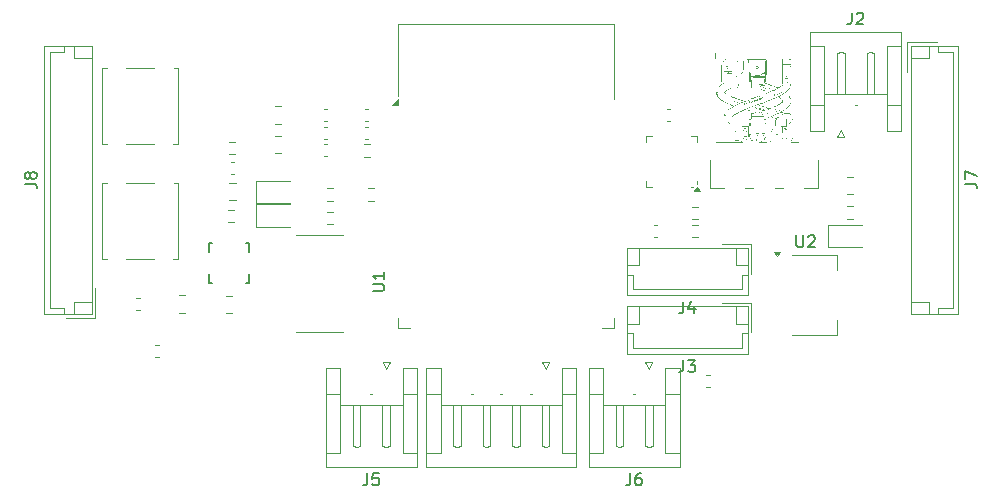
<source format=gbr>
%TF.GenerationSoftware,KiCad,Pcbnew,8.0.4*%
%TF.CreationDate,2025-04-19T21:17:28+05:30*%
%TF.ProjectId,Snakebot_pcb_dev,536e616b-6562-46f7-945f-7063625f6465,rev?*%
%TF.SameCoordinates,Original*%
%TF.FileFunction,Legend,Top*%
%TF.FilePolarity,Positive*%
%FSLAX46Y46*%
G04 Gerber Fmt 4.6, Leading zero omitted, Abs format (unit mm)*
G04 Created by KiCad (PCBNEW 8.0.4) date 2025-04-19 21:17:28*
%MOMM*%
%LPD*%
G01*
G04 APERTURE LIST*
%ADD10C,0.150000*%
%ADD11C,0.120000*%
%ADD12C,0.000000*%
%ADD13C,0.152400*%
G04 APERTURE END LIST*
D10*
X115666666Y-151104819D02*
X115666666Y-151819104D01*
X115666666Y-151819104D02*
X115619047Y-151961961D01*
X115619047Y-151961961D02*
X115523809Y-152057200D01*
X115523809Y-152057200D02*
X115380952Y-152104819D01*
X115380952Y-152104819D02*
X115285714Y-152104819D01*
X116619047Y-151104819D02*
X116142857Y-151104819D01*
X116142857Y-151104819D02*
X116095238Y-151581009D01*
X116095238Y-151581009D02*
X116142857Y-151533390D01*
X116142857Y-151533390D02*
X116238095Y-151485771D01*
X116238095Y-151485771D02*
X116476190Y-151485771D01*
X116476190Y-151485771D02*
X116571428Y-151533390D01*
X116571428Y-151533390D02*
X116619047Y-151581009D01*
X116619047Y-151581009D02*
X116666666Y-151676247D01*
X116666666Y-151676247D02*
X116666666Y-151914342D01*
X116666666Y-151914342D02*
X116619047Y-152009580D01*
X116619047Y-152009580D02*
X116571428Y-152057200D01*
X116571428Y-152057200D02*
X116476190Y-152104819D01*
X116476190Y-152104819D02*
X116238095Y-152104819D01*
X116238095Y-152104819D02*
X116142857Y-152057200D01*
X116142857Y-152057200D02*
X116095238Y-152009580D01*
X116104819Y-135641904D02*
X116914342Y-135641904D01*
X116914342Y-135641904D02*
X117009580Y-135594285D01*
X117009580Y-135594285D02*
X117057200Y-135546666D01*
X117057200Y-135546666D02*
X117104819Y-135451428D01*
X117104819Y-135451428D02*
X117104819Y-135260952D01*
X117104819Y-135260952D02*
X117057200Y-135165714D01*
X117057200Y-135165714D02*
X117009580Y-135118095D01*
X117009580Y-135118095D02*
X116914342Y-135070476D01*
X116914342Y-135070476D02*
X116104819Y-135070476D01*
X117104819Y-134070476D02*
X117104819Y-134641904D01*
X117104819Y-134356190D02*
X116104819Y-134356190D01*
X116104819Y-134356190D02*
X116247676Y-134451428D01*
X116247676Y-134451428D02*
X116342914Y-134546666D01*
X116342914Y-134546666D02*
X116390533Y-134641904D01*
X156666666Y-112087319D02*
X156666666Y-112801604D01*
X156666666Y-112801604D02*
X156619047Y-112944461D01*
X156619047Y-112944461D02*
X156523809Y-113039700D01*
X156523809Y-113039700D02*
X156380952Y-113087319D01*
X156380952Y-113087319D02*
X156285714Y-113087319D01*
X157095238Y-112182557D02*
X157142857Y-112134938D01*
X157142857Y-112134938D02*
X157238095Y-112087319D01*
X157238095Y-112087319D02*
X157476190Y-112087319D01*
X157476190Y-112087319D02*
X157571428Y-112134938D01*
X157571428Y-112134938D02*
X157619047Y-112182557D01*
X157619047Y-112182557D02*
X157666666Y-112277795D01*
X157666666Y-112277795D02*
X157666666Y-112373033D01*
X157666666Y-112373033D02*
X157619047Y-112515890D01*
X157619047Y-112515890D02*
X157047619Y-113087319D01*
X157047619Y-113087319D02*
X157666666Y-113087319D01*
X142416666Y-136554819D02*
X142416666Y-137269104D01*
X142416666Y-137269104D02*
X142369047Y-137411961D01*
X142369047Y-137411961D02*
X142273809Y-137507200D01*
X142273809Y-137507200D02*
X142130952Y-137554819D01*
X142130952Y-137554819D02*
X142035714Y-137554819D01*
X143321428Y-136888152D02*
X143321428Y-137554819D01*
X143083333Y-136507200D02*
X142845238Y-137221485D01*
X142845238Y-137221485D02*
X143464285Y-137221485D01*
X86654819Y-126583333D02*
X87369104Y-126583333D01*
X87369104Y-126583333D02*
X87511961Y-126630952D01*
X87511961Y-126630952D02*
X87607200Y-126726190D01*
X87607200Y-126726190D02*
X87654819Y-126869047D01*
X87654819Y-126869047D02*
X87654819Y-126964285D01*
X87083390Y-125964285D02*
X87035771Y-126059523D01*
X87035771Y-126059523D02*
X86988152Y-126107142D01*
X86988152Y-126107142D02*
X86892914Y-126154761D01*
X86892914Y-126154761D02*
X86845295Y-126154761D01*
X86845295Y-126154761D02*
X86750057Y-126107142D01*
X86750057Y-126107142D02*
X86702438Y-126059523D01*
X86702438Y-126059523D02*
X86654819Y-125964285D01*
X86654819Y-125964285D02*
X86654819Y-125773809D01*
X86654819Y-125773809D02*
X86702438Y-125678571D01*
X86702438Y-125678571D02*
X86750057Y-125630952D01*
X86750057Y-125630952D02*
X86845295Y-125583333D01*
X86845295Y-125583333D02*
X86892914Y-125583333D01*
X86892914Y-125583333D02*
X86988152Y-125630952D01*
X86988152Y-125630952D02*
X87035771Y-125678571D01*
X87035771Y-125678571D02*
X87083390Y-125773809D01*
X87083390Y-125773809D02*
X87083390Y-125964285D01*
X87083390Y-125964285D02*
X87131009Y-126059523D01*
X87131009Y-126059523D02*
X87178628Y-126107142D01*
X87178628Y-126107142D02*
X87273866Y-126154761D01*
X87273866Y-126154761D02*
X87464342Y-126154761D01*
X87464342Y-126154761D02*
X87559580Y-126107142D01*
X87559580Y-126107142D02*
X87607200Y-126059523D01*
X87607200Y-126059523D02*
X87654819Y-125964285D01*
X87654819Y-125964285D02*
X87654819Y-125773809D01*
X87654819Y-125773809D02*
X87607200Y-125678571D01*
X87607200Y-125678571D02*
X87559580Y-125630952D01*
X87559580Y-125630952D02*
X87464342Y-125583333D01*
X87464342Y-125583333D02*
X87273866Y-125583333D01*
X87273866Y-125583333D02*
X87178628Y-125630952D01*
X87178628Y-125630952D02*
X87131009Y-125678571D01*
X87131009Y-125678571D02*
X87083390Y-125773809D01*
X142416666Y-141504819D02*
X142416666Y-142219104D01*
X142416666Y-142219104D02*
X142369047Y-142361961D01*
X142369047Y-142361961D02*
X142273809Y-142457200D01*
X142273809Y-142457200D02*
X142130952Y-142504819D01*
X142130952Y-142504819D02*
X142035714Y-142504819D01*
X142797619Y-141504819D02*
X143416666Y-141504819D01*
X143416666Y-141504819D02*
X143083333Y-141885771D01*
X143083333Y-141885771D02*
X143226190Y-141885771D01*
X143226190Y-141885771D02*
X143321428Y-141933390D01*
X143321428Y-141933390D02*
X143369047Y-141981009D01*
X143369047Y-141981009D02*
X143416666Y-142076247D01*
X143416666Y-142076247D02*
X143416666Y-142314342D01*
X143416666Y-142314342D02*
X143369047Y-142409580D01*
X143369047Y-142409580D02*
X143321428Y-142457200D01*
X143321428Y-142457200D02*
X143226190Y-142504819D01*
X143226190Y-142504819D02*
X142940476Y-142504819D01*
X142940476Y-142504819D02*
X142845238Y-142457200D01*
X142845238Y-142457200D02*
X142797619Y-142409580D01*
X151988095Y-130954819D02*
X151988095Y-131764342D01*
X151988095Y-131764342D02*
X152035714Y-131859580D01*
X152035714Y-131859580D02*
X152083333Y-131907200D01*
X152083333Y-131907200D02*
X152178571Y-131954819D01*
X152178571Y-131954819D02*
X152369047Y-131954819D01*
X152369047Y-131954819D02*
X152464285Y-131907200D01*
X152464285Y-131907200D02*
X152511904Y-131859580D01*
X152511904Y-131859580D02*
X152559523Y-131764342D01*
X152559523Y-131764342D02*
X152559523Y-130954819D01*
X152988095Y-131050057D02*
X153035714Y-131002438D01*
X153035714Y-131002438D02*
X153130952Y-130954819D01*
X153130952Y-130954819D02*
X153369047Y-130954819D01*
X153369047Y-130954819D02*
X153464285Y-131002438D01*
X153464285Y-131002438D02*
X153511904Y-131050057D01*
X153511904Y-131050057D02*
X153559523Y-131145295D01*
X153559523Y-131145295D02*
X153559523Y-131240533D01*
X153559523Y-131240533D02*
X153511904Y-131383390D01*
X153511904Y-131383390D02*
X152940476Y-131954819D01*
X152940476Y-131954819D02*
X153559523Y-131954819D01*
X137916666Y-151104819D02*
X137916666Y-151819104D01*
X137916666Y-151819104D02*
X137869047Y-151961961D01*
X137869047Y-151961961D02*
X137773809Y-152057200D01*
X137773809Y-152057200D02*
X137630952Y-152104819D01*
X137630952Y-152104819D02*
X137535714Y-152104819D01*
X138821428Y-151104819D02*
X138630952Y-151104819D01*
X138630952Y-151104819D02*
X138535714Y-151152438D01*
X138535714Y-151152438D02*
X138488095Y-151200057D01*
X138488095Y-151200057D02*
X138392857Y-151342914D01*
X138392857Y-151342914D02*
X138345238Y-151533390D01*
X138345238Y-151533390D02*
X138345238Y-151914342D01*
X138345238Y-151914342D02*
X138392857Y-152009580D01*
X138392857Y-152009580D02*
X138440476Y-152057200D01*
X138440476Y-152057200D02*
X138535714Y-152104819D01*
X138535714Y-152104819D02*
X138726190Y-152104819D01*
X138726190Y-152104819D02*
X138821428Y-152057200D01*
X138821428Y-152057200D02*
X138869047Y-152009580D01*
X138869047Y-152009580D02*
X138916666Y-151914342D01*
X138916666Y-151914342D02*
X138916666Y-151676247D01*
X138916666Y-151676247D02*
X138869047Y-151581009D01*
X138869047Y-151581009D02*
X138821428Y-151533390D01*
X138821428Y-151533390D02*
X138726190Y-151485771D01*
X138726190Y-151485771D02*
X138535714Y-151485771D01*
X138535714Y-151485771D02*
X138440476Y-151533390D01*
X138440476Y-151533390D02*
X138392857Y-151581009D01*
X138392857Y-151581009D02*
X138345238Y-151676247D01*
X166254819Y-126583333D02*
X166969104Y-126583333D01*
X166969104Y-126583333D02*
X167111961Y-126630952D01*
X167111961Y-126630952D02*
X167207200Y-126726190D01*
X167207200Y-126726190D02*
X167254819Y-126869047D01*
X167254819Y-126869047D02*
X167254819Y-126964285D01*
X166254819Y-126202380D02*
X166254819Y-125535714D01*
X166254819Y-125535714D02*
X167254819Y-125964285D01*
D11*
%TO.C,J5*%
X112140000Y-142140000D02*
X113360000Y-142140000D01*
X112140000Y-149340000D02*
X113360000Y-149340000D01*
X112140000Y-150560000D02*
X112140000Y-142140000D01*
X113360000Y-142140000D02*
X113360000Y-144340000D01*
X113360000Y-144340000D02*
X112140000Y-144340000D01*
X113360000Y-149340000D02*
X113360000Y-144340000D01*
X114430000Y-145340000D02*
X114750000Y-145340000D01*
X114430000Y-148760000D02*
X114430000Y-145340000D01*
X114750000Y-145340000D02*
X115070000Y-145340000D01*
X114750000Y-148840000D02*
X114430000Y-148760000D01*
X115070000Y-145340000D02*
X115070000Y-148760000D01*
X115070000Y-148760000D02*
X114750000Y-148840000D01*
X116080000Y-144340000D02*
X115920000Y-144340000D01*
X116930000Y-145340000D02*
X117250000Y-145340000D01*
X116930000Y-148760000D02*
X116930000Y-145340000D01*
X116950000Y-141650000D02*
X117250000Y-142250000D01*
X117250000Y-142250000D02*
X117550000Y-141650000D01*
X117250000Y-145340000D02*
X117570000Y-145340000D01*
X117250000Y-148840000D02*
X116930000Y-148760000D01*
X117550000Y-141650000D02*
X116950000Y-141650000D01*
X117570000Y-145340000D02*
X117570000Y-148760000D01*
X117570000Y-148760000D02*
X117250000Y-148840000D01*
X118640000Y-142140000D02*
X119860000Y-142140000D01*
X118640000Y-144340000D02*
X118640000Y-142140000D01*
X118640000Y-144340000D02*
X119860000Y-144340000D01*
X118640000Y-145340000D02*
X113360000Y-145340000D01*
X118640000Y-149340000D02*
X118640000Y-144340000D01*
X119860000Y-142140000D02*
X119860000Y-150560000D01*
X119860000Y-149340000D02*
X118640000Y-149340000D01*
X119860000Y-150560000D02*
X112140000Y-150560000D01*
%TO.C,R4*%
X116254724Y-126977500D02*
X115745276Y-126977500D01*
X116254724Y-128022500D02*
X115745276Y-128022500D01*
%TO.C,D3*%
X106234000Y-128321300D02*
X106234000Y-130241300D01*
X106234000Y-130241300D02*
X109094000Y-130241300D01*
X109094000Y-128321300D02*
X106234000Y-128321300D01*
%TO.C,R5*%
X112245276Y-128977500D02*
X112754724Y-128977500D01*
X112245276Y-130022500D02*
X112754724Y-130022500D01*
%TO.C,C3*%
X107851248Y-122515000D02*
X108373752Y-122515000D01*
X107851248Y-123985000D02*
X108373752Y-123985000D01*
%TO.C,U1*%
X118280000Y-113020000D02*
X118280000Y-119180000D01*
X118280000Y-113020000D02*
X136520000Y-113020000D01*
X118280000Y-137980000D02*
X118280000Y-138760000D01*
X118280000Y-138760000D02*
X119280000Y-138760000D01*
X136520000Y-113020000D02*
X136520000Y-119435000D01*
X136520000Y-137980000D02*
X136520000Y-138760000D01*
X136520000Y-138760000D02*
X135520000Y-138760000D01*
X118275000Y-119905000D02*
X117775000Y-119905000D01*
X118275000Y-119405000D01*
X118275000Y-119905000D01*
G36*
X118275000Y-119905000D02*
G01*
X117775000Y-119905000D01*
X118275000Y-119405000D01*
X118275000Y-119905000D01*
G37*
%TO.C,R10*%
X143667224Y-130052500D02*
X143157776Y-130052500D01*
X143667224Y-131097500D02*
X143157776Y-131097500D01*
%TO.C,C12*%
X99738748Y-136015000D02*
X100261252Y-136015000D01*
X99738748Y-137485000D02*
X100261252Y-137485000D01*
%TO.C,C8*%
X144353733Y-142740000D02*
X144646267Y-142740000D01*
X144353733Y-143760000D02*
X144646267Y-143760000D01*
%TO.C,C13*%
X112258767Y-120240000D02*
X111966233Y-120240000D01*
X112258767Y-121260000D02*
X111966233Y-121260000D01*
%TO.C,C14*%
X112258767Y-121740000D02*
X111966233Y-121740000D01*
X112258767Y-122760000D02*
X111966233Y-122760000D01*
%TO.C,D1*%
X154652500Y-130040000D02*
X154652500Y-131960000D01*
X154652500Y-131960000D02*
X157512500Y-131960000D01*
X157512500Y-130040000D02*
X154652500Y-130040000D01*
%TO.C,R1*%
X115867224Y-123227500D02*
X115357776Y-123227500D01*
X115867224Y-124272500D02*
X115357776Y-124272500D01*
%TO.C,R9*%
X143667224Y-128552500D02*
X143157776Y-128552500D01*
X143667224Y-129597500D02*
X143157776Y-129597500D01*
%TO.C,J2*%
X153140000Y-113722500D02*
X160860000Y-113722500D01*
X153140000Y-114942500D02*
X154360000Y-114942500D01*
X153140000Y-122142500D02*
X153140000Y-113722500D01*
X154360000Y-114942500D02*
X154360000Y-119942500D01*
X154360000Y-118942500D02*
X159640000Y-118942500D01*
X154360000Y-119942500D02*
X153140000Y-119942500D01*
X154360000Y-119942500D02*
X154360000Y-122142500D01*
X154360000Y-122142500D02*
X153140000Y-122142500D01*
X155430000Y-115522500D02*
X155750000Y-115442500D01*
X155430000Y-118942500D02*
X155430000Y-115522500D01*
X155450000Y-122632500D02*
X156050000Y-122632500D01*
X155750000Y-115442500D02*
X156070000Y-115522500D01*
X155750000Y-118942500D02*
X155430000Y-118942500D01*
X155750000Y-122032500D02*
X155450000Y-122632500D01*
X156050000Y-122632500D02*
X155750000Y-122032500D01*
X156070000Y-115522500D02*
X156070000Y-118942500D01*
X156070000Y-118942500D02*
X155750000Y-118942500D01*
X156920000Y-119942500D02*
X157080000Y-119942500D01*
X157930000Y-115522500D02*
X158250000Y-115442500D01*
X157930000Y-118942500D02*
X157930000Y-115522500D01*
X158250000Y-115442500D02*
X158570000Y-115522500D01*
X158250000Y-118942500D02*
X157930000Y-118942500D01*
X158570000Y-115522500D02*
X158570000Y-118942500D01*
X158570000Y-118942500D02*
X158250000Y-118942500D01*
X159640000Y-114942500D02*
X159640000Y-119942500D01*
X159640000Y-119942500D02*
X160860000Y-119942500D01*
X159640000Y-122142500D02*
X159640000Y-119942500D01*
X160860000Y-113722500D02*
X160860000Y-122142500D01*
X160860000Y-114942500D02*
X159640000Y-114942500D01*
X160860000Y-122142500D02*
X159640000Y-122142500D01*
%TO.C,J4*%
X137640000Y-131990000D02*
X137640000Y-136010000D01*
X137640000Y-133490000D02*
X138640000Y-133490000D01*
X137640000Y-136010000D02*
X147860000Y-136010000D01*
X138140000Y-134300000D02*
X137640000Y-134300000D01*
X138140000Y-135510000D02*
X138140000Y-134300000D01*
X138640000Y-133490000D02*
X138640000Y-131990000D01*
X146860000Y-133490000D02*
X146860000Y-131990000D01*
X147360000Y-134300000D02*
X147360000Y-135510000D01*
X147360000Y-135510000D02*
X138140000Y-135510000D01*
X147860000Y-131990000D02*
X137640000Y-131990000D01*
X147860000Y-133490000D02*
X146860000Y-133490000D01*
X147860000Y-134300000D02*
X147360000Y-134300000D01*
X147860000Y-136010000D02*
X147860000Y-131990000D01*
X148160000Y-131690000D02*
X145660000Y-131690000D01*
X148160000Y-134190000D02*
X148160000Y-131690000D01*
%TO.C,J8*%
X88290000Y-114890000D02*
X88290000Y-137610000D01*
X88290000Y-137610000D02*
X92310000Y-137610000D01*
X88790000Y-115390000D02*
X90000000Y-115390000D01*
X88790000Y-137110000D02*
X88790000Y-115390000D01*
X90000000Y-115390000D02*
X90000000Y-114890000D01*
X90000000Y-137110000D02*
X88790000Y-137110000D01*
X90000000Y-137610000D02*
X90000000Y-137110000D01*
X90110000Y-137910000D02*
X92610000Y-137910000D01*
X90810000Y-114890000D02*
X90810000Y-115890000D01*
X90810000Y-115890000D02*
X92310000Y-115890000D01*
X90810000Y-136610000D02*
X92310000Y-136610000D01*
X90810000Y-137610000D02*
X90810000Y-136610000D01*
X92310000Y-114890000D02*
X88290000Y-114890000D01*
X92310000Y-137610000D02*
X92310000Y-114890000D01*
X92610000Y-137910000D02*
X92610000Y-135410000D01*
%TO.C,L1*%
X109594000Y-130900000D02*
X113594000Y-130900000D01*
X109594000Y-139100000D02*
X113594000Y-139100000D01*
%TO.C,SW2*%
X93190000Y-126540000D02*
X93190000Y-132960000D01*
X93190000Y-132960000D02*
X93600000Y-132960000D01*
X93600000Y-126540000D02*
X93190000Y-126540000D01*
X95200000Y-132960000D02*
X97600000Y-132960000D01*
X97600000Y-126540000D02*
X95200000Y-126540000D01*
X99200000Y-132960000D02*
X99610000Y-132960000D01*
X99610000Y-126540000D02*
X99330000Y-126540000D01*
X99610000Y-132960000D02*
X99610000Y-126540000D01*
%TO.C,J3*%
X137640000Y-136940000D02*
X137640000Y-140960000D01*
X137640000Y-138440000D02*
X138640000Y-138440000D01*
X137640000Y-140960000D02*
X147860000Y-140960000D01*
X138140000Y-139250000D02*
X137640000Y-139250000D01*
X138140000Y-140460000D02*
X138140000Y-139250000D01*
X138640000Y-138440000D02*
X138640000Y-136940000D01*
X146860000Y-138440000D02*
X146860000Y-136940000D01*
X147360000Y-139250000D02*
X147360000Y-140460000D01*
X147360000Y-140460000D02*
X138140000Y-140460000D01*
X147860000Y-136940000D02*
X137640000Y-136940000D01*
X147860000Y-138440000D02*
X146860000Y-138440000D01*
X147860000Y-139250000D02*
X147360000Y-139250000D01*
X147860000Y-140960000D02*
X147860000Y-136940000D01*
X148160000Y-136640000D02*
X145660000Y-136640000D01*
X148160000Y-139140000D02*
X148160000Y-136640000D01*
%TO.C,C16*%
X140221267Y-130065000D02*
X139928733Y-130065000D01*
X140221267Y-131085000D02*
X139928733Y-131085000D01*
%TO.C,D2*%
X106234000Y-126321300D02*
X106234000Y-128241300D01*
X106234000Y-128241300D02*
X109094000Y-128241300D01*
X109094000Y-126321300D02*
X106234000Y-126321300D01*
%TO.C,J1*%
X120640000Y-142140000D02*
X121860000Y-142140000D01*
X120640000Y-149340000D02*
X121860000Y-149340000D01*
X120640000Y-150560000D02*
X120640000Y-142140000D01*
X121860000Y-142140000D02*
X121860000Y-144340000D01*
X121860000Y-144340000D02*
X120640000Y-144340000D01*
X121860000Y-149340000D02*
X121860000Y-144340000D01*
X122930000Y-145340000D02*
X123250000Y-145340000D01*
X122930000Y-148760000D02*
X122930000Y-145340000D01*
X123250000Y-145340000D02*
X123570000Y-145340000D01*
X123250000Y-148840000D02*
X122930000Y-148760000D01*
X123570000Y-145340000D02*
X123570000Y-148760000D01*
X123570000Y-148760000D02*
X123250000Y-148840000D01*
X124580000Y-144340000D02*
X124420000Y-144340000D01*
X125430000Y-145340000D02*
X125750000Y-145340000D01*
X125430000Y-148760000D02*
X125430000Y-145340000D01*
X125750000Y-145340000D02*
X126070000Y-145340000D01*
X125750000Y-148840000D02*
X125430000Y-148760000D01*
X126070000Y-145340000D02*
X126070000Y-148760000D01*
X126070000Y-148760000D02*
X125750000Y-148840000D01*
X127080000Y-144340000D02*
X126920000Y-144340000D01*
X127930000Y-145340000D02*
X128250000Y-145340000D01*
X127930000Y-148760000D02*
X127930000Y-145340000D01*
X128250000Y-145340000D02*
X128570000Y-145340000D01*
X128250000Y-148840000D02*
X127930000Y-148760000D01*
X128570000Y-145340000D02*
X128570000Y-148760000D01*
X128570000Y-148760000D02*
X128250000Y-148840000D01*
X129580000Y-144340000D02*
X129420000Y-144340000D01*
X130430000Y-145340000D02*
X130750000Y-145340000D01*
X130430000Y-148760000D02*
X130430000Y-145340000D01*
X130450000Y-141650000D02*
X130750000Y-142250000D01*
X130750000Y-142250000D02*
X131050000Y-141650000D01*
X130750000Y-145340000D02*
X131070000Y-145340000D01*
X130750000Y-148840000D02*
X130430000Y-148760000D01*
X131050000Y-141650000D02*
X130450000Y-141650000D01*
X131070000Y-145340000D02*
X131070000Y-148760000D01*
X131070000Y-148760000D02*
X130750000Y-148840000D01*
X132140000Y-142140000D02*
X133360000Y-142140000D01*
X132140000Y-144340000D02*
X132140000Y-142140000D01*
X132140000Y-144340000D02*
X133360000Y-144340000D01*
X132140000Y-145340000D02*
X121860000Y-145340000D01*
X132140000Y-149340000D02*
X132140000Y-144340000D01*
X133360000Y-142140000D02*
X133360000Y-150560000D01*
X133360000Y-149340000D02*
X132140000Y-149340000D01*
X133360000Y-150560000D02*
X120640000Y-150560000D01*
%TO.C,C1*%
X115758767Y-120240000D02*
X115466233Y-120240000D01*
X115758767Y-121260000D02*
X115466233Y-121260000D01*
%TO.C,C6*%
X112258767Y-123240000D02*
X111966233Y-123240000D01*
X112258767Y-124260000D02*
X111966233Y-124260000D01*
%TO.C,SW1*%
X93190000Y-116790000D02*
X93190000Y-123210000D01*
X93190000Y-123210000D02*
X93600000Y-123210000D01*
X93600000Y-116790000D02*
X93190000Y-116790000D01*
X95200000Y-123210000D02*
X97600000Y-123210000D01*
X97600000Y-116790000D02*
X95200000Y-116790000D01*
X99200000Y-123210000D02*
X99610000Y-123210000D01*
X99610000Y-116790000D02*
X99330000Y-116790000D01*
X99610000Y-123210000D02*
X99610000Y-116790000D01*
%TO.C,C4*%
X156288748Y-126015000D02*
X156811252Y-126015000D01*
X156288748Y-127485000D02*
X156811252Y-127485000D01*
D12*
%TO.C,G\u002A\u002A\u002A*%
G36*
X145229208Y-118829564D02*
G01*
X145224178Y-118834594D01*
X145219148Y-118829564D01*
X145224178Y-118824534D01*
X145229208Y-118829564D01*
G37*
G36*
X145279505Y-118739030D02*
G01*
X145274475Y-118744059D01*
X145269446Y-118739030D01*
X145274475Y-118734000D01*
X145279505Y-118739030D01*
G37*
G36*
X145309683Y-118728970D02*
G01*
X145304653Y-118734000D01*
X145299624Y-118728970D01*
X145304653Y-118723940D01*
X145309683Y-118728970D01*
G37*
G36*
X145309683Y-118769208D02*
G01*
X145304653Y-118774237D01*
X145299624Y-118769208D01*
X145304653Y-118764178D01*
X145309683Y-118769208D01*
G37*
G36*
X145329802Y-118678673D02*
G01*
X145324772Y-118683703D01*
X145319743Y-118678673D01*
X145324772Y-118673643D01*
X145329802Y-118678673D01*
G37*
G36*
X145329802Y-118809445D02*
G01*
X145324772Y-118814475D01*
X145319743Y-118809445D01*
X145324772Y-118804416D01*
X145329802Y-118809445D01*
G37*
G36*
X145339861Y-118789327D02*
G01*
X145334832Y-118794356D01*
X145329802Y-118789327D01*
X145334832Y-118784297D01*
X145339861Y-118789327D01*
G37*
G36*
X145339861Y-119030752D02*
G01*
X145334832Y-119035782D01*
X145329802Y-119030752D01*
X145334832Y-119025723D01*
X145339861Y-119030752D01*
G37*
G36*
X145430396Y-118578079D02*
G01*
X145425366Y-118583109D01*
X145420337Y-118578079D01*
X145425366Y-118573049D01*
X145430396Y-118578079D01*
G37*
G36*
X145450515Y-118578079D02*
G01*
X145445485Y-118583109D01*
X145440455Y-118578079D01*
X145445485Y-118573049D01*
X145450515Y-118578079D01*
G37*
G36*
X145470634Y-118588138D02*
G01*
X145465604Y-118593168D01*
X145460574Y-118588138D01*
X145465604Y-118583109D01*
X145470634Y-118588138D01*
G37*
G36*
X145671822Y-118417129D02*
G01*
X145666792Y-118422158D01*
X145661762Y-118417129D01*
X145666792Y-118412099D01*
X145671822Y-118417129D01*
G37*
G36*
X145702000Y-118437247D02*
G01*
X145696970Y-118442277D01*
X145691941Y-118437247D01*
X145696970Y-118432218D01*
X145702000Y-118437247D01*
G37*
G36*
X145752297Y-117149643D02*
G01*
X145747267Y-117154673D01*
X145742238Y-117149643D01*
X145747267Y-117144614D01*
X145752297Y-117149643D01*
G37*
G36*
X145762356Y-118376891D02*
G01*
X145757327Y-118381921D01*
X145752297Y-118376891D01*
X145757327Y-118371861D01*
X145762356Y-118376891D01*
G37*
G36*
X145792535Y-118859742D02*
G01*
X145787505Y-118864772D01*
X145782475Y-118859742D01*
X145787505Y-118854713D01*
X145792535Y-118859742D01*
G37*
G36*
X145822713Y-118960336D02*
G01*
X145817683Y-118965366D01*
X145812653Y-118960336D01*
X145817683Y-118955307D01*
X145822713Y-118960336D01*
G37*
G36*
X145893129Y-118879861D02*
G01*
X145888099Y-118884891D01*
X145883069Y-118879861D01*
X145888099Y-118874831D01*
X145893129Y-118879861D01*
G37*
G36*
X145933366Y-117350831D02*
G01*
X145928337Y-117355861D01*
X145923307Y-117350831D01*
X145928337Y-117345802D01*
X145933366Y-117350831D01*
G37*
G36*
X145963545Y-120851505D02*
G01*
X145958515Y-120856534D01*
X145953485Y-120851505D01*
X145958515Y-120846475D01*
X145963545Y-120851505D01*
G37*
G36*
X145973604Y-120831386D02*
G01*
X145968574Y-120836416D01*
X145963545Y-120831386D01*
X145968574Y-120826356D01*
X145973604Y-120831386D01*
G37*
G36*
X146003782Y-119161525D02*
G01*
X145998752Y-119166554D01*
X145993723Y-119161525D01*
X145998752Y-119156495D01*
X146003782Y-119161525D01*
G37*
G36*
X146023901Y-119211822D02*
G01*
X146018871Y-119216851D01*
X146013842Y-119211822D01*
X146018871Y-119206792D01*
X146023901Y-119211822D01*
G37*
G36*
X146033960Y-120640257D02*
G01*
X146028931Y-120645287D01*
X146023901Y-120640257D01*
X146028931Y-120635228D01*
X146033960Y-120640257D01*
G37*
G36*
X146074198Y-120660376D02*
G01*
X146069168Y-120665406D01*
X146064139Y-120660376D01*
X146069168Y-120655346D01*
X146074198Y-120660376D01*
G37*
G36*
X146084257Y-116777445D02*
G01*
X146079228Y-116782475D01*
X146074198Y-116777445D01*
X146079228Y-116772416D01*
X146084257Y-116777445D01*
G37*
G36*
X146104376Y-117280416D02*
G01*
X146099346Y-117285445D01*
X146094317Y-117280416D01*
X146099346Y-117275386D01*
X146104376Y-117280416D01*
G37*
G36*
X146134554Y-117270356D02*
G01*
X146129525Y-117275386D01*
X146124495Y-117270356D01*
X146129525Y-117265327D01*
X146134554Y-117270356D01*
G37*
G36*
X146154673Y-119282237D02*
G01*
X146149644Y-119287267D01*
X146144614Y-119282237D01*
X146149644Y-119277208D01*
X146154673Y-119282237D01*
G37*
G36*
X146174792Y-119302356D02*
G01*
X146169762Y-119307386D01*
X146164733Y-119302356D01*
X146169762Y-119297327D01*
X146174792Y-119302356D01*
G37*
G36*
X146184851Y-117280416D02*
G01*
X146179822Y-117285445D01*
X146174792Y-117280416D01*
X146179822Y-117275386D01*
X146184851Y-117280416D01*
G37*
G36*
X146194911Y-119312416D02*
G01*
X146189881Y-119317445D01*
X146184851Y-119312416D01*
X146189881Y-119307386D01*
X146194911Y-119312416D01*
G37*
G36*
X146215030Y-119322475D02*
G01*
X146210000Y-119327505D01*
X146204970Y-119322475D01*
X146210000Y-119317445D01*
X146215030Y-119322475D01*
G37*
G36*
X146215030Y-120388772D02*
G01*
X146210000Y-120393802D01*
X146204970Y-120388772D01*
X146210000Y-120383742D01*
X146215030Y-120388772D01*
G37*
G36*
X146225089Y-120559782D02*
G01*
X146220059Y-120564812D01*
X146215030Y-120559782D01*
X146220059Y-120554752D01*
X146225089Y-120559782D01*
G37*
G36*
X146245208Y-119352653D02*
G01*
X146240178Y-119357683D01*
X146235148Y-119352653D01*
X146240178Y-119347624D01*
X146245208Y-119352653D01*
G37*
G36*
X146305564Y-120338475D02*
G01*
X146300535Y-120343505D01*
X146295505Y-120338475D01*
X146300535Y-120333445D01*
X146305564Y-120338475D01*
G37*
G36*
X146315624Y-120318356D02*
G01*
X146310594Y-120323386D01*
X146305564Y-120318356D01*
X146310594Y-120313327D01*
X146315624Y-120318356D01*
G37*
G36*
X146375980Y-120298237D02*
G01*
X146370950Y-120303267D01*
X146365921Y-120298237D01*
X146370950Y-120293208D01*
X146375980Y-120298237D01*
G37*
G36*
X146396099Y-120258000D02*
G01*
X146391069Y-120263030D01*
X146386040Y-120258000D01*
X146391069Y-120252970D01*
X146396099Y-120258000D01*
G37*
G36*
X146406158Y-116113525D02*
G01*
X146401129Y-116118554D01*
X146396099Y-116113525D01*
X146401129Y-116108495D01*
X146406158Y-116113525D01*
G37*
G36*
X146436337Y-117270356D02*
G01*
X146431307Y-117275386D01*
X146426277Y-117270356D01*
X146431307Y-117265327D01*
X146436337Y-117270356D01*
G37*
G36*
X146446396Y-119453247D02*
G01*
X146441366Y-119458277D01*
X146436337Y-119453247D01*
X146441366Y-119448218D01*
X146446396Y-119453247D01*
G37*
G36*
X146456455Y-117270356D02*
G01*
X146451426Y-117275386D01*
X146446396Y-117270356D01*
X146451426Y-117265327D01*
X146456455Y-117270356D01*
G37*
G36*
X146486634Y-117270356D02*
G01*
X146481604Y-117275386D01*
X146476574Y-117270356D01*
X146481604Y-117265327D01*
X146486634Y-117270356D01*
G37*
G36*
X146506752Y-117270356D02*
G01*
X146501723Y-117275386D01*
X146496693Y-117270356D01*
X146501723Y-117265327D01*
X146506752Y-117270356D01*
G37*
G36*
X146526871Y-116244297D02*
G01*
X146521842Y-116249327D01*
X146516812Y-116244297D01*
X146521842Y-116239267D01*
X146526871Y-116244297D01*
G37*
G36*
X146627465Y-119553841D02*
G01*
X146622436Y-119558871D01*
X146617406Y-119553841D01*
X146622436Y-119548812D01*
X146627465Y-119553841D01*
G37*
G36*
X146647584Y-119573960D02*
G01*
X146642554Y-119578990D01*
X146637525Y-119573960D01*
X146642554Y-119568931D01*
X146647584Y-119573960D01*
G37*
G36*
X146667703Y-119563901D02*
G01*
X146662673Y-119568931D01*
X146657644Y-119563901D01*
X146662673Y-119558871D01*
X146667703Y-119563901D01*
G37*
G36*
X146687822Y-119584020D02*
G01*
X146682792Y-119589049D01*
X146677762Y-119584020D01*
X146682792Y-119578990D01*
X146687822Y-119584020D01*
G37*
G36*
X146758238Y-119493485D02*
G01*
X146753208Y-119498515D01*
X146748178Y-119493485D01*
X146753208Y-119488455D01*
X146758238Y-119493485D01*
G37*
G36*
X146848772Y-119523663D02*
G01*
X146843743Y-119528693D01*
X146838713Y-119523663D01*
X146843743Y-119518633D01*
X146848772Y-119523663D01*
G37*
G36*
X146909129Y-116123584D02*
G01*
X146904099Y-116128614D01*
X146899069Y-116123584D01*
X146904099Y-116118554D01*
X146909129Y-116123584D01*
G37*
G36*
X146939307Y-122239703D02*
G01*
X146934277Y-122244732D01*
X146929247Y-122239703D01*
X146934277Y-122234673D01*
X146939307Y-122239703D01*
G37*
G36*
X146979545Y-122239703D02*
G01*
X146974515Y-122244732D01*
X146969485Y-122239703D01*
X146974515Y-122234673D01*
X146979545Y-122239703D01*
G37*
G36*
X146999663Y-122249762D02*
G01*
X146994634Y-122254792D01*
X146989604Y-122249762D01*
X146994634Y-122244732D01*
X146999663Y-122249762D01*
G37*
G36*
X147049960Y-119755030D02*
G01*
X147044931Y-119760059D01*
X147039901Y-119755030D01*
X147044931Y-119750000D01*
X147049960Y-119755030D01*
G37*
G36*
X147060020Y-119724851D02*
G01*
X147054990Y-119729881D01*
X147049960Y-119724851D01*
X147054990Y-119719822D01*
X147060020Y-119724851D01*
G37*
G36*
X147070079Y-119744970D02*
G01*
X147065049Y-119750000D01*
X147060020Y-119744970D01*
X147065049Y-119739940D01*
X147070079Y-119744970D01*
G37*
G36*
X147080139Y-122239703D02*
G01*
X147075109Y-122244732D01*
X147070079Y-122239703D01*
X147075109Y-122234673D01*
X147080139Y-122239703D01*
G37*
G36*
X147110317Y-119584020D02*
G01*
X147105287Y-119589049D01*
X147100257Y-119584020D01*
X147105287Y-119578990D01*
X147110317Y-119584020D01*
G37*
G36*
X147120376Y-120036693D02*
G01*
X147115346Y-120041723D01*
X147110317Y-120036693D01*
X147115346Y-120031663D01*
X147120376Y-120036693D01*
G37*
G36*
X147130436Y-119604138D02*
G01*
X147125406Y-119609168D01*
X147120376Y-119604138D01*
X147125406Y-119599109D01*
X147130436Y-119604138D01*
G37*
G36*
X147140495Y-119986396D02*
G01*
X147135465Y-119991426D01*
X147130436Y-119986396D01*
X147135465Y-119981366D01*
X147140495Y-119986396D01*
G37*
G36*
X147160614Y-119976336D02*
G01*
X147155584Y-119981366D01*
X147150554Y-119976336D01*
X147155584Y-119971307D01*
X147160614Y-119976336D01*
G37*
G36*
X147200851Y-119845564D02*
G01*
X147195822Y-119850594D01*
X147190792Y-119845564D01*
X147195822Y-119840534D01*
X147200851Y-119845564D01*
G37*
G36*
X147210911Y-117049049D02*
G01*
X147205881Y-117054079D01*
X147200851Y-117049049D01*
X147205881Y-117044020D01*
X147210911Y-117049049D01*
G37*
G36*
X147210911Y-119634317D02*
G01*
X147205881Y-119639346D01*
X147200851Y-119634317D01*
X147205881Y-119629287D01*
X147210911Y-119634317D01*
G37*
G36*
X147210911Y-119946158D02*
G01*
X147205881Y-119951188D01*
X147200851Y-119946158D01*
X147205881Y-119941129D01*
X147210911Y-119946158D01*
G37*
G36*
X147220970Y-117028931D02*
G01*
X147215941Y-117033960D01*
X147210911Y-117028931D01*
X147215941Y-117023901D01*
X147220970Y-117028931D01*
G37*
G36*
X147231030Y-119744970D02*
G01*
X147226000Y-119750000D01*
X147220970Y-119744970D01*
X147226000Y-119739940D01*
X147231030Y-119744970D01*
G37*
G36*
X147241089Y-119936099D02*
G01*
X147236059Y-119941129D01*
X147231030Y-119936099D01*
X147236059Y-119931069D01*
X147241089Y-119936099D01*
G37*
G36*
X147261208Y-119915980D02*
G01*
X147256178Y-119921010D01*
X147251148Y-119915980D01*
X147256178Y-119910950D01*
X147261208Y-119915980D01*
G37*
G36*
X147291386Y-116133643D02*
G01*
X147286356Y-116138673D01*
X147281327Y-116133643D01*
X147286356Y-116128614D01*
X147291386Y-116133643D01*
G37*
G36*
X147291386Y-120107109D02*
G01*
X147286356Y-120112138D01*
X147281327Y-120107109D01*
X147286356Y-120102079D01*
X147291386Y-120107109D01*
G37*
G36*
X147311505Y-119805327D02*
G01*
X147306475Y-119810356D01*
X147301446Y-119805327D01*
X147306475Y-119800297D01*
X147311505Y-119805327D01*
G37*
G36*
X147341683Y-119946158D02*
G01*
X147336653Y-119951188D01*
X147331624Y-119946158D01*
X147336653Y-119941129D01*
X147341683Y-119946158D01*
G37*
G36*
X147371861Y-119765089D02*
G01*
X147366832Y-119770119D01*
X147361802Y-119765089D01*
X147366832Y-119760059D01*
X147371861Y-119765089D01*
G37*
G36*
X147412099Y-119755030D02*
G01*
X147407069Y-119760059D01*
X147402040Y-119755030D01*
X147407069Y-119750000D01*
X147412099Y-119755030D01*
G37*
G36*
X147422158Y-120046752D02*
G01*
X147417129Y-120051782D01*
X147412099Y-120046752D01*
X147417129Y-120041723D01*
X147422158Y-120046752D01*
G37*
G36*
X147432218Y-120066871D02*
G01*
X147427188Y-120071901D01*
X147422158Y-120066871D01*
X147427188Y-120061841D01*
X147432218Y-120066871D01*
G37*
G36*
X147462396Y-120046752D02*
G01*
X147457366Y-120051782D01*
X147452337Y-120046752D01*
X147457366Y-120041723D01*
X147462396Y-120046752D01*
G37*
G36*
X147482515Y-119714792D02*
G01*
X147477485Y-119719822D01*
X147472455Y-119714792D01*
X147477485Y-119709762D01*
X147482515Y-119714792D01*
G37*
G36*
X147482515Y-120046752D02*
G01*
X147477485Y-120051782D01*
X147472455Y-120046752D01*
X147477485Y-120041723D01*
X147482515Y-120046752D01*
G37*
G36*
X147653525Y-119644376D02*
G01*
X147648495Y-119649406D01*
X147643465Y-119644376D01*
X147648495Y-119639346D01*
X147653525Y-119644376D01*
G37*
G36*
X147673644Y-119946158D02*
G01*
X147668614Y-119951188D01*
X147663584Y-119946158D01*
X147668614Y-119941129D01*
X147673644Y-119946158D01*
G37*
G36*
X147723941Y-119946158D02*
G01*
X147718911Y-119951188D01*
X147713881Y-119946158D01*
X147718911Y-119941129D01*
X147723941Y-119946158D01*
G37*
G36*
X147744059Y-119594079D02*
G01*
X147739030Y-119599109D01*
X147734000Y-119594079D01*
X147739030Y-119589049D01*
X147744059Y-119594079D01*
G37*
G36*
X147744059Y-119966277D02*
G01*
X147739030Y-119971307D01*
X147734000Y-119966277D01*
X147739030Y-119961247D01*
X147744059Y-119966277D01*
G37*
G36*
X147764178Y-119936099D02*
G01*
X147759148Y-119941129D01*
X147754119Y-119936099D01*
X147759148Y-119931069D01*
X147764178Y-119936099D01*
G37*
G36*
X147834594Y-119573960D02*
G01*
X147829564Y-119578990D01*
X147824535Y-119573960D01*
X147829564Y-119568931D01*
X147834594Y-119573960D01*
G37*
G36*
X147874832Y-119905921D02*
G01*
X147869802Y-119910950D01*
X147864772Y-119905921D01*
X147869802Y-119900891D01*
X147874832Y-119905921D01*
G37*
G36*
X147925129Y-119905921D02*
G01*
X147920099Y-119910950D01*
X147915069Y-119905921D01*
X147920099Y-119900891D01*
X147925129Y-119905921D01*
G37*
G36*
X147935188Y-119875742D02*
G01*
X147930158Y-119880772D01*
X147925129Y-119875742D01*
X147930158Y-119870713D01*
X147935188Y-119875742D01*
G37*
G36*
X147975426Y-119765089D02*
G01*
X147970396Y-119770119D01*
X147965366Y-119765089D01*
X147970396Y-119760059D01*
X147975426Y-119765089D01*
G37*
G36*
X147985485Y-116898158D02*
G01*
X147980455Y-116903188D01*
X147975426Y-116898158D01*
X147980455Y-116893129D01*
X147985485Y-116898158D01*
G37*
G36*
X148005604Y-119755030D02*
G01*
X148000574Y-119760059D01*
X147995545Y-119755030D01*
X148000574Y-119750000D01*
X148005604Y-119755030D01*
G37*
G36*
X148015663Y-119875742D02*
G01*
X148010634Y-119880772D01*
X148005604Y-119875742D01*
X148010634Y-119870713D01*
X148015663Y-119875742D01*
G37*
G36*
X148035782Y-121465129D02*
G01*
X148030752Y-121470158D01*
X148025723Y-121465129D01*
X148030752Y-121460099D01*
X148035782Y-121465129D01*
G37*
G36*
X148055901Y-119865683D02*
G01*
X148050871Y-119870713D01*
X148045842Y-119865683D01*
X148050871Y-119860653D01*
X148055901Y-119865683D01*
G37*
G36*
X148055901Y-121173406D02*
G01*
X148050871Y-121178435D01*
X148045842Y-121173406D01*
X148050871Y-121168376D01*
X148055901Y-121173406D01*
G37*
G36*
X148086079Y-121475188D02*
G01*
X148081049Y-121480218D01*
X148076020Y-121475188D01*
X148081049Y-121470158D01*
X148086079Y-121475188D01*
G37*
G36*
X148106198Y-119815386D02*
G01*
X148101168Y-119820416D01*
X148096139Y-119815386D01*
X148101168Y-119810356D01*
X148106198Y-119815386D01*
G37*
G36*
X148126317Y-119825445D02*
G01*
X148121287Y-119830475D01*
X148116257Y-119825445D01*
X148121287Y-119820416D01*
X148126317Y-119825445D01*
G37*
G36*
X148226911Y-117582198D02*
G01*
X148221881Y-117587228D01*
X148216851Y-117582198D01*
X148221881Y-117577168D01*
X148226911Y-117582198D01*
G37*
G36*
X148247030Y-120660376D02*
G01*
X148242000Y-120665406D01*
X148236970Y-120660376D01*
X148242000Y-120655346D01*
X148247030Y-120660376D01*
G37*
G36*
X148267148Y-119805327D02*
G01*
X148262119Y-119810356D01*
X148257089Y-119805327D01*
X148262119Y-119800297D01*
X148267148Y-119805327D01*
G37*
G36*
X148277208Y-117592257D02*
G01*
X148272178Y-117597287D01*
X148267148Y-117592257D01*
X148272178Y-117587228D01*
X148277208Y-117592257D01*
G37*
G36*
X148277208Y-120097049D02*
G01*
X148272178Y-120102079D01*
X148267148Y-120097049D01*
X148272178Y-120092020D01*
X148277208Y-120097049D01*
G37*
G36*
X148337564Y-120127228D02*
G01*
X148332535Y-120132257D01*
X148327505Y-120127228D01*
X148332535Y-120122198D01*
X148337564Y-120127228D01*
G37*
G36*
X148347624Y-120942039D02*
G01*
X148342594Y-120947069D01*
X148337564Y-120942039D01*
X148342594Y-120937010D01*
X148347624Y-120942039D01*
G37*
G36*
X148367743Y-120650317D02*
G01*
X148362713Y-120655346D01*
X148357683Y-120650317D01*
X148362713Y-120645287D01*
X148367743Y-120650317D01*
G37*
G36*
X148377802Y-120127228D02*
G01*
X148372772Y-120132257D01*
X148367743Y-120127228D01*
X148372772Y-120122198D01*
X148377802Y-120127228D01*
G37*
G36*
X148468337Y-120167465D02*
G01*
X148463307Y-120172495D01*
X148458277Y-120167465D01*
X148463307Y-120162435D01*
X148468337Y-120167465D01*
G37*
G36*
X148478396Y-119744970D02*
G01*
X148473366Y-119750000D01*
X148468337Y-119744970D01*
X148473366Y-119739940D01*
X148478396Y-119744970D01*
G37*
G36*
X148528693Y-120660376D02*
G01*
X148523663Y-120665406D01*
X148518634Y-120660376D01*
X148523663Y-120655346D01*
X148528693Y-120660376D01*
G37*
G36*
X148558871Y-117572138D02*
G01*
X148553842Y-117577168D01*
X148548812Y-117572138D01*
X148553842Y-117567109D01*
X148558871Y-117572138D01*
G37*
G36*
X148558871Y-119413010D02*
G01*
X148553842Y-119418039D01*
X148548812Y-119413010D01*
X148553842Y-119407980D01*
X148558871Y-119413010D01*
G37*
G36*
X148578990Y-118256178D02*
G01*
X148573960Y-118261208D01*
X148568931Y-118256178D01*
X148573960Y-118251148D01*
X148578990Y-118256178D01*
G37*
G36*
X148619228Y-119392891D02*
G01*
X148614198Y-119397921D01*
X148609168Y-119392891D01*
X148614198Y-119387861D01*
X148619228Y-119392891D01*
G37*
G36*
X148639346Y-119382831D02*
G01*
X148634317Y-119387861D01*
X148629287Y-119382831D01*
X148634317Y-119377802D01*
X148639346Y-119382831D01*
G37*
G36*
X148649406Y-118256178D02*
G01*
X148644376Y-118261208D01*
X148639346Y-118256178D01*
X148644376Y-118251148D01*
X148649406Y-118256178D01*
G37*
G36*
X148649406Y-120056812D02*
G01*
X148644376Y-120061841D01*
X148639346Y-120056812D01*
X148644376Y-120051782D01*
X148649406Y-120056812D01*
G37*
G36*
X148659465Y-119382831D02*
G01*
X148654436Y-119387861D01*
X148649406Y-119382831D01*
X148654436Y-119377802D01*
X148659465Y-119382831D01*
G37*
G36*
X148669525Y-119362713D02*
G01*
X148664495Y-119367742D01*
X148659465Y-119362713D01*
X148664495Y-119357683D01*
X148669525Y-119362713D01*
G37*
G36*
X148669525Y-119674554D02*
G01*
X148664495Y-119679584D01*
X148659465Y-119674554D01*
X148664495Y-119669525D01*
X148669525Y-119674554D01*
G37*
G36*
X148689644Y-120660376D02*
G01*
X148684614Y-120665406D01*
X148679584Y-120660376D01*
X148684614Y-120655346D01*
X148689644Y-120660376D01*
G37*
G36*
X148760059Y-118155584D02*
G01*
X148755030Y-118160614D01*
X148750000Y-118155584D01*
X148755030Y-118150554D01*
X148760059Y-118155584D01*
G37*
G36*
X148760059Y-120086990D02*
G01*
X148755030Y-120092020D01*
X148750000Y-120086990D01*
X148755030Y-120081960D01*
X148760059Y-120086990D01*
G37*
G36*
X148780178Y-120086990D02*
G01*
X148775148Y-120092020D01*
X148770119Y-120086990D01*
X148775148Y-120081960D01*
X148780178Y-120086990D01*
G37*
G36*
X148780178Y-120640257D02*
G01*
X148775148Y-120645287D01*
X148770119Y-120640257D01*
X148775148Y-120635228D01*
X148780178Y-120640257D01*
G37*
G36*
X148810356Y-120097049D02*
G01*
X148805327Y-120102079D01*
X148800297Y-120097049D01*
X148805327Y-120092020D01*
X148810356Y-120097049D01*
G37*
G36*
X148810356Y-120217762D02*
G01*
X148805327Y-120222792D01*
X148800297Y-120217762D01*
X148805327Y-120212732D01*
X148810356Y-120217762D01*
G37*
G36*
X148830475Y-118306475D02*
G01*
X148825446Y-118311505D01*
X148820416Y-118306475D01*
X148825446Y-118301445D01*
X148830475Y-118306475D01*
G37*
G36*
X148850594Y-120620138D02*
G01*
X148845564Y-120625168D01*
X148840535Y-120620138D01*
X148845564Y-120615109D01*
X148850594Y-120620138D01*
G37*
G36*
X148850594Y-120891742D02*
G01*
X148845564Y-120896772D01*
X148840535Y-120891742D01*
X148845564Y-120886713D01*
X148850594Y-120891742D01*
G37*
G36*
X148860653Y-118306475D02*
G01*
X148855624Y-118311505D01*
X148850594Y-118306475D01*
X148855624Y-118301445D01*
X148860653Y-118306475D01*
G37*
G36*
X148880772Y-120720732D02*
G01*
X148875743Y-120725762D01*
X148870713Y-120720732D01*
X148875743Y-120715703D01*
X148880772Y-120720732D01*
G37*
G36*
X148890832Y-120127228D02*
G01*
X148885802Y-120132257D01*
X148880772Y-120127228D01*
X148885802Y-120122198D01*
X148890832Y-120127228D01*
G37*
G36*
X148910950Y-120127228D02*
G01*
X148905921Y-120132257D01*
X148900891Y-120127228D01*
X148905921Y-120122198D01*
X148910950Y-120127228D01*
G37*
G36*
X148921010Y-119292297D02*
G01*
X148915980Y-119297327D01*
X148910950Y-119292297D01*
X148915980Y-119287267D01*
X148921010Y-119292297D01*
G37*
G36*
X148921010Y-119594079D02*
G01*
X148915980Y-119599109D01*
X148910950Y-119594079D01*
X148915980Y-119589049D01*
X148921010Y-119594079D01*
G37*
G36*
X148921010Y-120589960D02*
G01*
X148915980Y-120594990D01*
X148910950Y-120589960D01*
X148915980Y-120584931D01*
X148921010Y-120589960D01*
G37*
G36*
X148951188Y-120579901D02*
G01*
X148946158Y-120584931D01*
X148941129Y-120579901D01*
X148946158Y-120574871D01*
X148951188Y-120579901D01*
G37*
G36*
X148961247Y-119151465D02*
G01*
X148956218Y-119156495D01*
X148951188Y-119151465D01*
X148956218Y-119146435D01*
X148961247Y-119151465D01*
G37*
G36*
X148981366Y-119262119D02*
G01*
X148976337Y-119267148D01*
X148971307Y-119262119D01*
X148976337Y-119257089D01*
X148981366Y-119262119D01*
G37*
G36*
X148991426Y-120569841D02*
G01*
X148986396Y-120574871D01*
X148981366Y-120569841D01*
X148986396Y-120564812D01*
X148991426Y-120569841D01*
G37*
G36*
X149001485Y-119262119D02*
G01*
X148996455Y-119267148D01*
X148991426Y-119262119D01*
X148996455Y-119257089D01*
X149001485Y-119262119D01*
G37*
G36*
X149011545Y-120921921D02*
G01*
X149006515Y-120926950D01*
X149001485Y-120921921D01*
X149006515Y-120916891D01*
X149011545Y-120921921D01*
G37*
G36*
X149021604Y-121605960D02*
G01*
X149016574Y-121610990D01*
X149011545Y-121605960D01*
X149016574Y-121600931D01*
X149021604Y-121605960D01*
G37*
G36*
X149031663Y-119252059D02*
G01*
X149026634Y-119257089D01*
X149021604Y-119252059D01*
X149026634Y-119247030D01*
X149031663Y-119252059D01*
G37*
G36*
X149061842Y-118316534D02*
G01*
X149056812Y-118321564D01*
X149051782Y-118316534D01*
X149056812Y-118311505D01*
X149061842Y-118316534D01*
G37*
G36*
X149061842Y-119413010D02*
G01*
X149056812Y-119418039D01*
X149051782Y-119413010D01*
X149056812Y-119407980D01*
X149061842Y-119413010D01*
G37*
G36*
X149081960Y-119111228D02*
G01*
X149076931Y-119116257D01*
X149071901Y-119111228D01*
X149076931Y-119106198D01*
X149081960Y-119111228D01*
G37*
G36*
X149092020Y-119091109D02*
G01*
X149086990Y-119096138D01*
X149081960Y-119091109D01*
X149086990Y-119086079D01*
X149092020Y-119091109D01*
G37*
G36*
X149112139Y-119392891D02*
G01*
X149107109Y-119397921D01*
X149102079Y-119392891D01*
X149107109Y-119387861D01*
X149112139Y-119392891D01*
G37*
G36*
X149122198Y-120509485D02*
G01*
X149117168Y-120514515D01*
X149112139Y-120509485D01*
X149117168Y-120504455D01*
X149122198Y-120509485D01*
G37*
G36*
X149122198Y-120529604D02*
G01*
X149117168Y-120534633D01*
X149112139Y-120529604D01*
X149117168Y-120524574D01*
X149122198Y-120529604D01*
G37*
G36*
X149132257Y-119221881D02*
G01*
X149127228Y-119226911D01*
X149122198Y-119221881D01*
X149127228Y-119216851D01*
X149132257Y-119221881D01*
G37*
G36*
X149142317Y-119392891D02*
G01*
X149137287Y-119397921D01*
X149132257Y-119392891D01*
X149137287Y-119387861D01*
X149142317Y-119392891D01*
G37*
G36*
X149152376Y-119211822D02*
G01*
X149147346Y-119216851D01*
X149142317Y-119211822D01*
X149147346Y-119206792D01*
X149152376Y-119211822D01*
G37*
G36*
X149152376Y-120730792D02*
G01*
X149147346Y-120735822D01*
X149142317Y-120730792D01*
X149147346Y-120725762D01*
X149152376Y-120730792D01*
G37*
G36*
X149162436Y-117582198D02*
G01*
X149157406Y-117587228D01*
X149152376Y-117582198D01*
X149157406Y-117577168D01*
X149162436Y-117582198D01*
G37*
G36*
X149162436Y-119503544D02*
G01*
X149157406Y-119508574D01*
X149152376Y-119503544D01*
X149157406Y-119498515D01*
X149162436Y-119503544D01*
G37*
G36*
X149162436Y-120489366D02*
G01*
X149157406Y-120494396D01*
X149152376Y-120489366D01*
X149157406Y-120484336D01*
X149162436Y-120489366D01*
G37*
G36*
X149162436Y-120509485D02*
G01*
X149157406Y-120514515D01*
X149152376Y-120509485D01*
X149157406Y-120504455D01*
X149162436Y-120509485D01*
G37*
G36*
X149182554Y-118447307D02*
G01*
X149177525Y-118452336D01*
X149172495Y-118447307D01*
X149177525Y-118442277D01*
X149182554Y-118447307D01*
G37*
G36*
X149182554Y-120207703D02*
G01*
X149177525Y-120212732D01*
X149172495Y-120207703D01*
X149177525Y-120202673D01*
X149182554Y-120207703D01*
G37*
G36*
X149202673Y-117310594D02*
G01*
X149197644Y-117315624D01*
X149192614Y-117310594D01*
X149197644Y-117305564D01*
X149202673Y-117310594D01*
G37*
G36*
X149202673Y-119372772D02*
G01*
X149197644Y-119377802D01*
X149192614Y-119372772D01*
X149197644Y-119367742D01*
X149202673Y-119372772D01*
G37*
G36*
X149202673Y-120217762D02*
G01*
X149197644Y-120222792D01*
X149192614Y-120217762D01*
X149197644Y-120212732D01*
X149202673Y-120217762D01*
G37*
G36*
X149212733Y-119060931D02*
G01*
X149207703Y-119065960D01*
X149202673Y-119060931D01*
X149207703Y-119055901D01*
X149212733Y-119060931D01*
G37*
G36*
X149212733Y-119191703D02*
G01*
X149207703Y-119196732D01*
X149202673Y-119191703D01*
X149207703Y-119186673D01*
X149212733Y-119191703D01*
G37*
G36*
X149242911Y-117692851D02*
G01*
X149237881Y-117697881D01*
X149232851Y-117692851D01*
X149237881Y-117687822D01*
X149242911Y-117692851D01*
G37*
G36*
X149242911Y-119483426D02*
G01*
X149237881Y-119488455D01*
X149232851Y-119483426D01*
X149237881Y-119478396D01*
X149242911Y-119483426D01*
G37*
G36*
X149252970Y-117099346D02*
G01*
X149247941Y-117104376D01*
X149242911Y-117099346D01*
X149247941Y-117094317D01*
X149252970Y-117099346D01*
G37*
G36*
X149273089Y-119040812D02*
G01*
X149268059Y-119045841D01*
X149263030Y-119040812D01*
X149268059Y-119035782D01*
X149273089Y-119040812D01*
G37*
G36*
X149273089Y-120589960D02*
G01*
X149268059Y-120594990D01*
X149263030Y-120589960D01*
X149268059Y-120584931D01*
X149273089Y-120589960D01*
G37*
G36*
X149283148Y-117049049D02*
G01*
X149278119Y-117054079D01*
X149273089Y-117049049D01*
X149278119Y-117044020D01*
X149283148Y-117049049D01*
G37*
G36*
X149293208Y-119342594D02*
G01*
X149288178Y-119347624D01*
X149283148Y-119342594D01*
X149288178Y-119337564D01*
X149293208Y-119342594D01*
G37*
G36*
X149303267Y-117008812D02*
G01*
X149298238Y-117013841D01*
X149293208Y-117008812D01*
X149298238Y-117003782D01*
X149303267Y-117008812D01*
G37*
G36*
X149313327Y-118376891D02*
G01*
X149308297Y-118381921D01*
X149303267Y-118376891D01*
X149308297Y-118371861D01*
X149313327Y-118376891D01*
G37*
G36*
X149323386Y-116948455D02*
G01*
X149318356Y-116953485D01*
X149313327Y-116948455D01*
X149318356Y-116943426D01*
X149323386Y-116948455D01*
G37*
G36*
X149323386Y-118306475D02*
G01*
X149318356Y-118311505D01*
X149313327Y-118306475D01*
X149318356Y-118301445D01*
X149323386Y-118306475D01*
G37*
G36*
X149323386Y-119030752D02*
G01*
X149318356Y-119035782D01*
X149313327Y-119030752D01*
X149318356Y-119025723D01*
X149323386Y-119030752D01*
G37*
G36*
X149333446Y-118386950D02*
G01*
X149328416Y-118391980D01*
X149323386Y-118386950D01*
X149328416Y-118381921D01*
X149333446Y-118386950D01*
G37*
G36*
X149343505Y-119332534D02*
G01*
X149338475Y-119337564D01*
X149333446Y-119332534D01*
X149338475Y-119327505D01*
X149343505Y-119332534D01*
G37*
G36*
X149343505Y-120439069D02*
G01*
X149338475Y-120444099D01*
X149333446Y-120439069D01*
X149338475Y-120434039D01*
X149343505Y-120439069D01*
G37*
G36*
X149343505Y-120700614D02*
G01*
X149338475Y-120705643D01*
X149333446Y-120700614D01*
X149338475Y-120695584D01*
X149343505Y-120700614D01*
G37*
G36*
X149363624Y-120690554D02*
G01*
X149358594Y-120695584D01*
X149353564Y-120690554D01*
X149358594Y-120685525D01*
X149363624Y-120690554D01*
G37*
G36*
X149373683Y-118356772D02*
G01*
X149368653Y-118361802D01*
X149363624Y-118356772D01*
X149368653Y-118351742D01*
X149373683Y-118356772D01*
G37*
G36*
X149373683Y-119433129D02*
G01*
X149368653Y-119438158D01*
X149363624Y-119433129D01*
X149368653Y-119428099D01*
X149373683Y-119433129D01*
G37*
G36*
X149373683Y-120559782D02*
G01*
X149368653Y-120564812D01*
X149363624Y-120559782D01*
X149368653Y-120554752D01*
X149373683Y-120559782D01*
G37*
G36*
X149383743Y-120680495D02*
G01*
X149378713Y-120685525D01*
X149373683Y-120680495D01*
X149378713Y-120675465D01*
X149383743Y-120680495D01*
G37*
G36*
X149393802Y-119000574D02*
G01*
X149388772Y-119005604D01*
X149383743Y-119000574D01*
X149388772Y-118995544D01*
X149393802Y-119000574D01*
G37*
G36*
X149403861Y-118417129D02*
G01*
X149398832Y-118422158D01*
X149393802Y-118417129D01*
X149398832Y-118412099D01*
X149403861Y-118417129D01*
G37*
G36*
X149403861Y-120549723D02*
G01*
X149398832Y-120554752D01*
X149393802Y-120549723D01*
X149398832Y-120544693D01*
X149403861Y-120549723D01*
G37*
G36*
X149423980Y-118970396D02*
G01*
X149418950Y-118975426D01*
X149413921Y-118970396D01*
X149418950Y-118965366D01*
X149423980Y-118970396D01*
G37*
G36*
X149434040Y-118437247D02*
G01*
X149429010Y-118442277D01*
X149423980Y-118437247D01*
X149429010Y-118432218D01*
X149434040Y-118437247D01*
G37*
G36*
X149434040Y-118990515D02*
G01*
X149429010Y-118995544D01*
X149423980Y-118990515D01*
X149429010Y-118985485D01*
X149434040Y-118990515D01*
G37*
G36*
X149444099Y-118256178D02*
G01*
X149439069Y-118261208D01*
X149434040Y-118256178D01*
X149439069Y-118251148D01*
X149444099Y-118256178D01*
G37*
G36*
X149444099Y-120328416D02*
G01*
X149439069Y-120333445D01*
X149434040Y-120328416D01*
X149439069Y-120323386D01*
X149444099Y-120328416D01*
G37*
G36*
X149444099Y-120378713D02*
G01*
X149439069Y-120383742D01*
X149434040Y-120378713D01*
X149439069Y-120373683D01*
X149444099Y-120378713D01*
G37*
G36*
X149444099Y-120539663D02*
G01*
X149439069Y-120544693D01*
X149434040Y-120539663D01*
X149439069Y-120534633D01*
X149444099Y-120539663D01*
G37*
G36*
X149474277Y-120368653D02*
G01*
X149469247Y-120373683D01*
X149464218Y-120368653D01*
X149469247Y-120363624D01*
X149474277Y-120368653D01*
G37*
G36*
X149484337Y-119382831D02*
G01*
X149479307Y-119387861D01*
X149474277Y-119382831D01*
X149479307Y-119377802D01*
X149484337Y-119382831D01*
G37*
G36*
X149494396Y-118286356D02*
G01*
X149489366Y-118291386D01*
X149484337Y-118286356D01*
X149489366Y-118281327D01*
X149494396Y-118286356D01*
G37*
G36*
X149494396Y-118960336D02*
G01*
X149489366Y-118965366D01*
X149484337Y-118960336D01*
X149489366Y-118955307D01*
X149494396Y-118960336D01*
G37*
G36*
X149494396Y-120388772D02*
G01*
X149489366Y-120393802D01*
X149484337Y-120388772D01*
X149489366Y-120383742D01*
X149494396Y-120388772D01*
G37*
G36*
X149494396Y-120519544D02*
G01*
X149489366Y-120524574D01*
X149484337Y-120519544D01*
X149489366Y-120514515D01*
X149494396Y-120519544D01*
G37*
G36*
X149514515Y-118296416D02*
G01*
X149509485Y-118301445D01*
X149504455Y-118296416D01*
X149509485Y-118291386D01*
X149514515Y-118296416D01*
G37*
G36*
X149514515Y-120388772D02*
G01*
X149509485Y-120393802D01*
X149504455Y-120388772D01*
X149509485Y-120383742D01*
X149514515Y-120388772D01*
G37*
G36*
X149534634Y-118950277D02*
G01*
X149529604Y-118955307D01*
X149524574Y-118950277D01*
X149529604Y-118945247D01*
X149534634Y-118950277D01*
G37*
G36*
X149534634Y-120368653D02*
G01*
X149529604Y-120373683D01*
X149524574Y-120368653D01*
X149529604Y-120363624D01*
X149534634Y-120368653D01*
G37*
G36*
X149544693Y-120509485D02*
G01*
X149539663Y-120514515D01*
X149534634Y-120509485D01*
X149539663Y-120504455D01*
X149544693Y-120509485D01*
G37*
G36*
X149584931Y-119070990D02*
G01*
X149579901Y-119076020D01*
X149574871Y-119070990D01*
X149579901Y-119065960D01*
X149584931Y-119070990D01*
G37*
G36*
X149594990Y-116143703D02*
G01*
X149589960Y-116148732D01*
X149584931Y-116143703D01*
X149589960Y-116138673D01*
X149594990Y-116143703D01*
G37*
G36*
X149605049Y-120318356D02*
G01*
X149600020Y-120323386D01*
X149594990Y-120318356D01*
X149600020Y-120313327D01*
X149605049Y-120318356D01*
G37*
G36*
X149635228Y-120247940D02*
G01*
X149630198Y-120252970D01*
X149625168Y-120247940D01*
X149630198Y-120242911D01*
X149635228Y-120247940D01*
G37*
G36*
X149635228Y-120328416D02*
G01*
X149630198Y-120333445D01*
X149625168Y-120328416D01*
X149630198Y-120323386D01*
X149635228Y-120328416D01*
G37*
G36*
X149645287Y-119171584D02*
G01*
X149640257Y-119176614D01*
X149635228Y-119171584D01*
X149640257Y-119166554D01*
X149645287Y-119171584D01*
G37*
G36*
X149655346Y-120328416D02*
G01*
X149650317Y-120333445D01*
X149645287Y-120328416D01*
X149650317Y-120323386D01*
X149655346Y-120328416D01*
G37*
G36*
X149665406Y-118899980D02*
G01*
X149660376Y-118905010D01*
X149655346Y-118899980D01*
X149660376Y-118894950D01*
X149665406Y-118899980D01*
G37*
G36*
X149665406Y-120469247D02*
G01*
X149660376Y-120474277D01*
X149655346Y-120469247D01*
X149660376Y-120464218D01*
X149665406Y-120469247D01*
G37*
G36*
X149675465Y-118376891D02*
G01*
X149670436Y-118381921D01*
X149665406Y-118376891D01*
X149670436Y-118371861D01*
X149675465Y-118376891D01*
G37*
G36*
X149675465Y-119312416D02*
G01*
X149670436Y-119317445D01*
X149665406Y-119312416D01*
X149670436Y-119307386D01*
X149675465Y-119312416D01*
G37*
G36*
X149685525Y-118889921D02*
G01*
X149680495Y-118894950D01*
X149675465Y-118889921D01*
X149680495Y-118884891D01*
X149685525Y-118889921D01*
G37*
G36*
X149685525Y-119050871D02*
G01*
X149680495Y-119055901D01*
X149675465Y-119050871D01*
X149680495Y-119045841D01*
X149685525Y-119050871D01*
G37*
G36*
X149715703Y-120278119D02*
G01*
X149710673Y-120283148D01*
X149705644Y-120278119D01*
X149710673Y-120273089D01*
X149715703Y-120278119D01*
G37*
G36*
X149725762Y-118397010D02*
G01*
X149720733Y-118402039D01*
X149715703Y-118397010D01*
X149720733Y-118391980D01*
X149725762Y-118397010D01*
G37*
G36*
X149735822Y-120569841D02*
G01*
X149730792Y-120574871D01*
X149725762Y-120569841D01*
X149730792Y-120564812D01*
X149735822Y-120569841D01*
G37*
G36*
X149745881Y-119151465D02*
G01*
X149740851Y-119156495D01*
X149735822Y-119151465D01*
X149740851Y-119146435D01*
X149745881Y-119151465D01*
G37*
G36*
X149745881Y-120288178D02*
G01*
X149740851Y-120293208D01*
X149735822Y-120288178D01*
X149740851Y-120283148D01*
X149745881Y-120288178D01*
G37*
G36*
X149755941Y-119272178D02*
G01*
X149750911Y-119277208D01*
X149745881Y-119272178D01*
X149750911Y-119267148D01*
X149755941Y-119272178D01*
G37*
G36*
X149755941Y-120559782D02*
G01*
X149750911Y-120564812D01*
X149745881Y-120559782D01*
X149750911Y-120554752D01*
X149755941Y-120559782D01*
G37*
G36*
X149766000Y-120278119D02*
G01*
X149760970Y-120283148D01*
X149755941Y-120278119D01*
X149760970Y-120273089D01*
X149766000Y-120278119D01*
G37*
G36*
X149766000Y-120439069D02*
G01*
X149760970Y-120444099D01*
X149755941Y-120439069D01*
X149760970Y-120434039D01*
X149766000Y-120439069D01*
G37*
G36*
X149776059Y-116143703D02*
G01*
X149771030Y-116148732D01*
X149766000Y-116143703D01*
X149771030Y-116138673D01*
X149776059Y-116143703D01*
G37*
G36*
X149776059Y-120258000D02*
G01*
X149771030Y-120263030D01*
X149766000Y-120258000D01*
X149771030Y-120252970D01*
X149776059Y-120258000D01*
G37*
G36*
X149776059Y-120690554D02*
G01*
X149771030Y-120695584D01*
X149766000Y-120690554D01*
X149771030Y-120685525D01*
X149776059Y-120690554D01*
G37*
G36*
X149786119Y-118829564D02*
G01*
X149781089Y-118834594D01*
X149776059Y-118829564D01*
X149781089Y-118824534D01*
X149786119Y-118829564D01*
G37*
G36*
X149786119Y-118849683D02*
G01*
X149781089Y-118854713D01*
X149776059Y-118849683D01*
X149781089Y-118844653D01*
X149786119Y-118849683D01*
G37*
G36*
X149796178Y-118568020D02*
G01*
X149791148Y-118573049D01*
X149786119Y-118568020D01*
X149791148Y-118562990D01*
X149796178Y-118568020D01*
G37*
G36*
X149796178Y-120278119D02*
G01*
X149791148Y-120283148D01*
X149786119Y-120278119D01*
X149791148Y-120273089D01*
X149796178Y-120278119D01*
G37*
G36*
X149806238Y-120549723D02*
G01*
X149801208Y-120554752D01*
X149796178Y-120549723D01*
X149801208Y-120544693D01*
X149806238Y-120549723D01*
G37*
G36*
X149816297Y-118839624D02*
G01*
X149811267Y-118844653D01*
X149806238Y-118839624D01*
X149811267Y-118834594D01*
X149816297Y-118839624D01*
G37*
G36*
X149826356Y-118578079D02*
G01*
X149821327Y-118583109D01*
X149816297Y-118578079D01*
X149821327Y-118573049D01*
X149826356Y-118578079D01*
G37*
G36*
X149826356Y-118688732D02*
G01*
X149821327Y-118693762D01*
X149816297Y-118688732D01*
X149821327Y-118683703D01*
X149826356Y-118688732D01*
G37*
G36*
X149826356Y-120670435D02*
G01*
X149821327Y-120675465D01*
X149816297Y-120670435D01*
X149821327Y-120665406D01*
X149826356Y-120670435D01*
G37*
G36*
X149856535Y-118799386D02*
G01*
X149851505Y-118804416D01*
X149846475Y-118799386D01*
X149851505Y-118794356D01*
X149856535Y-118799386D01*
G37*
G36*
X149856535Y-120529604D02*
G01*
X149851505Y-120534633D01*
X149846475Y-120529604D01*
X149851505Y-120524574D01*
X149856535Y-120529604D01*
G37*
G36*
X149856535Y-122994158D02*
G01*
X149851505Y-122999188D01*
X149846475Y-122994158D01*
X149851505Y-122989129D01*
X149856535Y-122994158D01*
G37*
G36*
X149866594Y-118598198D02*
G01*
X149861564Y-118603228D01*
X149856535Y-118598198D01*
X149861564Y-118593168D01*
X149866594Y-118598198D01*
G37*
G36*
X149866594Y-118990515D02*
G01*
X149861564Y-118995544D01*
X149856535Y-118990515D01*
X149861564Y-118985485D01*
X149866594Y-118990515D01*
G37*
G36*
X149866594Y-119121287D02*
G01*
X149861564Y-119126317D01*
X149856535Y-119121287D01*
X149861564Y-119116257D01*
X149866594Y-119121287D01*
G37*
G36*
X149866594Y-119221881D02*
G01*
X149861564Y-119226911D01*
X149856535Y-119221881D01*
X149861564Y-119216851D01*
X149866594Y-119221881D01*
G37*
G36*
X149876653Y-120650317D02*
G01*
X149871624Y-120655346D01*
X149866594Y-120650317D01*
X149871624Y-120645287D01*
X149876653Y-120650317D01*
G37*
G36*
X149886713Y-118789327D02*
G01*
X149881683Y-118794356D01*
X149876653Y-118789327D01*
X149881683Y-118784297D01*
X149886713Y-118789327D01*
G37*
G36*
X149886713Y-118809445D02*
G01*
X149881683Y-118814475D01*
X149876653Y-118809445D01*
X149881683Y-118804416D01*
X149886713Y-118809445D01*
G37*
G36*
X149896772Y-118980455D02*
G01*
X149891743Y-118985485D01*
X149886713Y-118980455D01*
X149891743Y-118975426D01*
X149896772Y-118980455D01*
G37*
G36*
X149916891Y-118628376D02*
G01*
X149911861Y-118633406D01*
X149906832Y-118628376D01*
X149911861Y-118623346D01*
X149916891Y-118628376D01*
G37*
G36*
X149916891Y-118799386D02*
G01*
X149911861Y-118804416D01*
X149906832Y-118799386D01*
X149911861Y-118794356D01*
X149916891Y-118799386D01*
G37*
G36*
X149916891Y-120217762D02*
G01*
X149911861Y-120222792D01*
X149906832Y-120217762D01*
X149911861Y-120212732D01*
X149916891Y-120217762D01*
G37*
G36*
X149926950Y-118769208D02*
G01*
X149921921Y-118774237D01*
X149916891Y-118769208D01*
X149921921Y-118764178D01*
X149926950Y-118769208D01*
G37*
G36*
X149937010Y-122994158D02*
G01*
X149931980Y-122999188D01*
X149926950Y-122994158D01*
X149931980Y-122989129D01*
X149937010Y-122994158D01*
G37*
G36*
X149947069Y-118537841D02*
G01*
X149942040Y-118542871D01*
X149937010Y-118537841D01*
X149942040Y-118532812D01*
X149947069Y-118537841D01*
G37*
G36*
X149947069Y-120600020D02*
G01*
X149942040Y-120605049D01*
X149937010Y-120600020D01*
X149942040Y-120594990D01*
X149947069Y-120600020D01*
G37*
G36*
X149957129Y-118316534D02*
G01*
X149952099Y-118321564D01*
X149947069Y-118316534D01*
X149952099Y-118311505D01*
X149957129Y-118316534D01*
G37*
G36*
X149957129Y-120177525D02*
G01*
X149952099Y-120182554D01*
X149947069Y-120177525D01*
X149952099Y-120172495D01*
X149957129Y-120177525D01*
G37*
G36*
X149977247Y-120368653D02*
G01*
X149972218Y-120373683D01*
X149967188Y-120368653D01*
X149972218Y-120363624D01*
X149977247Y-120368653D01*
G37*
G36*
X149977247Y-120479307D02*
G01*
X149972218Y-120484336D01*
X149967188Y-120479307D01*
X149972218Y-120474277D01*
X149977247Y-120479307D01*
G37*
G36*
X149997366Y-120167465D02*
G01*
X149992337Y-120172495D01*
X149987307Y-120167465D01*
X149992337Y-120162435D01*
X149997366Y-120167465D01*
G37*
G36*
X149997366Y-120479307D02*
G01*
X149992337Y-120484336D01*
X149987307Y-120479307D01*
X149992337Y-120474277D01*
X149997366Y-120479307D01*
G37*
G36*
X149997366Y-122994158D02*
G01*
X149992337Y-122999188D01*
X149987307Y-122994158D01*
X149992337Y-122989129D01*
X149997366Y-122994158D01*
G37*
G36*
X150017485Y-119060931D02*
G01*
X150012455Y-119065960D01*
X150007426Y-119060931D01*
X150012455Y-119055901D01*
X150017485Y-119060931D01*
G37*
G36*
X150027545Y-118346713D02*
G01*
X150022515Y-118351742D01*
X150017485Y-118346713D01*
X150022515Y-118341683D01*
X150027545Y-118346713D01*
G37*
G36*
X150037604Y-118366831D02*
G01*
X150032574Y-118371861D01*
X150027545Y-118366831D01*
X150032574Y-118361802D01*
X150037604Y-118366831D01*
G37*
G36*
X150037604Y-119050871D02*
G01*
X150032574Y-119055901D01*
X150027545Y-119050871D01*
X150032574Y-119045841D01*
X150037604Y-119050871D01*
G37*
G36*
X150047663Y-118346713D02*
G01*
X150042634Y-118351742D01*
X150037604Y-118346713D01*
X150042634Y-118341683D01*
X150047663Y-118346713D01*
G37*
G36*
X150047663Y-120469247D02*
G01*
X150042634Y-120474277D01*
X150037604Y-120469247D01*
X150042634Y-120464218D01*
X150047663Y-120469247D01*
G37*
G36*
X150057723Y-118376891D02*
G01*
X150052693Y-118381921D01*
X150047663Y-118376891D01*
X150052693Y-118371861D01*
X150057723Y-118376891D01*
G37*
G36*
X150057723Y-120579901D02*
G01*
X150052693Y-120584931D01*
X150047663Y-120579901D01*
X150052693Y-120574871D01*
X150057723Y-120579901D01*
G37*
G36*
X150077842Y-122994158D02*
G01*
X150072812Y-122999188D01*
X150067782Y-122994158D01*
X150072812Y-122989129D01*
X150077842Y-122994158D01*
G37*
G36*
X150087901Y-119151465D02*
G01*
X150082871Y-119156495D01*
X150077842Y-119151465D01*
X150082871Y-119146435D01*
X150087901Y-119151465D01*
G37*
G36*
X150108020Y-120117168D02*
G01*
X150102990Y-120122198D01*
X150097960Y-120117168D01*
X150102990Y-120112138D01*
X150108020Y-120117168D01*
G37*
G36*
X150108020Y-120318356D02*
G01*
X150102990Y-120323386D01*
X150097960Y-120318356D01*
X150102990Y-120313327D01*
X150108020Y-120318356D01*
G37*
G36*
X150108020Y-122984099D02*
G01*
X150102990Y-122989129D01*
X150097960Y-122984099D01*
X150102990Y-122979069D01*
X150108020Y-122984099D01*
G37*
G36*
X150128139Y-118407069D02*
G01*
X150123109Y-118412099D01*
X150118079Y-118407069D01*
X150123109Y-118402039D01*
X150128139Y-118407069D01*
G37*
G36*
X150148257Y-118397010D02*
G01*
X150143228Y-118402039D01*
X150138198Y-118397010D01*
X150143228Y-118391980D01*
X150148257Y-118397010D01*
G37*
G36*
X150148257Y-120097049D02*
G01*
X150143228Y-120102079D01*
X150138198Y-120097049D01*
X150143228Y-120092020D01*
X150148257Y-120097049D01*
G37*
G36*
X150158317Y-122984099D02*
G01*
X150153287Y-122989129D01*
X150148257Y-122984099D01*
X150153287Y-122979069D01*
X150158317Y-122984099D01*
G37*
G36*
X150168376Y-119091109D02*
G01*
X150163346Y-119096138D01*
X150158317Y-119091109D01*
X150163346Y-119086079D01*
X150168376Y-119091109D01*
G37*
G36*
X150188495Y-120519544D02*
G01*
X150183465Y-120524574D01*
X150178436Y-120519544D01*
X150183465Y-120514515D01*
X150188495Y-120519544D01*
G37*
G36*
X150198554Y-120076931D02*
G01*
X150193525Y-120081960D01*
X150188495Y-120076931D01*
X150193525Y-120071901D01*
X150198554Y-120076931D01*
G37*
G36*
X150208614Y-118648495D02*
G01*
X150203584Y-118653525D01*
X150198554Y-118648495D01*
X150203584Y-118643465D01*
X150208614Y-118648495D01*
G37*
G36*
X150208614Y-122994158D02*
G01*
X150203584Y-122999188D01*
X150198554Y-122994158D01*
X150203584Y-122989129D01*
X150208614Y-122994158D01*
G37*
G36*
X150228733Y-120066871D02*
G01*
X150223703Y-120071901D01*
X150218673Y-120066871D01*
X150223703Y-120061841D01*
X150228733Y-120066871D01*
G37*
G36*
X150238792Y-118648495D02*
G01*
X150233762Y-118653525D01*
X150228733Y-118648495D01*
X150233762Y-118643465D01*
X150238792Y-118648495D01*
G37*
G36*
X150279030Y-120821327D02*
G01*
X150274000Y-120826356D01*
X150268970Y-120821327D01*
X150274000Y-120816297D01*
X150279030Y-120821327D01*
G37*
G36*
X150279030Y-120841445D02*
G01*
X150274000Y-120846475D01*
X150268970Y-120841445D01*
X150274000Y-120836416D01*
X150279030Y-120841445D01*
G37*
G36*
X150299148Y-120851505D02*
G01*
X150294119Y-120856534D01*
X150289089Y-120851505D01*
X150294119Y-120846475D01*
X150299148Y-120851505D01*
G37*
G36*
X150319267Y-120247940D02*
G01*
X150314238Y-120252970D01*
X150309208Y-120247940D01*
X150314238Y-120242911D01*
X150319267Y-120247940D01*
G37*
G36*
X150329327Y-121183465D02*
G01*
X150324297Y-121188495D01*
X150319267Y-121183465D01*
X150324297Y-121178435D01*
X150329327Y-121183465D01*
G37*
G36*
X150329327Y-121253881D02*
G01*
X150324297Y-121258911D01*
X150319267Y-121253881D01*
X150324297Y-121248851D01*
X150329327Y-121253881D01*
G37*
G36*
X150329327Y-121455069D02*
G01*
X150324297Y-121460099D01*
X150319267Y-121455069D01*
X150324297Y-121450039D01*
X150329327Y-121455069D01*
G37*
G36*
X150329327Y-121485247D02*
G01*
X150324297Y-121490277D01*
X150319267Y-121485247D01*
X150324297Y-121480218D01*
X150329327Y-121485247D01*
G37*
G36*
X150329327Y-121505366D02*
G01*
X150324297Y-121510396D01*
X150319267Y-121505366D01*
X150324297Y-121500336D01*
X150329327Y-121505366D01*
G37*
G36*
X150329327Y-122994158D02*
G01*
X150324297Y-122999188D01*
X150319267Y-122994158D01*
X150324297Y-122989129D01*
X150329327Y-122994158D01*
G37*
G36*
X150339386Y-118950277D02*
G01*
X150334356Y-118955307D01*
X150329327Y-118950277D01*
X150334356Y-118945247D01*
X150339386Y-118950277D01*
G37*
G36*
X150349446Y-121233762D02*
G01*
X150344416Y-121238792D01*
X150339386Y-121233762D01*
X150344416Y-121228732D01*
X150349446Y-121233762D01*
G37*
G36*
X150359505Y-118920099D02*
G01*
X150354475Y-118925129D01*
X150349446Y-118920099D01*
X150354475Y-118915069D01*
X150359505Y-118920099D01*
G37*
G36*
X150359505Y-120760970D02*
G01*
X150354475Y-120766000D01*
X150349446Y-120760970D01*
X150354475Y-120755940D01*
X150359505Y-120760970D01*
G37*
G36*
X150369564Y-122994158D02*
G01*
X150364535Y-122999188D01*
X150359505Y-122994158D01*
X150364535Y-122989129D01*
X150369564Y-122994158D01*
G37*
G36*
X150389683Y-120771030D02*
G01*
X150384653Y-120776059D01*
X150379624Y-120771030D01*
X150384653Y-120766000D01*
X150389683Y-120771030D01*
G37*
G36*
X150409802Y-120187584D02*
G01*
X150404772Y-120192614D01*
X150399743Y-120187584D01*
X150404772Y-120182554D01*
X150409802Y-120187584D01*
G37*
G36*
X150429921Y-120449129D02*
G01*
X150424891Y-120454158D01*
X150419861Y-120449129D01*
X150424891Y-120444099D01*
X150429921Y-120449129D01*
G37*
G36*
X150429921Y-120881683D02*
G01*
X150424891Y-120886713D01*
X150419861Y-120881683D01*
X150424891Y-120876653D01*
X150429921Y-120881683D01*
G37*
G36*
X150480218Y-120177525D02*
G01*
X150475188Y-120182554D01*
X150470158Y-120177525D01*
X150475188Y-120172495D01*
X150480218Y-120177525D01*
G37*
G36*
X150490277Y-120157406D02*
G01*
X150485247Y-120162435D01*
X150480218Y-120157406D01*
X150485247Y-120152376D01*
X150490277Y-120157406D01*
G37*
G36*
X150520455Y-120911861D02*
G01*
X150515426Y-120916891D01*
X150510396Y-120911861D01*
X150515426Y-120906831D01*
X150520455Y-120911861D01*
G37*
G36*
X150540574Y-118789327D02*
G01*
X150535545Y-118794356D01*
X150530515Y-118789327D01*
X150535545Y-118784297D01*
X150540574Y-118789327D01*
G37*
G36*
X150540574Y-120117168D02*
G01*
X150535545Y-120122198D01*
X150530515Y-120117168D01*
X150535545Y-120112138D01*
X150540574Y-120117168D01*
G37*
G36*
X150540574Y-120227822D02*
G01*
X150535545Y-120232851D01*
X150530515Y-120227822D01*
X150535545Y-120222792D01*
X150540574Y-120227822D01*
G37*
G36*
X150560693Y-120972218D02*
G01*
X150555663Y-120977247D01*
X150550634Y-120972218D01*
X150555663Y-120967188D01*
X150560693Y-120972218D01*
G37*
G36*
X150621049Y-120177525D02*
G01*
X150616020Y-120182554D01*
X150610990Y-120177525D01*
X150616020Y-120172495D01*
X150621049Y-120177525D01*
G37*
G36*
X150641168Y-120177525D02*
G01*
X150636139Y-120182554D01*
X150631109Y-120177525D01*
X150636139Y-120172495D01*
X150641168Y-120177525D01*
G37*
G36*
X150661287Y-120056812D02*
G01*
X150656257Y-120061841D01*
X150651228Y-120056812D01*
X150656257Y-120051782D01*
X150661287Y-120056812D01*
G37*
G36*
X150661287Y-122984099D02*
G01*
X150656257Y-122989129D01*
X150651228Y-122984099D01*
X150656257Y-122979069D01*
X150661287Y-122984099D01*
G37*
G36*
X150671346Y-120167465D02*
G01*
X150666317Y-120172495D01*
X150661287Y-120167465D01*
X150666317Y-120162435D01*
X150671346Y-120167465D01*
G37*
G36*
X150671346Y-121726673D02*
G01*
X150666317Y-121731703D01*
X150661287Y-121726673D01*
X150666317Y-121721643D01*
X150671346Y-121726673D01*
G37*
G36*
X150671346Y-121827267D02*
G01*
X150666317Y-121832297D01*
X150661287Y-121827267D01*
X150666317Y-121822237D01*
X150671346Y-121827267D01*
G37*
G36*
X150681406Y-120056812D02*
G01*
X150676376Y-120061841D01*
X150671346Y-120056812D01*
X150676376Y-120051782D01*
X150681406Y-120056812D01*
G37*
G36*
X150681406Y-122994158D02*
G01*
X150676376Y-122999188D01*
X150671346Y-122994158D01*
X150676376Y-122989129D01*
X150681406Y-122994158D01*
G37*
G36*
X150701525Y-118718911D02*
G01*
X150696495Y-118723940D01*
X150691465Y-118718911D01*
X150696495Y-118713881D01*
X150701525Y-118718911D01*
G37*
G36*
X150701525Y-121706554D02*
G01*
X150696495Y-121711584D01*
X150691465Y-121706554D01*
X150696495Y-121701525D01*
X150701525Y-121706554D01*
G37*
G36*
X150701525Y-122994158D02*
G01*
X150696495Y-122999188D01*
X150691465Y-122994158D01*
X150696495Y-122989129D01*
X150701525Y-122994158D01*
G37*
G36*
X150711584Y-120147346D02*
G01*
X150706554Y-120152376D01*
X150701525Y-120147346D01*
X150706554Y-120142317D01*
X150711584Y-120147346D01*
G37*
G36*
X150721644Y-118688732D02*
G01*
X150716614Y-118693762D01*
X150711584Y-118688732D01*
X150716614Y-118683703D01*
X150721644Y-118688732D01*
G37*
G36*
X150721644Y-118708851D02*
G01*
X150716614Y-118713881D01*
X150711584Y-118708851D01*
X150716614Y-118703822D01*
X150721644Y-118708851D01*
G37*
G36*
X150731703Y-120107109D02*
G01*
X150726673Y-120112138D01*
X150721644Y-120107109D01*
X150726673Y-120102079D01*
X150731703Y-120107109D01*
G37*
G36*
X150761881Y-118568020D02*
G01*
X150756851Y-118573049D01*
X150751822Y-118568020D01*
X150756851Y-118562990D01*
X150761881Y-118568020D01*
G37*
G36*
X150761881Y-120268059D02*
G01*
X150756851Y-120273089D01*
X150751822Y-120268059D01*
X150756851Y-120263030D01*
X150761881Y-120268059D01*
G37*
G36*
X150782000Y-118236059D02*
G01*
X150776970Y-118241089D01*
X150771941Y-118236059D01*
X150776970Y-118231030D01*
X150782000Y-118236059D01*
G37*
G36*
X150782000Y-120750911D02*
G01*
X150776970Y-120755940D01*
X150771941Y-120750911D01*
X150776970Y-120745881D01*
X150782000Y-120750911D01*
G37*
G36*
X150812178Y-122742673D02*
G01*
X150807148Y-122747703D01*
X150802119Y-122742673D01*
X150807148Y-122737643D01*
X150812178Y-122742673D01*
G37*
G36*
X150882594Y-118789327D02*
G01*
X150877564Y-118794356D01*
X150872535Y-118789327D01*
X150877564Y-118784297D01*
X150882594Y-118789327D01*
G37*
G36*
X150902713Y-116707030D02*
G01*
X150897683Y-116712059D01*
X150892653Y-116707030D01*
X150897683Y-116702000D01*
X150902713Y-116707030D01*
G37*
G36*
X150912772Y-118155584D02*
G01*
X150907743Y-118160614D01*
X150902713Y-118155584D01*
X150907743Y-118150554D01*
X150912772Y-118155584D01*
G37*
G36*
X150932891Y-118115346D02*
G01*
X150927861Y-118120376D01*
X150922832Y-118115346D01*
X150927861Y-118110317D01*
X150932891Y-118115346D01*
G37*
G36*
X150963069Y-122179346D02*
G01*
X150958040Y-122184376D01*
X150953010Y-122179346D01*
X150958040Y-122174317D01*
X150963069Y-122179346D01*
G37*
G36*
X150973129Y-118095228D02*
G01*
X150968099Y-118100257D01*
X150963069Y-118095228D01*
X150968099Y-118090198D01*
X150973129Y-118095228D01*
G37*
G36*
X150973129Y-120177525D02*
G01*
X150968099Y-120182554D01*
X150963069Y-120177525D01*
X150968099Y-120172495D01*
X150973129Y-120177525D01*
G37*
G36*
X150983188Y-122189406D02*
G01*
X150978158Y-122194435D01*
X150973129Y-122189406D01*
X150978158Y-122184376D01*
X150983188Y-122189406D01*
G37*
G36*
X151033485Y-116696970D02*
G01*
X151028455Y-116702000D01*
X151023426Y-116696970D01*
X151028455Y-116691940D01*
X151033485Y-116696970D01*
G37*
G36*
X151063663Y-116676851D02*
G01*
X151058634Y-116681881D01*
X151053604Y-116676851D01*
X151058634Y-116671822D01*
X151063663Y-116676851D01*
G37*
G36*
X151103901Y-118769208D02*
G01*
X151098871Y-118774237D01*
X151093842Y-118769208D01*
X151098871Y-118764178D01*
X151103901Y-118769208D01*
G37*
G36*
X151204495Y-116676851D02*
G01*
X151199465Y-116681881D01*
X151194436Y-116676851D01*
X151199465Y-116671822D01*
X151204495Y-116676851D01*
G37*
G36*
X151244733Y-116686911D02*
G01*
X151239703Y-116691940D01*
X151234673Y-116686911D01*
X151239703Y-116681881D01*
X151244733Y-116686911D01*
G37*
G36*
X151254792Y-120066871D02*
G01*
X151249762Y-120071901D01*
X151244733Y-120066871D01*
X151249762Y-120061841D01*
X151254792Y-120066871D01*
G37*
G36*
X151305089Y-116686911D02*
G01*
X151300059Y-116691940D01*
X151295030Y-116686911D01*
X151300059Y-116681881D01*
X151305089Y-116686911D01*
G37*
G36*
X151305089Y-119081049D02*
G01*
X151300059Y-119086079D01*
X151295030Y-119081049D01*
X151300059Y-119076020D01*
X151305089Y-119081049D01*
G37*
G36*
X151305089Y-120016574D02*
G01*
X151300059Y-120021604D01*
X151295030Y-120016574D01*
X151300059Y-120011544D01*
X151305089Y-120016574D01*
G37*
G36*
X151305089Y-122461010D02*
G01*
X151300059Y-122466039D01*
X151295030Y-122461010D01*
X151300059Y-122455980D01*
X151305089Y-122461010D01*
G37*
G36*
X151325208Y-116707030D02*
G01*
X151320178Y-116712059D01*
X151315148Y-116707030D01*
X151320178Y-116702000D01*
X151325208Y-116707030D01*
G37*
G36*
X151325208Y-118557960D02*
G01*
X151320178Y-118562990D01*
X151315148Y-118557960D01*
X151320178Y-118552931D01*
X151325208Y-118557960D01*
G37*
G36*
X151335267Y-119171584D02*
G01*
X151330238Y-119176614D01*
X151325208Y-119171584D01*
X151330238Y-119166554D01*
X151335267Y-119171584D01*
G37*
G36*
X151335267Y-119594079D02*
G01*
X151330238Y-119599109D01*
X151325208Y-119594079D01*
X151330238Y-119589049D01*
X151335267Y-119594079D01*
G37*
G36*
X151365446Y-116696970D02*
G01*
X151360416Y-116702000D01*
X151355386Y-116696970D01*
X151360416Y-116691940D01*
X151365446Y-116696970D01*
G37*
G36*
X151405683Y-116686911D02*
G01*
X151400653Y-116691940D01*
X151395624Y-116686911D01*
X151400653Y-116681881D01*
X151405683Y-116686911D01*
G37*
G36*
X151405683Y-119272178D02*
G01*
X151400653Y-119277208D01*
X151395624Y-119272178D01*
X151400653Y-119267148D01*
X151405683Y-119272178D01*
G37*
G36*
X151425802Y-116696970D02*
G01*
X151420772Y-116702000D01*
X151415743Y-116696970D01*
X151420772Y-116691940D01*
X151425802Y-116696970D01*
G37*
G36*
X151486158Y-121475188D02*
G01*
X151481129Y-121480218D01*
X151476099Y-121475188D01*
X151481129Y-121470158D01*
X151486158Y-121475188D01*
G37*
G36*
X145346568Y-118737353D02*
G01*
X145345187Y-118743333D01*
X145339861Y-118744059D01*
X145331581Y-118740379D01*
X145333155Y-118737353D01*
X145345093Y-118736149D01*
X145346568Y-118737353D01*
G37*
G36*
X145437102Y-118596521D02*
G01*
X145435721Y-118602502D01*
X145430396Y-118603228D01*
X145422116Y-118599547D01*
X145423690Y-118596521D01*
X145435628Y-118595317D01*
X145437102Y-118596521D01*
G37*
G36*
X145738884Y-117188204D02*
G01*
X145740088Y-117200143D01*
X145738884Y-117201617D01*
X145732904Y-117200236D01*
X145732178Y-117194911D01*
X145735859Y-117186631D01*
X145738884Y-117188204D01*
G37*
G36*
X146070845Y-117278739D02*
G01*
X146072049Y-117290677D01*
X146070845Y-117292152D01*
X146064865Y-117290771D01*
X146064139Y-117285445D01*
X146067819Y-117277165D01*
X146070845Y-117278739D01*
G37*
G36*
X146071474Y-120679447D02*
G01*
X146068473Y-120684019D01*
X146058271Y-120684730D01*
X146047537Y-120682274D01*
X146052193Y-120678653D01*
X146067915Y-120677454D01*
X146071474Y-120679447D01*
G37*
G36*
X146151949Y-116836754D02*
G01*
X146148949Y-116841326D01*
X146138746Y-116842037D01*
X146128012Y-116839581D01*
X146132668Y-116835960D01*
X146148390Y-116834761D01*
X146151949Y-116836754D01*
G37*
G36*
X146282092Y-119371096D02*
G01*
X146280712Y-119377076D01*
X146275386Y-119377802D01*
X146267106Y-119374121D01*
X146268680Y-119371096D01*
X146280618Y-119369892D01*
X146282092Y-119371096D01*
G37*
G36*
X146332389Y-120316680D02*
G01*
X146333593Y-120328618D01*
X146332389Y-120330092D01*
X146326409Y-120328711D01*
X146325683Y-120323386D01*
X146329364Y-120315106D01*
X146332389Y-120316680D01*
G37*
G36*
X146453102Y-120216086D02*
G01*
X146454306Y-120228024D01*
X146453102Y-120229498D01*
X146447122Y-120228117D01*
X146446396Y-120222792D01*
X146450077Y-120214512D01*
X146453102Y-120216086D01*
G37*
G36*
X146493340Y-120165789D02*
G01*
X146491959Y-120171769D01*
X146486634Y-120172495D01*
X146478354Y-120168814D01*
X146479927Y-120165789D01*
X146491866Y-120164585D01*
X146493340Y-120165789D01*
G37*
G36*
X146845419Y-122248086D02*
G01*
X146844038Y-122254066D01*
X146838713Y-122254792D01*
X146830433Y-122251111D01*
X146832007Y-122248086D01*
X146843945Y-122246882D01*
X146845419Y-122248086D01*
G37*
G36*
X146895716Y-119521987D02*
G01*
X146894335Y-119527967D01*
X146889010Y-119528693D01*
X146880730Y-119525012D01*
X146882304Y-119521987D01*
X146894242Y-119520783D01*
X146895716Y-119521987D01*
G37*
G36*
X146925894Y-119532046D02*
G01*
X146927098Y-119543984D01*
X146925894Y-119545459D01*
X146919914Y-119544078D01*
X146919188Y-119538752D01*
X146922869Y-119530472D01*
X146925894Y-119532046D01*
G37*
G36*
X147016429Y-119562224D02*
G01*
X147017633Y-119574162D01*
X147016429Y-119575637D01*
X147010449Y-119574256D01*
X147009723Y-119568931D01*
X147013403Y-119560650D01*
X147016429Y-119562224D01*
G37*
G36*
X147157261Y-119602462D02*
G01*
X147155880Y-119608442D01*
X147150554Y-119609168D01*
X147142274Y-119605488D01*
X147143848Y-119602462D01*
X147155786Y-119601258D01*
X147157261Y-119602462D01*
G37*
G36*
X147197498Y-117067492D02*
G01*
X147198702Y-117079430D01*
X147197498Y-117080904D01*
X147191518Y-117079523D01*
X147190792Y-117074198D01*
X147194473Y-117065918D01*
X147197498Y-117067492D01*
G37*
G36*
X147227677Y-116997076D02*
G01*
X147228880Y-117009014D01*
X147227677Y-117010488D01*
X147221696Y-117009107D01*
X147220970Y-117003782D01*
X147224651Y-116995502D01*
X147227677Y-116997076D01*
G37*
G36*
X147408746Y-116182264D02*
G01*
X147409950Y-116194202D01*
X147408746Y-116195676D01*
X147402766Y-116194296D01*
X147402040Y-116188970D01*
X147405720Y-116180690D01*
X147408746Y-116182264D01*
G37*
G36*
X147438924Y-119743294D02*
G01*
X147437543Y-119749274D01*
X147432218Y-119750000D01*
X147423938Y-119746319D01*
X147425512Y-119743294D01*
X147437450Y-119742090D01*
X147438924Y-119743294D01*
G37*
G36*
X147459043Y-119723175D02*
G01*
X147460247Y-119735113D01*
X147459043Y-119736587D01*
X147453063Y-119735206D01*
X147452337Y-119729881D01*
X147456017Y-119721601D01*
X147459043Y-119723175D01*
G37*
G36*
X147640112Y-119974660D02*
G01*
X147638731Y-119980640D01*
X147633406Y-119981366D01*
X147625126Y-119977686D01*
X147626700Y-119974660D01*
X147638638Y-119973456D01*
X147640112Y-119974660D01*
G37*
G36*
X147780944Y-119572284D02*
G01*
X147782148Y-119584222D01*
X147780944Y-119585696D01*
X147774964Y-119584315D01*
X147774238Y-119578990D01*
X147777918Y-119570710D01*
X147780944Y-119572284D01*
G37*
G36*
X147962013Y-119904244D02*
G01*
X147960632Y-119910224D01*
X147955307Y-119910950D01*
X147947027Y-119907270D01*
X147948601Y-119904244D01*
X147960539Y-119903040D01*
X147962013Y-119904244D01*
G37*
G36*
X147982132Y-119501868D02*
G01*
X147980751Y-119507848D01*
X147975426Y-119508574D01*
X147967146Y-119504893D01*
X147968719Y-119501868D01*
X147980658Y-119500664D01*
X147982132Y-119501868D01*
G37*
G36*
X148032429Y-119743294D02*
G01*
X148031048Y-119749274D01*
X148025723Y-119750000D01*
X148017443Y-119746319D01*
X148019016Y-119743294D01*
X148030955Y-119742090D01*
X148032429Y-119743294D01*
G37*
G36*
X148062607Y-121473511D02*
G01*
X148061226Y-121479492D01*
X148055901Y-121480218D01*
X148047621Y-121476537D01*
X148049195Y-121473511D01*
X148061133Y-121472307D01*
X148062607Y-121473511D01*
G37*
G36*
X148404627Y-120135610D02*
G01*
X148405831Y-120147549D01*
X148404627Y-120149023D01*
X148398647Y-120147642D01*
X148397921Y-120142317D01*
X148401601Y-120134037D01*
X148404627Y-120135610D01*
G37*
G36*
X148424746Y-119743294D02*
G01*
X148425950Y-119755232D01*
X148424746Y-119756706D01*
X148418766Y-119755325D01*
X148418040Y-119750000D01*
X148421720Y-119741720D01*
X148424746Y-119743294D01*
G37*
G36*
X148515909Y-120015526D02*
G01*
X148512909Y-120020098D01*
X148502706Y-120020810D01*
X148491973Y-120018353D01*
X148496629Y-120014732D01*
X148512350Y-120013533D01*
X148515909Y-120015526D01*
G37*
G36*
X148536028Y-120940992D02*
G01*
X148533028Y-120945564D01*
X148522825Y-120946275D01*
X148512091Y-120943818D01*
X148516747Y-120940197D01*
X148532469Y-120938998D01*
X148536028Y-120940992D01*
G37*
G36*
X148595756Y-119270501D02*
G01*
X148596960Y-119282440D01*
X148595756Y-119283914D01*
X148589775Y-119282533D01*
X148589049Y-119277208D01*
X148592730Y-119268928D01*
X148595756Y-119270501D01*
G37*
G36*
X148595756Y-119391214D02*
G01*
X148596960Y-119403152D01*
X148595756Y-119404627D01*
X148589775Y-119403246D01*
X148589049Y-119397921D01*
X148592730Y-119389641D01*
X148595756Y-119391214D01*
G37*
G36*
X148636622Y-119271130D02*
G01*
X148633622Y-119275702D01*
X148623419Y-119276414D01*
X148612685Y-119273957D01*
X148617342Y-119270336D01*
X148633063Y-119269137D01*
X148636622Y-119271130D01*
G37*
G36*
X148696350Y-119361036D02*
G01*
X148697554Y-119372974D01*
X148696350Y-119374449D01*
X148690369Y-119373068D01*
X148689644Y-119367742D01*
X148693324Y-119359462D01*
X148696350Y-119361036D01*
G37*
G36*
X148827122Y-120628521D02*
G01*
X148825741Y-120634502D01*
X148820416Y-120635228D01*
X148812136Y-120631547D01*
X148813710Y-120628521D01*
X148825648Y-120627317D01*
X148827122Y-120628521D01*
G37*
G36*
X148827122Y-120900125D02*
G01*
X148825741Y-120906106D01*
X148820416Y-120906831D01*
X148812136Y-120903151D01*
X148813710Y-120900125D01*
X148825648Y-120898921D01*
X148827122Y-120900125D01*
G37*
G36*
X148877419Y-120608402D02*
G01*
X148876038Y-120614383D01*
X148870713Y-120615109D01*
X148862433Y-120611428D01*
X148864007Y-120608402D01*
X148875945Y-120607199D01*
X148877419Y-120608402D01*
G37*
G36*
X148988073Y-119149789D02*
G01*
X148986692Y-119155769D01*
X148981366Y-119156495D01*
X148973086Y-119152814D01*
X148974660Y-119149789D01*
X148986598Y-119148585D01*
X148988073Y-119149789D01*
G37*
G36*
X149038370Y-119411333D02*
G01*
X149039574Y-119423271D01*
X149038370Y-119424746D01*
X149032389Y-119423365D01*
X149031663Y-119418039D01*
X149035344Y-119409759D01*
X149038370Y-119411333D01*
G37*
G36*
X149058488Y-119109551D02*
G01*
X149059692Y-119121489D01*
X149058488Y-119122964D01*
X149052508Y-119121583D01*
X149051782Y-119116257D01*
X149055463Y-119107977D01*
X149058488Y-119109551D01*
G37*
G36*
X149149023Y-119310739D02*
G01*
X149147642Y-119316719D01*
X149142317Y-119317445D01*
X149134037Y-119313765D01*
X149135611Y-119310739D01*
X149147549Y-119309535D01*
X149149023Y-119310739D01*
G37*
G36*
X149169142Y-119381155D02*
G01*
X149167761Y-119387135D01*
X149162436Y-119387861D01*
X149154156Y-119384181D01*
X149155729Y-119381155D01*
X149167667Y-119379951D01*
X149169142Y-119381155D01*
G37*
G36*
X149179201Y-119200086D02*
G01*
X149177820Y-119206066D01*
X149172495Y-119206792D01*
X149164215Y-119203111D01*
X149165789Y-119200086D01*
X149177727Y-119198882D01*
X149179201Y-119200086D01*
G37*
G36*
X149229498Y-119361036D02*
G01*
X149228117Y-119367016D01*
X149222792Y-119367742D01*
X149214512Y-119364062D01*
X149216086Y-119361036D01*
X149228024Y-119359832D01*
X149229498Y-119361036D01*
G37*
G36*
X149360899Y-119009586D02*
G01*
X149357899Y-119014158D01*
X149347696Y-119014869D01*
X149336963Y-119012412D01*
X149341619Y-119008791D01*
X149357340Y-119007592D01*
X149360899Y-119009586D01*
G37*
G36*
X149390449Y-118224323D02*
G01*
X149391653Y-118236261D01*
X149390449Y-118237736D01*
X149384468Y-118236355D01*
X149383743Y-118231030D01*
X149387423Y-118222749D01*
X149390449Y-118224323D01*
G37*
G36*
X149390449Y-120427333D02*
G01*
X149389068Y-120433313D01*
X149383743Y-120434039D01*
X149375462Y-120430359D01*
X149377036Y-120427333D01*
X149388974Y-120426129D01*
X149390449Y-120427333D01*
G37*
G36*
X149410568Y-119119610D02*
G01*
X149411772Y-119131549D01*
X149410568Y-119133023D01*
X149404587Y-119131642D01*
X149403861Y-119126317D01*
X149407542Y-119118037D01*
X149410568Y-119119610D01*
G37*
G36*
X149460865Y-118978779D02*
G01*
X149459484Y-118984759D01*
X149454158Y-118985485D01*
X149445878Y-118981804D01*
X149447452Y-118978779D01*
X149459390Y-118977575D01*
X149460865Y-118978779D01*
G37*
G36*
X149460865Y-120397155D02*
G01*
X149459484Y-120403135D01*
X149454158Y-120403861D01*
X149445878Y-120400181D01*
X149447452Y-120397155D01*
X149459390Y-120395951D01*
X149460865Y-120397155D01*
G37*
G36*
X149460865Y-120648640D02*
G01*
X149462069Y-120660578D01*
X149460865Y-120662053D01*
X149454884Y-120660672D01*
X149454158Y-120655346D01*
X149457839Y-120647066D01*
X149460865Y-120648640D01*
G37*
G36*
X149491043Y-118123729D02*
G01*
X149492247Y-118135667D01*
X149491043Y-118137142D01*
X149485063Y-118135761D01*
X149484337Y-118130435D01*
X149488017Y-118122155D01*
X149491043Y-118123729D01*
G37*
G36*
X149511162Y-119089432D02*
G01*
X149509781Y-119095412D01*
X149504455Y-119096138D01*
X149496175Y-119092458D01*
X149497749Y-119089432D01*
X149509687Y-119088228D01*
X149511162Y-119089432D01*
G37*
G36*
X149541340Y-119079373D02*
G01*
X149539959Y-119085353D01*
X149534634Y-119086079D01*
X149526354Y-119082398D01*
X149527927Y-119079373D01*
X149539866Y-119078169D01*
X149541340Y-119079373D01*
G37*
G36*
X149621815Y-119059254D02*
G01*
X149620434Y-119065234D01*
X149615109Y-119065960D01*
X149606829Y-119062280D01*
X149608403Y-119059254D01*
X149620341Y-119058050D01*
X149621815Y-119059254D01*
G37*
G36*
X149631875Y-120598343D02*
G01*
X149630494Y-120604323D01*
X149625168Y-120605049D01*
X149616888Y-120601369D01*
X149618462Y-120598343D01*
X149630400Y-120597139D01*
X149631875Y-120598343D01*
G37*
G36*
X149677980Y-116142070D02*
G01*
X149679244Y-116145742D01*
X149665406Y-116147144D01*
X149651125Y-116145563D01*
X149652832Y-116142070D01*
X149673427Y-116140742D01*
X149677980Y-116142070D01*
G37*
G36*
X149692231Y-120568165D02*
G01*
X149693435Y-120580103D01*
X149692231Y-120581577D01*
X149686251Y-120580197D01*
X149685525Y-120574871D01*
X149689205Y-120566591D01*
X149692231Y-120568165D01*
G37*
G36*
X149692860Y-119160477D02*
G01*
X149689860Y-119165049D01*
X149679657Y-119165760D01*
X149668923Y-119163303D01*
X149673579Y-119159683D01*
X149689301Y-119158483D01*
X149692860Y-119160477D01*
G37*
G36*
X149702290Y-118395333D02*
G01*
X149700910Y-118401313D01*
X149695584Y-118402039D01*
X149687304Y-118398359D01*
X149688878Y-118395333D01*
X149700816Y-118394129D01*
X149702290Y-118395333D01*
G37*
G36*
X149863870Y-118707803D02*
G01*
X149860869Y-118712376D01*
X149850667Y-118713087D01*
X149839933Y-118710630D01*
X149844589Y-118707009D01*
X149860311Y-118705810D01*
X149863870Y-118707803D01*
G37*
G36*
X149913538Y-120517868D02*
G01*
X149912157Y-120523848D01*
X149906832Y-120524574D01*
X149898552Y-120520893D01*
X149900125Y-120517868D01*
X149912064Y-120516664D01*
X149913538Y-120517868D01*
G37*
G36*
X149923597Y-118958660D02*
G01*
X149924801Y-118970598D01*
X149923597Y-118972072D01*
X149917617Y-118970692D01*
X149916891Y-118965366D01*
X149920572Y-118957086D01*
X149923597Y-118958660D01*
G37*
G36*
X149953776Y-118757472D02*
G01*
X149952395Y-118763452D01*
X149947069Y-118764178D01*
X149938789Y-118760497D01*
X149940363Y-118757472D01*
X149952301Y-118756268D01*
X149953776Y-118757472D01*
G37*
G36*
X149974523Y-122993110D02*
G01*
X149971523Y-122997682D01*
X149961320Y-122998394D01*
X149950586Y-122995937D01*
X149955243Y-122992316D01*
X149970964Y-122991117D01*
X149974523Y-122993110D01*
G37*
G36*
X149994013Y-118938541D02*
G01*
X149995217Y-118950479D01*
X149994013Y-118951954D01*
X149988033Y-118950573D01*
X149987307Y-118945247D01*
X149990987Y-118936967D01*
X149994013Y-118938541D01*
G37*
G36*
X150004073Y-118737353D02*
G01*
X150002692Y-118743333D01*
X149997366Y-118744059D01*
X149989086Y-118740379D01*
X149990660Y-118737353D01*
X150002598Y-118736149D01*
X150004073Y-118737353D01*
G37*
G36*
X150004073Y-120356917D02*
G01*
X150002692Y-120362898D01*
X149997366Y-120363624D01*
X149989086Y-120359943D01*
X149990660Y-120356917D01*
X150002598Y-120355713D01*
X150004073Y-120356917D01*
G37*
G36*
X150024191Y-119159848D02*
G01*
X150022811Y-119165828D01*
X150017485Y-119166554D01*
X150009205Y-119162874D01*
X150010779Y-119159848D01*
X150022717Y-119158644D01*
X150024191Y-119159848D01*
G37*
G36*
X150044310Y-119139729D02*
G01*
X150045514Y-119151667D01*
X150044310Y-119153142D01*
X150038330Y-119151761D01*
X150037604Y-119146435D01*
X150041284Y-119138155D01*
X150044310Y-119139729D01*
G37*
G36*
X150134845Y-120316680D02*
G01*
X150133464Y-120322660D01*
X150128139Y-120323386D01*
X150119859Y-120319705D01*
X150121432Y-120316680D01*
X150133370Y-120315476D01*
X150134845Y-120316680D01*
G37*
G36*
X150134845Y-120427333D02*
G01*
X150136049Y-120439271D01*
X150134845Y-120440746D01*
X150128865Y-120439365D01*
X150128139Y-120434039D01*
X150131819Y-120425759D01*
X150134845Y-120427333D01*
G37*
G36*
X150205261Y-120809591D02*
G01*
X150203880Y-120815571D01*
X150198554Y-120816297D01*
X150190274Y-120812616D01*
X150191848Y-120809591D01*
X150203786Y-120808387D01*
X150205261Y-120809591D01*
G37*
G36*
X150225379Y-122982422D02*
G01*
X150226583Y-122994360D01*
X150225379Y-122995835D01*
X150219399Y-122994454D01*
X150218673Y-122989129D01*
X150222354Y-122980848D01*
X150225379Y-122982422D01*
G37*
G36*
X150255558Y-122992482D02*
G01*
X150254177Y-122998462D01*
X150248851Y-122999188D01*
X150240571Y-122995507D01*
X150242145Y-122992482D01*
X150254083Y-122991278D01*
X150255558Y-122992482D01*
G37*
G36*
X150265617Y-120487690D02*
G01*
X150266821Y-120499628D01*
X150265617Y-120501102D01*
X150259637Y-120499721D01*
X150258911Y-120494396D01*
X150262591Y-120486116D01*
X150265617Y-120487690D01*
G37*
G36*
X150295795Y-120729115D02*
G01*
X150294414Y-120735096D01*
X150289089Y-120735822D01*
X150280809Y-120732141D01*
X150282383Y-120729115D01*
X150294321Y-120727911D01*
X150295795Y-120729115D01*
G37*
G36*
X150295795Y-123032719D02*
G01*
X150296999Y-123044657D01*
X150295795Y-123046132D01*
X150289815Y-123044751D01*
X150289089Y-123039426D01*
X150292770Y-123031146D01*
X150295795Y-123032719D01*
G37*
G36*
X150301663Y-122992526D02*
G01*
X150302927Y-122996197D01*
X150289089Y-122997600D01*
X150274808Y-122996019D01*
X150276515Y-122992526D01*
X150297110Y-122991197D01*
X150301663Y-122992526D01*
G37*
G36*
X150315914Y-120356917D02*
G01*
X150317118Y-120368855D01*
X150315914Y-120370330D01*
X150309934Y-120368949D01*
X150309208Y-120363624D01*
X150312888Y-120355344D01*
X150315914Y-120356917D01*
G37*
G36*
X150315914Y-120839769D02*
G01*
X150317118Y-120851707D01*
X150315914Y-120853181D01*
X150309934Y-120851800D01*
X150309208Y-120846475D01*
X150312888Y-120838195D01*
X150315914Y-120839769D01*
G37*
G36*
X150315914Y-121664640D02*
G01*
X150317118Y-121676578D01*
X150315914Y-121678053D01*
X150309934Y-121676672D01*
X150309208Y-121671346D01*
X150312888Y-121663066D01*
X150315914Y-121664640D01*
G37*
G36*
X150325974Y-121222026D02*
G01*
X150327177Y-121233964D01*
X150325974Y-121235439D01*
X150319993Y-121234058D01*
X150319267Y-121228732D01*
X150322948Y-121220452D01*
X150325974Y-121222026D01*
G37*
G36*
X150325974Y-121403096D02*
G01*
X150327177Y-121415034D01*
X150325974Y-121416508D01*
X150319993Y-121415127D01*
X150319267Y-121409802D01*
X150322948Y-121401522D01*
X150325974Y-121403096D01*
G37*
G36*
X150356152Y-121312561D02*
G01*
X150354771Y-121318541D01*
X150349446Y-121319267D01*
X150341165Y-121315587D01*
X150342739Y-121312561D01*
X150354677Y-121311357D01*
X150356152Y-121312561D01*
G37*
G36*
X150366840Y-122490140D02*
G01*
X150363840Y-122494712D01*
X150353637Y-122495423D01*
X150342903Y-122492967D01*
X150347559Y-122489346D01*
X150363281Y-122488147D01*
X150366840Y-122490140D01*
G37*
G36*
X150386330Y-120859888D02*
G01*
X150387534Y-120871826D01*
X150386330Y-120873300D01*
X150380350Y-120871919D01*
X150379624Y-120866594D01*
X150383304Y-120858314D01*
X150386330Y-120859888D01*
G37*
G36*
X150537221Y-118697115D02*
G01*
X150538425Y-118709053D01*
X150537221Y-118710528D01*
X150531241Y-118709147D01*
X150530515Y-118703822D01*
X150534195Y-118695542D01*
X150537221Y-118697115D01*
G37*
G36*
X150638444Y-122993110D02*
G01*
X150635444Y-122997682D01*
X150625241Y-122998394D01*
X150614507Y-122995937D01*
X150619163Y-122992316D01*
X150634885Y-122991117D01*
X150638444Y-122993110D01*
G37*
G36*
X150708231Y-118596521D02*
G01*
X150709435Y-118608459D01*
X150708231Y-118609934D01*
X150702251Y-118608553D01*
X150701525Y-118603228D01*
X150705205Y-118594947D01*
X150708231Y-118596521D01*
G37*
G36*
X150728350Y-120125551D02*
G01*
X150726969Y-120131531D01*
X150721644Y-120132257D01*
X150713363Y-120128577D01*
X150714937Y-120125551D01*
X150726875Y-120124347D01*
X150728350Y-120125551D01*
G37*
G36*
X150748469Y-122992482D02*
G01*
X150747088Y-122998462D01*
X150741762Y-122999188D01*
X150733482Y-122995507D01*
X150735056Y-122992482D01*
X150746994Y-122991278D01*
X150748469Y-122992482D01*
G37*
G36*
X150779276Y-120236833D02*
G01*
X150776275Y-120241405D01*
X150766073Y-120242117D01*
X150755339Y-120239660D01*
X150759995Y-120236039D01*
X150775717Y-120234840D01*
X150779276Y-120236833D01*
G37*
G36*
X150808781Y-122473584D02*
G01*
X150810110Y-122494179D01*
X150808781Y-122498732D01*
X150805109Y-122499996D01*
X150803707Y-122486158D01*
X150805288Y-122471878D01*
X150808781Y-122473584D01*
G37*
G36*
X150808825Y-122710818D02*
G01*
X150810029Y-122722756D01*
X150808825Y-122724231D01*
X150802845Y-122722850D01*
X150802119Y-122717525D01*
X150805799Y-122709245D01*
X150808825Y-122710818D01*
G37*
G36*
X150808990Y-122584866D02*
G01*
X150810190Y-122600588D01*
X150808196Y-122604147D01*
X150803624Y-122601147D01*
X150802913Y-122590944D01*
X150805370Y-122580210D01*
X150808990Y-122584866D01*
G37*
G36*
X151281617Y-119059254D02*
G01*
X151282821Y-119071192D01*
X151281617Y-119072666D01*
X151275637Y-119071286D01*
X151274911Y-119065960D01*
X151278591Y-119057680D01*
X151281617Y-119059254D01*
G37*
G36*
X151498733Y-121564090D02*
G01*
X151499996Y-121567762D01*
X151486158Y-121569164D01*
X151471878Y-121567583D01*
X151473584Y-121564090D01*
X151494179Y-121562762D01*
X151498733Y-121564090D01*
G37*
G36*
X145318188Y-118748128D02*
G01*
X145328903Y-118757479D01*
X145329802Y-118759742D01*
X145325028Y-118763877D01*
X145315089Y-118754612D01*
X145313752Y-118752564D01*
X145312567Y-118745681D01*
X145318188Y-118748128D01*
G37*
G36*
X145367122Y-118671972D02*
G01*
X145361865Y-118685639D01*
X145352383Y-118691265D01*
X145343847Y-118686310D01*
X145342495Y-118675395D01*
X145349010Y-118661136D01*
X145357433Y-118660899D01*
X145367122Y-118671972D01*
G37*
G36*
X146531830Y-120947184D02*
G01*
X146521071Y-120955523D01*
X146509540Y-120956923D01*
X146506752Y-120953175D01*
X146514643Y-120946714D01*
X146522364Y-120943231D01*
X146532748Y-120942528D01*
X146531830Y-120947184D01*
G37*
G36*
X146857277Y-117611415D02*
G01*
X146868077Y-117621544D01*
X146865861Y-117627367D01*
X146864455Y-117627465D01*
X146855947Y-117620320D01*
X146852841Y-117615851D01*
X146851656Y-117608968D01*
X146857277Y-117611415D01*
G37*
G36*
X146899764Y-122240132D02*
G01*
X146908549Y-122248390D01*
X146898199Y-122251379D01*
X146894482Y-122251439D01*
X146884393Y-122247000D01*
X146885118Y-122242892D01*
X146896782Y-122238811D01*
X146899764Y-122240132D01*
G37*
G36*
X147376369Y-116185132D02*
G01*
X147390528Y-116193249D01*
X147388156Y-116198498D01*
X147382514Y-116199030D01*
X147368874Y-116191724D01*
X147366903Y-116189085D01*
X147368522Y-116183369D01*
X147376369Y-116185132D01*
G37*
G36*
X147611733Y-119653475D02*
G01*
X147622532Y-119663604D01*
X147620317Y-119669427D01*
X147618910Y-119669525D01*
X147610402Y-119662380D01*
X147607297Y-119657911D01*
X147606111Y-119651027D01*
X147611733Y-119653475D01*
G37*
G36*
X147611733Y-119995495D02*
G01*
X147622532Y-120005623D01*
X147620317Y-120011446D01*
X147618910Y-120011544D01*
X147610402Y-120004399D01*
X147607297Y-119999931D01*
X147606111Y-119993047D01*
X147611733Y-119995495D01*
G37*
G36*
X147792802Y-119935138D02*
G01*
X147803601Y-119945267D01*
X147801386Y-119951090D01*
X147799980Y-119951188D01*
X147791471Y-119944043D01*
X147788366Y-119939574D01*
X147787180Y-119932691D01*
X147792802Y-119935138D01*
G37*
G36*
X148245475Y-117581237D02*
G01*
X148256275Y-117591366D01*
X148254059Y-117597189D01*
X148252653Y-117597287D01*
X148244145Y-117590142D01*
X148241039Y-117585673D01*
X148239854Y-117578790D01*
X148245475Y-117581237D01*
G37*
G36*
X148895790Y-119297442D02*
G01*
X148885031Y-119305781D01*
X148873501Y-119307180D01*
X148870713Y-119303432D01*
X148878603Y-119296972D01*
X148886324Y-119293488D01*
X148896708Y-119292785D01*
X148895790Y-119297442D01*
G37*
G36*
X149331891Y-121464168D02*
G01*
X149342690Y-121474297D01*
X149340475Y-121480120D01*
X149339069Y-121480218D01*
X149330560Y-121473073D01*
X149327455Y-121468604D01*
X149326270Y-121461720D01*
X149331891Y-121464168D01*
G37*
G36*
X149425821Y-120399969D02*
G01*
X149429901Y-120411633D01*
X149428580Y-120414616D01*
X149420323Y-120423401D01*
X149417334Y-120413050D01*
X149417274Y-120409333D01*
X149421713Y-120399245D01*
X149425821Y-120399969D01*
G37*
G36*
X149454853Y-118105717D02*
G01*
X149463638Y-118113974D01*
X149453288Y-118116963D01*
X149449571Y-118117023D01*
X149439483Y-118112584D01*
X149440207Y-118108476D01*
X149451871Y-118104396D01*
X149454853Y-118105717D01*
G37*
G36*
X149562604Y-116142059D02*
G01*
X149560675Y-116147326D01*
X149550045Y-116152247D01*
X149534553Y-116153251D01*
X149530623Y-116150381D01*
X149534910Y-116143677D01*
X149545390Y-116141386D01*
X149562604Y-116142059D01*
G37*
G36*
X149766164Y-118417230D02*
G01*
X149771967Y-118429286D01*
X149770600Y-118432913D01*
X149760889Y-118441832D01*
X149756137Y-118431673D01*
X149755941Y-118426594D01*
X149760890Y-118416234D01*
X149766164Y-118417230D01*
G37*
G36*
X149776223Y-118537943D02*
G01*
X149782026Y-118549998D01*
X149780659Y-118553626D01*
X149770949Y-118562545D01*
X149766197Y-118552386D01*
X149766000Y-118547307D01*
X149770949Y-118536946D01*
X149776223Y-118537943D01*
G37*
G36*
X149778936Y-119012924D02*
G01*
X149781089Y-119015663D01*
X149784630Y-119024711D01*
X149775112Y-119021303D01*
X149766000Y-119015663D01*
X149758266Y-119007588D01*
X149762891Y-119005758D01*
X149778936Y-119012924D01*
G37*
G36*
X149790626Y-120430201D02*
G01*
X149804785Y-120438319D01*
X149802413Y-120443568D01*
X149796772Y-120444099D01*
X149783131Y-120436793D01*
X149781160Y-120434155D01*
X149782779Y-120428438D01*
X149790626Y-120430201D01*
G37*
G36*
X149831315Y-118814590D02*
G01*
X149820556Y-118822929D01*
X149809026Y-118824329D01*
X149806238Y-118820581D01*
X149814128Y-118814120D01*
X149821849Y-118810637D01*
X149832233Y-118809934D01*
X149831315Y-118814590D01*
G37*
G36*
X149942306Y-119188616D02*
G01*
X149939287Y-119196099D01*
X149929899Y-119201115D01*
X149918147Y-119204178D01*
X149922968Y-119196809D01*
X149924268Y-119195484D01*
X149937457Y-119187538D01*
X149942306Y-119188616D01*
G37*
G36*
X149978302Y-118317186D02*
G01*
X149986665Y-118325899D01*
X149976670Y-118333480D01*
X149972730Y-118335065D01*
X149962518Y-118334613D01*
X149963725Y-118326139D01*
X149973206Y-118316326D01*
X149978302Y-118317186D01*
G37*
G36*
X149985753Y-119170623D02*
G01*
X149996552Y-119180752D01*
X149994337Y-119186575D01*
X149992930Y-119186673D01*
X149984422Y-119179528D01*
X149981317Y-119175059D01*
X149980131Y-119168176D01*
X149985753Y-119170623D01*
G37*
G36*
X150042562Y-118724056D02*
G01*
X150031803Y-118732395D01*
X150020273Y-118733794D01*
X150017485Y-118730046D01*
X150025376Y-118723586D01*
X150033097Y-118720102D01*
X150043481Y-118719399D01*
X150042562Y-118724056D01*
G37*
G36*
X150072289Y-118357964D02*
G01*
X150086449Y-118366081D01*
X150084077Y-118371330D01*
X150078435Y-118371861D01*
X150064794Y-118364555D01*
X150062824Y-118361917D01*
X150064443Y-118356201D01*
X150072289Y-118357964D01*
G37*
G36*
X150076287Y-120327455D02*
G01*
X150087087Y-120337584D01*
X150084871Y-120343407D01*
X150083465Y-120343505D01*
X150074957Y-120336360D01*
X150071851Y-120331891D01*
X150070666Y-120325007D01*
X150076287Y-120327455D01*
G37*
G36*
X150159012Y-120519974D02*
G01*
X150167932Y-120529685D01*
X150157772Y-120534437D01*
X150152693Y-120534633D01*
X150142333Y-120529684D01*
X150143329Y-120524410D01*
X150155385Y-120518607D01*
X150159012Y-120519974D01*
G37*
G36*
X150163613Y-118665527D02*
G01*
X150160594Y-118673010D01*
X150151206Y-118678026D01*
X150139454Y-118681089D01*
X150144275Y-118673720D01*
X150145575Y-118672395D01*
X150158764Y-118664449D01*
X150163613Y-118665527D01*
G37*
G36*
X150199133Y-119095018D02*
G01*
X150185523Y-119105188D01*
X150170428Y-119113778D01*
X150171200Y-119110550D01*
X150180711Y-119100376D01*
X150195428Y-119088386D01*
X150202887Y-119087059D01*
X150199133Y-119095018D01*
G37*
G36*
X150260286Y-120385877D02*
G01*
X150262621Y-120391060D01*
X150249658Y-120396506D01*
X150234129Y-120398791D01*
X150235996Y-120392581D01*
X150236463Y-120392107D01*
X150253853Y-120385016D01*
X150260286Y-120385877D01*
G37*
G36*
X150357951Y-120850544D02*
G01*
X150368750Y-120860673D01*
X150366535Y-120866496D01*
X150365128Y-120866594D01*
X150356620Y-120859449D01*
X150353515Y-120854980D01*
X150352329Y-120848097D01*
X150357951Y-120850544D01*
G37*
G36*
X150444652Y-120169522D02*
G01*
X150443421Y-120178037D01*
X150435621Y-120191546D01*
X150427411Y-120186472D01*
X150425542Y-120183608D01*
X150428135Y-120172892D01*
X150434496Y-120169032D01*
X150444652Y-120169522D01*
G37*
G36*
X150639614Y-121796128D02*
G01*
X150650413Y-121806257D01*
X150648198Y-121812080D01*
X150646792Y-121812178D01*
X150638283Y-121805033D01*
X150635178Y-121800564D01*
X150633992Y-121793681D01*
X150639614Y-121796128D01*
G37*
G36*
X150750267Y-118818544D02*
G01*
X150760982Y-118827895D01*
X150761881Y-118830158D01*
X150757107Y-118834292D01*
X150747168Y-118825028D01*
X150745831Y-118822980D01*
X150744646Y-118816097D01*
X150750267Y-118818544D01*
G37*
G36*
X151490666Y-119575152D02*
G01*
X151504825Y-119583269D01*
X151502453Y-119588518D01*
X151496811Y-119589049D01*
X151483171Y-119581743D01*
X151481200Y-119579105D01*
X151482819Y-119573389D01*
X151490666Y-119575152D01*
G37*
G36*
X145346765Y-118710319D02*
G01*
X145344891Y-118713881D01*
X145335413Y-118723488D01*
X145333644Y-118723940D01*
X145332958Y-118717443D01*
X145334832Y-118713881D01*
X145344310Y-118704274D01*
X145346078Y-118703822D01*
X145346765Y-118710319D01*
G37*
G36*
X145400218Y-118621038D02*
G01*
X145392183Y-118633144D01*
X145385129Y-118637043D01*
X145372034Y-118640311D01*
X145370040Y-118639351D01*
X145376692Y-118630947D01*
X145385129Y-118623346D01*
X145397383Y-118617225D01*
X145400218Y-118621038D01*
G37*
G36*
X145430104Y-118620942D02*
G01*
X145430396Y-118623346D01*
X145422741Y-118633113D01*
X145420337Y-118633406D01*
X145410569Y-118625751D01*
X145410277Y-118623346D01*
X145417932Y-118613579D01*
X145420337Y-118613287D01*
X145430104Y-118620942D01*
G37*
G36*
X145850201Y-117773136D02*
G01*
X145856437Y-117791261D01*
X145857659Y-117797114D01*
X145857280Y-117813978D01*
X145852313Y-117818594D01*
X145845352Y-117809934D01*
X145842832Y-117791769D01*
X145845004Y-117773067D01*
X145850201Y-117773136D01*
G37*
G36*
X146512392Y-120973169D02*
G01*
X146506752Y-120982277D01*
X146494849Y-120994770D01*
X146490747Y-120997366D01*
X146490647Y-120989751D01*
X146493055Y-120982277D01*
X146503609Y-120968950D01*
X146509060Y-120967188D01*
X146512392Y-120973169D01*
G37*
G36*
X146540952Y-120140685D02*
G01*
X146537654Y-120150239D01*
X146526758Y-120155320D01*
X146510665Y-120158364D01*
X146506752Y-120157696D01*
X146513913Y-120147498D01*
X146528487Y-120139790D01*
X146540109Y-120139725D01*
X146540952Y-120140685D01*
G37*
G36*
X146543404Y-117487610D02*
G01*
X146543902Y-117489340D01*
X146545374Y-117511252D01*
X146543529Y-117519518D01*
X146540227Y-117519852D01*
X146538878Y-117504105D01*
X146538892Y-117501723D01*
X146540342Y-117486121D01*
X146543404Y-117487610D01*
G37*
G36*
X146807147Y-122242140D02*
G01*
X146807203Y-122242244D01*
X146815832Y-122260158D01*
X146812830Y-122263238D01*
X146799764Y-122255801D01*
X146790042Y-122240988D01*
X146790534Y-122233348D01*
X146796884Y-122228301D01*
X146807147Y-122242140D01*
G37*
G36*
X146976460Y-119561405D02*
G01*
X146991596Y-119565667D01*
X146993343Y-119571019D01*
X146987835Y-119577871D01*
X146979349Y-119575271D01*
X146969612Y-119569222D01*
X146961923Y-119562352D01*
X146972269Y-119561131D01*
X146976460Y-119561405D01*
G37*
G36*
X147317804Y-116182234D02*
G01*
X147321564Y-116186829D01*
X147313093Y-116193914D01*
X147301446Y-116196264D01*
X147285153Y-116193575D01*
X147281327Y-116188345D01*
X147289758Y-116180678D01*
X147301446Y-116178911D01*
X147317804Y-116182234D01*
G37*
G36*
X147351627Y-116186694D02*
G01*
X147351743Y-116188970D01*
X147344009Y-116198643D01*
X147341089Y-116199030D01*
X147335082Y-116192867D01*
X147336653Y-116188970D01*
X147345693Y-116179374D01*
X147347307Y-116178911D01*
X147351627Y-116186694D01*
G37*
G36*
X147388824Y-119937567D02*
G01*
X147386950Y-119941129D01*
X147377472Y-119950735D01*
X147375704Y-119951188D01*
X147375017Y-119944690D01*
X147376891Y-119941129D01*
X147386369Y-119931522D01*
X147388138Y-119931069D01*
X147388824Y-119937567D01*
G37*
G36*
X147419002Y-119917448D02*
G01*
X147417129Y-119921010D01*
X147407651Y-119930616D01*
X147405882Y-119931069D01*
X147405196Y-119924571D01*
X147407069Y-119921010D01*
X147416547Y-119911403D01*
X147418316Y-119910950D01*
X147419002Y-119917448D01*
G37*
G36*
X147572934Y-119677307D02*
G01*
X147573049Y-119679584D01*
X147565316Y-119689257D01*
X147562396Y-119689643D01*
X147556389Y-119683481D01*
X147557960Y-119679584D01*
X147567000Y-119669987D01*
X147568613Y-119669525D01*
X147572934Y-119677307D01*
G37*
G36*
X147700666Y-119625725D02*
G01*
X147698792Y-119629287D01*
X147689314Y-119638894D01*
X147687545Y-119639346D01*
X147686859Y-119632848D01*
X147688733Y-119629287D01*
X147698211Y-119619680D01*
X147699979Y-119619228D01*
X147700666Y-119625725D01*
G37*
G36*
X147867973Y-119554980D02*
G01*
X147862592Y-119566891D01*
X147854724Y-119565417D01*
X147846318Y-119560113D01*
X147840009Y-119552402D01*
X147852306Y-119546529D01*
X147853110Y-119546316D01*
X147867786Y-119545797D01*
X147867973Y-119554980D01*
G37*
G36*
X148226885Y-119415379D02*
G01*
X148226911Y-119416125D01*
X148218851Y-119427749D01*
X148210981Y-119432059D01*
X148199189Y-119432332D01*
X148199036Y-119426220D01*
X148208250Y-119414155D01*
X148220377Y-119409512D01*
X148226885Y-119415379D01*
G37*
G36*
X148314289Y-117583666D02*
G01*
X148312416Y-117587228D01*
X148302938Y-117596834D01*
X148301169Y-117597287D01*
X148300483Y-117590789D01*
X148302356Y-117587228D01*
X148311835Y-117577621D01*
X148313603Y-117577168D01*
X148314289Y-117583666D01*
G37*
G36*
X148659028Y-120130412D02*
G01*
X148659465Y-120137287D01*
X148654201Y-120150676D01*
X148649722Y-120152376D01*
X148644187Y-120145002D01*
X148645768Y-120137287D01*
X148652908Y-120124051D01*
X148655512Y-120122198D01*
X148659028Y-120130412D01*
G37*
G36*
X148685884Y-119934386D02*
G01*
X148689644Y-119938973D01*
X148681200Y-119945400D01*
X148669525Y-119946877D01*
X148653166Y-119943560D01*
X148649406Y-119938973D01*
X148657849Y-119932546D01*
X148669525Y-119931069D01*
X148685884Y-119934386D01*
G37*
G36*
X148744390Y-119348562D02*
G01*
X148733386Y-119355460D01*
X148718218Y-119357957D01*
X148709815Y-119354393D01*
X148709762Y-119353827D01*
X148718057Y-119348543D01*
X148729895Y-119344705D01*
X148743509Y-119344043D01*
X148744390Y-119348562D01*
G37*
G36*
X148777022Y-119334003D02*
G01*
X148775148Y-119337564D01*
X148765670Y-119347171D01*
X148763902Y-119347624D01*
X148763215Y-119341126D01*
X148765089Y-119337564D01*
X148774567Y-119327957D01*
X148776336Y-119327505D01*
X148777022Y-119334003D01*
G37*
G36*
X148857423Y-119311845D02*
G01*
X148850594Y-119317445D01*
X148832256Y-119325957D01*
X148825446Y-119327197D01*
X148823646Y-119323046D01*
X148830475Y-119317445D01*
X148848814Y-119308933D01*
X148855624Y-119307694D01*
X148857423Y-119311845D01*
G37*
G36*
X148912393Y-120006802D02*
G01*
X148921010Y-120011544D01*
X148929062Y-120019515D01*
X148926040Y-120021296D01*
X148909508Y-120016287D01*
X148900891Y-120011544D01*
X148892839Y-120003574D01*
X148895861Y-120001793D01*
X148912393Y-120006802D01*
G37*
G36*
X149027439Y-118366533D02*
G01*
X149026634Y-118371861D01*
X149018029Y-118381447D01*
X149016574Y-118381921D01*
X149008577Y-118374905D01*
X149006515Y-118371861D01*
X149008904Y-118363339D01*
X149016574Y-118361802D01*
X149027439Y-118366533D01*
G37*
G36*
X149038772Y-119128967D02*
G01*
X149036693Y-119136376D01*
X149022337Y-119145129D01*
X149013466Y-119146281D01*
X149002208Y-119144653D01*
X149009520Y-119137699D01*
X149011545Y-119136376D01*
X149029975Y-119127490D01*
X149038772Y-119128967D01*
G37*
G36*
X149081960Y-119402950D02*
G01*
X149091557Y-119411990D01*
X149092020Y-119413603D01*
X149084237Y-119417924D01*
X149081960Y-119418039D01*
X149072288Y-119410306D01*
X149071901Y-119407386D01*
X149078064Y-119401378D01*
X149081960Y-119402950D01*
G37*
G36*
X149208649Y-120931827D02*
G01*
X149207703Y-120937010D01*
X149194842Y-120946685D01*
X149192020Y-120947069D01*
X149182825Y-120939396D01*
X149182554Y-120937010D01*
X149190742Y-120928181D01*
X149198237Y-120926950D01*
X149208649Y-120931827D01*
G37*
G36*
X149216801Y-120783261D02*
G01*
X149212733Y-120786119D01*
X149191258Y-120794459D01*
X149182554Y-120795317D01*
X149176539Y-120792445D01*
X149187584Y-120786119D01*
X149208911Y-120778575D01*
X149219915Y-120777623D01*
X149216801Y-120783261D01*
G37*
G36*
X149267789Y-119174378D02*
G01*
X149267023Y-119178290D01*
X149258773Y-119186537D01*
X149258000Y-119186673D01*
X149249968Y-119179794D01*
X149248977Y-119178290D01*
X149251974Y-119170883D01*
X149258000Y-119169907D01*
X149267789Y-119174378D01*
G37*
G36*
X149282739Y-120109381D02*
G01*
X149283148Y-120112138D01*
X149279716Y-120121936D01*
X149278712Y-120122198D01*
X149270124Y-120115149D01*
X149268059Y-120112138D01*
X149268857Y-120102869D01*
X149272495Y-120102079D01*
X149282739Y-120109381D01*
G37*
G36*
X149300111Y-119032220D02*
G01*
X149298238Y-119035782D01*
X149288759Y-119045389D01*
X149286991Y-119045841D01*
X149286304Y-119039344D01*
X149288178Y-119035782D01*
X149297656Y-119026175D01*
X149299425Y-119025723D01*
X149300111Y-119032220D01*
G37*
G36*
X149310171Y-120450597D02*
G01*
X149308297Y-120454158D01*
X149298819Y-120463765D01*
X149297050Y-120464218D01*
X149296364Y-120457720D01*
X149298238Y-120454158D01*
X149307716Y-120444551D01*
X149309484Y-120444099D01*
X149310171Y-120450597D01*
G37*
G36*
X149320230Y-118056458D02*
G01*
X149318356Y-118060020D01*
X149308878Y-118069626D01*
X149307110Y-118070079D01*
X149306423Y-118063581D01*
X149308297Y-118060020D01*
X149317775Y-118050413D01*
X149319544Y-118049960D01*
X149320230Y-118056458D01*
G37*
G36*
X149330008Y-120125626D02*
G01*
X149337439Y-120130581D01*
X149335392Y-120137555D01*
X149321854Y-120138253D01*
X149304458Y-120132642D01*
X149301148Y-120130735D01*
X149296671Y-120124341D01*
X149310218Y-120122352D01*
X149330008Y-120125626D01*
G37*
G36*
X149330289Y-119152933D02*
G01*
X149328416Y-119156495D01*
X149318938Y-119166102D01*
X149317169Y-119166554D01*
X149316483Y-119160056D01*
X149318356Y-119156495D01*
X149327835Y-119146888D01*
X149329603Y-119146435D01*
X149330289Y-119152933D01*
G37*
G36*
X149349340Y-119271880D02*
G01*
X149348535Y-119277208D01*
X149339930Y-119286794D01*
X149338475Y-119287267D01*
X149330478Y-119280251D01*
X149328416Y-119277208D01*
X149330805Y-119268685D01*
X149338475Y-119267148D01*
X149349340Y-119271880D01*
G37*
G36*
X149370527Y-118398478D02*
G01*
X149368653Y-118402039D01*
X149359175Y-118411646D01*
X149357407Y-118412099D01*
X149356720Y-118405601D01*
X149358594Y-118402039D01*
X149368072Y-118392433D01*
X149369841Y-118391980D01*
X149370527Y-118398478D01*
G37*
G36*
X149383450Y-118087793D02*
G01*
X149383743Y-118090198D01*
X149376088Y-118099965D01*
X149373683Y-118100257D01*
X149363916Y-118092602D01*
X149363624Y-118090198D01*
X149371279Y-118080431D01*
X149373683Y-118080138D01*
X149383450Y-118087793D01*
G37*
G36*
X149383627Y-121467882D02*
G01*
X149383743Y-121470158D01*
X149376009Y-121479831D01*
X149373089Y-121480218D01*
X149367082Y-121474055D01*
X149368653Y-121470158D01*
X149377693Y-121460562D01*
X149379307Y-121460099D01*
X149383627Y-121467882D01*
G37*
G36*
X149421299Y-118094961D02*
G01*
X149423980Y-118100257D01*
X149422435Y-118109041D01*
X149413727Y-118106429D01*
X149403861Y-118100257D01*
X149394614Y-118092462D01*
X149404121Y-118090384D01*
X149406376Y-118090352D01*
X149421299Y-118094961D01*
G37*
G36*
X149438108Y-120662548D02*
G01*
X149434040Y-120665406D01*
X149412565Y-120673746D01*
X149403861Y-120674604D01*
X149397846Y-120671732D01*
X149408891Y-120665406D01*
X149430218Y-120657862D01*
X149441222Y-120656910D01*
X149438108Y-120662548D01*
G37*
G36*
X149451002Y-119112696D02*
G01*
X149449129Y-119116257D01*
X149439651Y-119125864D01*
X149437882Y-119126317D01*
X149437196Y-119119819D01*
X149439069Y-119116257D01*
X149448547Y-119106650D01*
X149450316Y-119106198D01*
X149451002Y-119112696D01*
G37*
G36*
X149471121Y-118267706D02*
G01*
X149469247Y-118271267D01*
X149459769Y-118280874D01*
X149458001Y-118281327D01*
X149457314Y-118274829D01*
X149459188Y-118271267D01*
X149468666Y-118261660D01*
X149470435Y-118261208D01*
X149471121Y-118267706D01*
G37*
G36*
X149591834Y-120601488D02*
G01*
X149589960Y-120605049D01*
X149580482Y-120614656D01*
X149578714Y-120615109D01*
X149578027Y-120608611D01*
X149579901Y-120605049D01*
X149589379Y-120595443D01*
X149591148Y-120594990D01*
X149591834Y-120601488D01*
G37*
G36*
X149611953Y-120339943D02*
G01*
X149610079Y-120343505D01*
X149600601Y-120353112D01*
X149598832Y-120353564D01*
X149598146Y-120347066D01*
X149600020Y-120343505D01*
X149609498Y-120333898D01*
X149611267Y-120333445D01*
X149611953Y-120339943D01*
G37*
G36*
X149614699Y-119183916D02*
G01*
X149615109Y-119186673D01*
X149611677Y-119196471D01*
X149610673Y-119196732D01*
X149602084Y-119189683D01*
X149600020Y-119186673D01*
X149600817Y-119177403D01*
X149604456Y-119176614D01*
X149614699Y-119183916D01*
G37*
G36*
X149615109Y-118336653D02*
G01*
X149624705Y-118345693D01*
X149625168Y-118347306D01*
X149617385Y-118351627D01*
X149615109Y-118351742D01*
X149605436Y-118344009D01*
X149605049Y-118341089D01*
X149611212Y-118335081D01*
X149615109Y-118336653D01*
G37*
G36*
X149632547Y-116143436D02*
G01*
X149635228Y-116148732D01*
X149633683Y-116157516D01*
X149624975Y-116154904D01*
X149615109Y-116148732D01*
X149605861Y-116140937D01*
X149615369Y-116138860D01*
X149617624Y-116138827D01*
X149632547Y-116143436D01*
G37*
G36*
X149643861Y-118900206D02*
G01*
X149639121Y-118906901D01*
X149625395Y-118914948D01*
X149611144Y-118920653D01*
X149610027Y-118913920D01*
X149610738Y-118911949D01*
X149624141Y-118899517D01*
X149630631Y-118898303D01*
X149643861Y-118900206D01*
G37*
G36*
X149644995Y-118610882D02*
G01*
X149645287Y-118613287D01*
X149637632Y-118623054D01*
X149635228Y-118623346D01*
X149625461Y-118615691D01*
X149625168Y-118613287D01*
X149632823Y-118603520D01*
X149635228Y-118603228D01*
X149644995Y-118610882D01*
G37*
G36*
X149645287Y-118356772D02*
G01*
X149654884Y-118365812D01*
X149655346Y-118367425D01*
X149647564Y-118371746D01*
X149645287Y-118371861D01*
X149635614Y-118364128D01*
X149635228Y-118361208D01*
X149641390Y-118355200D01*
X149645287Y-118356772D01*
G37*
G36*
X149712547Y-119032220D02*
G01*
X149710673Y-119035782D01*
X149701195Y-119045389D01*
X149699426Y-119045841D01*
X149698740Y-119039344D01*
X149700614Y-119035782D01*
X149710092Y-119026175D01*
X149711861Y-119025723D01*
X149712547Y-119032220D01*
G37*
G36*
X149740851Y-119022085D02*
G01*
X149754069Y-119028650D01*
X149755941Y-119030752D01*
X149748108Y-119036278D01*
X149740851Y-119039420D01*
X149727862Y-119037924D01*
X149725762Y-119030752D01*
X149732526Y-119020902D01*
X149740851Y-119022085D01*
G37*
G36*
X149745766Y-118409822D02*
G01*
X149745881Y-118412099D01*
X149738148Y-118421772D01*
X149735228Y-118422158D01*
X149729220Y-118415995D01*
X149730792Y-118412099D01*
X149739831Y-118402502D01*
X149741445Y-118402039D01*
X149745766Y-118409822D01*
G37*
G36*
X149776059Y-118668614D02*
G01*
X149785656Y-118677653D01*
X149786119Y-118679267D01*
X149778336Y-118683587D01*
X149776059Y-118683703D01*
X149766387Y-118675970D01*
X149766000Y-118673050D01*
X149772163Y-118667042D01*
X149776059Y-118668614D01*
G37*
G36*
X149833260Y-120410359D02*
G01*
X149831386Y-120413921D01*
X149821908Y-120423527D01*
X149820139Y-120423980D01*
X149819453Y-120417482D01*
X149821327Y-120413921D01*
X149830805Y-120404314D01*
X149832573Y-120403861D01*
X149833260Y-120410359D01*
G37*
G36*
X149843319Y-119233409D02*
G01*
X149841446Y-119236970D01*
X149831967Y-119246577D01*
X149830199Y-119247030D01*
X149829512Y-119240532D01*
X149831386Y-119236970D01*
X149840864Y-119227363D01*
X149842633Y-119226911D01*
X149843319Y-119233409D01*
G37*
G36*
X149866479Y-120411644D02*
G01*
X149866594Y-120413921D01*
X149858861Y-120423593D01*
X149855941Y-120423980D01*
X149849933Y-120417817D01*
X149851505Y-120413921D01*
X149860544Y-120404324D01*
X149862158Y-120403861D01*
X149866479Y-120411644D01*
G37*
G36*
X149882054Y-123032962D02*
G01*
X149895213Y-123038121D01*
X149896772Y-123041454D01*
X149888245Y-123046662D01*
X149872349Y-123047238D01*
X149855568Y-123043245D01*
X149852428Y-123037932D01*
X149864224Y-123032615D01*
X149882054Y-123032962D01*
G37*
G36*
X149893616Y-119213290D02*
G01*
X149891743Y-119216851D01*
X149882264Y-119226458D01*
X149880496Y-119226911D01*
X149879809Y-119220413D01*
X149881683Y-119216851D01*
X149891161Y-119207245D01*
X149892930Y-119206792D01*
X149893616Y-119213290D01*
G37*
G36*
X149956719Y-120380985D02*
G01*
X149957129Y-120383742D01*
X149953697Y-120393540D01*
X149952693Y-120393802D01*
X149944104Y-120386753D01*
X149942040Y-120383742D01*
X149942837Y-120374473D01*
X149946476Y-120373683D01*
X149956719Y-120380985D01*
G37*
G36*
X149980797Y-119069495D02*
G01*
X149982277Y-119076020D01*
X149975888Y-119084573D01*
X149967555Y-119082623D01*
X149957129Y-119076020D01*
X149949369Y-119068730D01*
X149959417Y-119066238D01*
X149965267Y-119066114D01*
X149980797Y-119069495D01*
G37*
G36*
X149994210Y-120601488D02*
G01*
X149992337Y-120605049D01*
X149982858Y-120614656D01*
X149981090Y-120615109D01*
X149980403Y-120608611D01*
X149982277Y-120605049D01*
X149991755Y-120595443D01*
X149993524Y-120594990D01*
X149994210Y-120601488D01*
G37*
G36*
X150024388Y-120470715D02*
G01*
X150022515Y-120474277D01*
X150013037Y-120483884D01*
X150011268Y-120484336D01*
X150010582Y-120477839D01*
X150012455Y-120474277D01*
X150021934Y-120464670D01*
X150023702Y-120464218D01*
X150024388Y-120470715D01*
G37*
G36*
X150027545Y-120569841D02*
G01*
X150037141Y-120578881D01*
X150037604Y-120580494D01*
X150029821Y-120584815D01*
X150027545Y-120584931D01*
X150017872Y-120577197D01*
X150017485Y-120574277D01*
X150023648Y-120568270D01*
X150027545Y-120569841D01*
G37*
G36*
X150030519Y-118932469D02*
G01*
X150032574Y-118935188D01*
X150032114Y-118944472D01*
X150028732Y-118945247D01*
X150014511Y-118937906D01*
X150012455Y-118935188D01*
X150012915Y-118925904D01*
X150016298Y-118925129D01*
X150030519Y-118932469D01*
G37*
G36*
X150048466Y-122985888D02*
G01*
X150051958Y-122987939D01*
X150046876Y-122993865D01*
X150031849Y-122996941D01*
X150013312Y-122997162D01*
X150007426Y-122995219D01*
X150015650Y-122989271D01*
X150032995Y-122985562D01*
X150048466Y-122985888D01*
G37*
G36*
X150084745Y-120561250D02*
G01*
X150082871Y-120564812D01*
X150073393Y-120574418D01*
X150071624Y-120574871D01*
X150070938Y-120568373D01*
X150072812Y-120564812D01*
X150082290Y-120555205D01*
X150084059Y-120554752D01*
X150084745Y-120561250D01*
G37*
G36*
X150104864Y-118378359D02*
G01*
X150102990Y-118381921D01*
X150093512Y-118391527D01*
X150091743Y-118391980D01*
X150091057Y-118385482D01*
X150092931Y-118381921D01*
X150102409Y-118372314D01*
X150104177Y-118371861D01*
X150104864Y-118378359D01*
G37*
G36*
X150114923Y-118690201D02*
G01*
X150113049Y-118693762D01*
X150103571Y-118703369D01*
X150101803Y-118703822D01*
X150101116Y-118697324D01*
X150102990Y-118693762D01*
X150112468Y-118684155D01*
X150114237Y-118683703D01*
X150114923Y-118690201D01*
G37*
G36*
X150135903Y-119101353D02*
G01*
X150129422Y-119109581D01*
X150114401Y-119122711D01*
X150101755Y-119126604D01*
X150097960Y-119121641D01*
X150105729Y-119113983D01*
X150120594Y-119104905D01*
X150135881Y-119097528D01*
X150135903Y-119101353D01*
G37*
G36*
X150157907Y-120793421D02*
G01*
X150158317Y-120796178D01*
X150154885Y-120805976D01*
X150153881Y-120806237D01*
X150145292Y-120799188D01*
X150143228Y-120796178D01*
X150144025Y-120786908D01*
X150147664Y-120786119D01*
X150157907Y-120793421D01*
G37*
G36*
X150258501Y-120823599D02*
G01*
X150258911Y-120826356D01*
X150255479Y-120836154D01*
X150254475Y-120836416D01*
X150245886Y-120829367D01*
X150243822Y-120826356D01*
X150244619Y-120817087D01*
X150248258Y-120816297D01*
X150258501Y-120823599D01*
G37*
G36*
X150295691Y-118951410D02*
G01*
X150294119Y-118955307D01*
X150285079Y-118964903D01*
X150283466Y-118965366D01*
X150279145Y-118957583D01*
X150279030Y-118955307D01*
X150286763Y-118945634D01*
X150289683Y-118945247D01*
X150295691Y-118951410D01*
G37*
G36*
X150298967Y-120249660D02*
G01*
X150299148Y-120251294D01*
X150291007Y-120258799D01*
X150284502Y-120259676D01*
X150274358Y-120255316D01*
X150275036Y-120251294D01*
X150288304Y-120242994D01*
X150289683Y-120242911D01*
X150298967Y-120249660D01*
G37*
G36*
X150349330Y-120220515D02*
G01*
X150349446Y-120222792D01*
X150341712Y-120232465D01*
X150338792Y-120232851D01*
X150332785Y-120226689D01*
X150334356Y-120222792D01*
X150343396Y-120213195D01*
X150345009Y-120212732D01*
X150349330Y-120220515D01*
G37*
G36*
X150355831Y-121257203D02*
G01*
X150356739Y-121268970D01*
X150352171Y-121285350D01*
X150347305Y-121289089D01*
X150340866Y-121280646D01*
X150339386Y-121268970D01*
X150343340Y-121252620D01*
X150348820Y-121248851D01*
X150355831Y-121257203D01*
G37*
G36*
X150358806Y-121416134D02*
G01*
X150352814Y-121434456D01*
X150349446Y-121439980D01*
X150342108Y-121447880D01*
X150339652Y-121437889D01*
X150339540Y-121432435D01*
X150343207Y-121414774D01*
X150349446Y-121409802D01*
X150358806Y-121416134D01*
G37*
G36*
X150359276Y-121191864D02*
G01*
X150359351Y-121196039D01*
X150356998Y-121215566D01*
X150350006Y-121216362D01*
X150345673Y-121210648D01*
X150346029Y-121196323D01*
X150349955Y-121188015D01*
X150356928Y-121180889D01*
X150359276Y-121191864D01*
G37*
G36*
X150379214Y-120209975D02*
G01*
X150379624Y-120212732D01*
X150376192Y-120222530D01*
X150375188Y-120222792D01*
X150366599Y-120215743D01*
X150364535Y-120212732D01*
X150365332Y-120203463D01*
X150368971Y-120202673D01*
X150379214Y-120209975D01*
G37*
G36*
X150399627Y-122986852D02*
G01*
X150399743Y-122989129D01*
X150392009Y-122998801D01*
X150389089Y-122999188D01*
X150383082Y-122993025D01*
X150384653Y-122989129D01*
X150393693Y-122979532D01*
X150395307Y-122979069D01*
X150399627Y-122986852D01*
G37*
G36*
X150460099Y-120881683D02*
G01*
X150469695Y-120890722D01*
X150470158Y-120892336D01*
X150462375Y-120896657D01*
X150460099Y-120896772D01*
X150450426Y-120889039D01*
X150450040Y-120886119D01*
X150456202Y-120880111D01*
X150460099Y-120881683D01*
G37*
G36*
X150523162Y-122992590D02*
G01*
X150523496Y-122995892D01*
X150507749Y-122997241D01*
X150505366Y-122997227D01*
X150489765Y-122995776D01*
X150491254Y-122992715D01*
X150492983Y-122992217D01*
X150514896Y-122990744D01*
X150523162Y-122992590D01*
G37*
G36*
X150527057Y-120138420D02*
G01*
X150525485Y-120142317D01*
X150516446Y-120151913D01*
X150514832Y-120152376D01*
X150510511Y-120144593D01*
X150510396Y-120142317D01*
X150518129Y-120132644D01*
X150521049Y-120132257D01*
X150527057Y-120138420D01*
G37*
G36*
X150576588Y-120106811D02*
G01*
X150575782Y-120112138D01*
X150567178Y-120121724D01*
X150565723Y-120122198D01*
X150557725Y-120115182D01*
X150555663Y-120112138D01*
X150558052Y-120103616D01*
X150565723Y-120102079D01*
X150576588Y-120106811D01*
G37*
G36*
X150592389Y-122987293D02*
G01*
X150596485Y-122990073D01*
X150592347Y-122996750D01*
X150576376Y-122999188D01*
X150557166Y-122997892D01*
X150550634Y-122995331D01*
X150558850Y-122988916D01*
X150576345Y-122985826D01*
X150592389Y-122987293D01*
G37*
G36*
X150600931Y-118673959D02*
G01*
X150592778Y-118682605D01*
X150585842Y-118683703D01*
X150572420Y-118681551D01*
X150570752Y-118679749D01*
X150578618Y-118673263D01*
X150585842Y-118670006D01*
X150598795Y-118669797D01*
X150600931Y-118673959D01*
G37*
G36*
X150771941Y-122984099D02*
G01*
X150781537Y-122993138D01*
X150782000Y-122994752D01*
X150774217Y-122999073D01*
X150771941Y-122999188D01*
X150762268Y-122991455D01*
X150761881Y-122988535D01*
X150768044Y-122982527D01*
X150771941Y-122984099D01*
G37*
G36*
X150808592Y-122527373D02*
G01*
X150809090Y-122529102D01*
X150810563Y-122551015D01*
X150808717Y-122559280D01*
X150805415Y-122559615D01*
X150804066Y-122543867D01*
X150804080Y-122541485D01*
X150805530Y-122525883D01*
X150808592Y-122527373D01*
G37*
G36*
X150809053Y-122629505D02*
G01*
X150810617Y-122655018D01*
X150809053Y-122664713D01*
X150806137Y-122667843D01*
X150804550Y-122653934D01*
X150804453Y-122647109D01*
X150805501Y-122628807D01*
X150808113Y-122626651D01*
X150809053Y-122629505D01*
G37*
G36*
X150844201Y-116589167D02*
G01*
X150851886Y-116601971D01*
X150850907Y-116606268D01*
X150840397Y-116605956D01*
X150839003Y-116604759D01*
X150832371Y-116589273D01*
X150832297Y-116587658D01*
X150837401Y-116583918D01*
X150844201Y-116589167D01*
G37*
G36*
X150876466Y-116598130D02*
G01*
X150879304Y-116613677D01*
X150876798Y-116621520D01*
X150876674Y-116621525D01*
X150871765Y-116619010D01*
X150867706Y-116600118D01*
X150867494Y-116586958D01*
X150870227Y-116585686D01*
X150876466Y-116598130D01*
G37*
G36*
X150926855Y-116589718D02*
G01*
X150925236Y-116603052D01*
X150918587Y-116610814D01*
X150903889Y-116616580D01*
X150898689Y-116613093D01*
X150900308Y-116599760D01*
X150906958Y-116591998D01*
X150921656Y-116586231D01*
X150926855Y-116589718D01*
G37*
G36*
X148519907Y-120167939D02*
G01*
X148533723Y-120172495D01*
X148543879Y-120178707D01*
X148538539Y-120180756D01*
X148521887Y-120178642D01*
X148498515Y-120172495D01*
X148483186Y-120166722D01*
X148486504Y-120164423D01*
X148493485Y-120164145D01*
X148519907Y-120167939D01*
G37*
G36*
X148767761Y-119957932D02*
G01*
X148787916Y-119965923D01*
X148796018Y-119972521D01*
X148796614Y-119980660D01*
X148785080Y-119978882D01*
X148766260Y-119968072D01*
X148764497Y-119966777D01*
X148751412Y-119956284D01*
X148755554Y-119955041D01*
X148767761Y-119957932D01*
G37*
G36*
X149271030Y-120457926D02*
G01*
X149264313Y-120466732D01*
X149248984Y-120480856D01*
X149240003Y-120484336D01*
X149232914Y-120482359D01*
X149233690Y-120481490D01*
X149244170Y-120473977D01*
X149258000Y-120463886D01*
X149271681Y-120454424D01*
X149271030Y-120457926D01*
G37*
G36*
X149396769Y-120141338D02*
G01*
X149403031Y-120146345D01*
X149407320Y-120156367D01*
X149395818Y-120158680D01*
X149371168Y-120154648D01*
X149356237Y-120148081D01*
X149353564Y-120143720D01*
X149361431Y-120136413D01*
X149378899Y-120135782D01*
X149396769Y-120141338D01*
G37*
G36*
X149526428Y-118135801D02*
G01*
X149539072Y-118143848D01*
X149547795Y-118154114D01*
X149540151Y-118157847D01*
X149519190Y-118153771D01*
X149517030Y-118153069D01*
X149506192Y-118144014D01*
X149505742Y-118133512D01*
X149512592Y-118130435D01*
X149526428Y-118135801D01*
G37*
G36*
X149574047Y-118319651D02*
G01*
X149578509Y-118326594D01*
X149582387Y-118338749D01*
X149577621Y-118338719D01*
X149560593Y-118326439D01*
X149560374Y-118326274D01*
X149548193Y-118315332D01*
X149552458Y-118311659D01*
X149556783Y-118311505D01*
X149574047Y-118319651D01*
G37*
G36*
X149923926Y-119092385D02*
G01*
X149913946Y-119101845D01*
X149894678Y-119106196D01*
X149894256Y-119106198D01*
X149879349Y-119105332D01*
X149881847Y-119099860D01*
X149892224Y-119092001D01*
X149910109Y-119082801D01*
X149919459Y-119082636D01*
X149923926Y-119092385D01*
G37*
G36*
X149967174Y-118947475D02*
G01*
X149967188Y-118949045D01*
X149959658Y-118963156D01*
X149952099Y-118965366D01*
X149938677Y-118963298D01*
X149937010Y-118961568D01*
X149943676Y-118952889D01*
X149952099Y-118945247D01*
X149963998Y-118938234D01*
X149967174Y-118947475D01*
G37*
G36*
X150056863Y-120344928D02*
G01*
X150056884Y-120346351D01*
X150046422Y-120354077D01*
X150034859Y-120362863D01*
X150022143Y-120371249D01*
X150021358Y-120365600D01*
X150023361Y-120360017D01*
X150036620Y-120345765D01*
X150045386Y-120343505D01*
X150056863Y-120344928D01*
G37*
G36*
X150463816Y-122988822D02*
G01*
X150464331Y-122996011D01*
X150446141Y-122998576D01*
X150439477Y-122998550D01*
X150417573Y-122997672D01*
X150414058Y-122995048D01*
X150427204Y-122988949D01*
X150429111Y-122988184D01*
X150454476Y-122983982D01*
X150463816Y-122988822D01*
G37*
G36*
X145988569Y-117297205D02*
G01*
X145983815Y-117304767D01*
X145967925Y-117318357D01*
X145967589Y-117318608D01*
X145950902Y-117328256D01*
X145943452Y-117326963D01*
X145943426Y-117326507D01*
X145950584Y-117315835D01*
X145966340Y-117304050D01*
X145982117Y-117296718D01*
X145988569Y-117297205D01*
G37*
G36*
X146399451Y-118455915D02*
G01*
X146417557Y-118461630D01*
X146422923Y-118469940D01*
X146422393Y-118481233D01*
X146422086Y-118481877D01*
X146413381Y-118478148D01*
X146398614Y-118472142D01*
X146379331Y-118462356D01*
X146379491Y-118456734D01*
X146399063Y-118455892D01*
X146399451Y-118455915D01*
G37*
G36*
X146599867Y-120099734D02*
G01*
X146602589Y-120102519D01*
X146599106Y-120112607D01*
X146584069Y-120123932D01*
X146565039Y-120131448D01*
X146558026Y-120132257D01*
X146551722Y-120124992D01*
X146553031Y-120118159D01*
X146565302Y-120104968D01*
X146584089Y-120097824D01*
X146599867Y-120099734D01*
G37*
G36*
X147064292Y-119569028D02*
G01*
X147082816Y-119578092D01*
X147084032Y-119579197D01*
X147081827Y-119584774D01*
X147064183Y-119586925D01*
X147061073Y-119586876D01*
X147039670Y-119583260D01*
X147032935Y-119575400D01*
X147033075Y-119574935D01*
X147044537Y-119567710D01*
X147064292Y-119569028D01*
G37*
G36*
X147709592Y-119962446D02*
G01*
X147709654Y-119969652D01*
X147707084Y-119969419D01*
X147692843Y-119972013D01*
X147676158Y-119979583D01*
X147659539Y-119986252D01*
X147653603Y-119984235D01*
X147661696Y-119973763D01*
X147679770Y-119964376D01*
X147698818Y-119959581D01*
X147709592Y-119962446D01*
G37*
G36*
X148111190Y-119716147D02*
G01*
X148101760Y-119724030D01*
X148079714Y-119738076D01*
X148067694Y-119736844D01*
X148065960Y-119729881D01*
X148073012Y-119720108D01*
X148075197Y-119719822D01*
X148091931Y-119717011D01*
X148102860Y-119713971D01*
X148114766Y-119710978D01*
X148111190Y-119716147D01*
G37*
G36*
X148861578Y-119984278D02*
G01*
X148875563Y-119991153D01*
X148875743Y-119991426D01*
X148873196Y-119998712D01*
X148858289Y-120001095D01*
X148838174Y-119998575D01*
X148820416Y-119991426D01*
X148814434Y-119984715D01*
X148825636Y-119981852D01*
X148837426Y-119981520D01*
X148861578Y-119984278D01*
G37*
G36*
X148880452Y-119172867D02*
G01*
X148873772Y-119188385D01*
X148866579Y-119195989D01*
X148852813Y-119202395D01*
X148844847Y-119194706D01*
X148842332Y-119187108D01*
X148845472Y-119189032D01*
X148856983Y-119188139D01*
X148866883Y-119178972D01*
X148877155Y-119169677D01*
X148880452Y-119172867D01*
G37*
G36*
X149218832Y-120478759D02*
G01*
X149214221Y-120486567D01*
X149204350Y-120489520D01*
X149190921Y-120494355D01*
X149182554Y-120498996D01*
X149172827Y-120503969D01*
X149176923Y-120496751D01*
X149181271Y-120491297D01*
X149199148Y-120477395D01*
X149210611Y-120474277D01*
X149218832Y-120478759D01*
G37*
G36*
X149697386Y-120299730D02*
G01*
X149694675Y-120309367D01*
X149693840Y-120310399D01*
X149681990Y-120321636D01*
X149676796Y-120321788D01*
X149679964Y-120314186D01*
X149677832Y-120303058D01*
X149673013Y-120300122D01*
X149671117Y-120296825D01*
X149682497Y-120296335D01*
X149697386Y-120299730D01*
G37*
G36*
X149842376Y-118997051D02*
G01*
X149842502Y-118997254D01*
X149842995Y-119004868D01*
X149833686Y-119002849D01*
X149817619Y-119003343D01*
X149812711Y-119008684D01*
X149808412Y-119011074D01*
X149807032Y-119003089D01*
X149813301Y-118988795D01*
X149828018Y-118986300D01*
X149842376Y-118997051D01*
G37*
G36*
X150088813Y-118916949D02*
G01*
X150097051Y-118924003D01*
X150087433Y-118922093D01*
X150086612Y-118921834D01*
X150066360Y-118923163D01*
X150058949Y-118927926D01*
X150049300Y-118933758D01*
X150047663Y-118928217D01*
X150055581Y-118914961D01*
X150073353Y-118911258D01*
X150088813Y-118916949D01*
G37*
G36*
X150093857Y-120446362D02*
G01*
X150083020Y-120458978D01*
X150073302Y-120462670D01*
X150061082Y-120461335D01*
X150062256Y-120454961D01*
X150073786Y-120447867D01*
X150077677Y-120449027D01*
X150089124Y-120447058D01*
X150091317Y-120443910D01*
X150094470Y-120441557D01*
X150093857Y-120446362D01*
G37*
G36*
X150204242Y-120410802D02*
G01*
X150198445Y-120419082D01*
X150184302Y-120428625D01*
X150165724Y-120434182D01*
X150151319Y-120433880D01*
X150148257Y-120429994D01*
X150156656Y-120424316D01*
X150177119Y-120415899D01*
X150179558Y-120415037D01*
X150199688Y-120408823D01*
X150204242Y-120410802D01*
G37*
G36*
X150242865Y-120482788D02*
G01*
X150238973Y-120492674D01*
X150223747Y-120502605D01*
X150202761Y-120508716D01*
X150192330Y-120502522D01*
X150191553Y-120495975D01*
X150196189Y-120497964D01*
X150210993Y-120497160D01*
X150222251Y-120489381D01*
X150236322Y-120480707D01*
X150242865Y-120482788D01*
G37*
G36*
X150606662Y-118763043D02*
G01*
X150606614Y-118763120D01*
X150592796Y-118776416D01*
X150579038Y-118785246D01*
X150564666Y-118791245D01*
X150565021Y-118785432D01*
X150565069Y-118785355D01*
X150578887Y-118772059D01*
X150592645Y-118763229D01*
X150607017Y-118757230D01*
X150606662Y-118763043D01*
G37*
G36*
X150636718Y-121706971D02*
G01*
X150642934Y-121711170D01*
X150646812Y-121717692D01*
X150644693Y-121716617D01*
X150632315Y-121717774D01*
X150625385Y-121722219D01*
X150611271Y-121726846D01*
X150606914Y-121723186D01*
X150608534Y-121712899D01*
X150621414Y-121706512D01*
X150636718Y-121706971D01*
G37*
G36*
X150669070Y-118732995D02*
G01*
X150668969Y-118733371D01*
X150658200Y-118749118D01*
X150643223Y-118750294D01*
X150635506Y-118743036D01*
X150633736Y-118735671D01*
X150640739Y-118738764D01*
X150656677Y-118738814D01*
X150663178Y-118732774D01*
X150670311Y-118724195D01*
X150669070Y-118732995D01*
G37*
G36*
X151111010Y-118916352D02*
G01*
X151141313Y-118942382D01*
X151154912Y-118958446D01*
X151152245Y-118965105D01*
X151149168Y-118965366D01*
X151131318Y-118958707D01*
X151113960Y-118945247D01*
X151099204Y-118926953D01*
X151093833Y-118913493D01*
X151098276Y-118909090D01*
X151111010Y-118916352D01*
G37*
G36*
X145747046Y-117666285D02*
G01*
X145748839Y-117693291D01*
X145748722Y-117702911D01*
X145746451Y-117729919D01*
X145741971Y-117746110D01*
X145739498Y-117748178D01*
X145735237Y-117739223D01*
X145733790Y-117716555D01*
X145734290Y-117702919D01*
X145738065Y-117671099D01*
X145742886Y-117658888D01*
X145747046Y-117666285D01*
G37*
G36*
X145794618Y-117067392D02*
G01*
X145796102Y-117071377D01*
X145781902Y-117073404D01*
X145758912Y-117081070D01*
X145745915Y-117101861D01*
X145735649Y-117129525D01*
X145735171Y-117101737D01*
X145739687Y-117079039D01*
X145757089Y-117068338D01*
X145758152Y-117068062D01*
X145781857Y-117065441D01*
X145794618Y-117067392D01*
G37*
G36*
X146320572Y-119375144D02*
G01*
X146320062Y-119378759D01*
X146324609Y-119386200D01*
X146338108Y-119390802D01*
X146353681Y-119394198D01*
X146349873Y-119395793D01*
X146339489Y-119396551D01*
X146317020Y-119391848D01*
X146306956Y-119384508D01*
X146301559Y-119373523D01*
X146310311Y-119371096D01*
X146320572Y-119375144D01*
G37*
G36*
X148396850Y-117578698D02*
G01*
X148405417Y-117582492D01*
X148404842Y-117583659D01*
X148392106Y-117588706D01*
X148371265Y-117591394D01*
X148349877Y-117591539D01*
X148335497Y-117588955D01*
X148333664Y-117585399D01*
X148346162Y-117579954D01*
X148370290Y-117577238D01*
X148375042Y-117577168D01*
X148396850Y-117578698D01*
G37*
G36*
X148578674Y-120029471D02*
G01*
X148599994Y-120035157D01*
X148609161Y-120042672D01*
X148609168Y-120042864D01*
X148607059Y-120050687D01*
X148606653Y-120050615D01*
X148596121Y-120047624D01*
X148584020Y-120044609D01*
X148562394Y-120037154D01*
X148556557Y-120030775D01*
X148567542Y-120028396D01*
X148578674Y-120029471D01*
G37*
G36*
X148687129Y-120060128D02*
G01*
X148710163Y-120070870D01*
X148719822Y-120074777D01*
X148729875Y-120079321D01*
X148720808Y-120080022D01*
X148719822Y-120079999D01*
X148696682Y-120077138D01*
X148687129Y-120075026D01*
X148672208Y-120066570D01*
X148669525Y-120060750D01*
X148676580Y-120056270D01*
X148687129Y-120060128D01*
G37*
G36*
X148724302Y-119947633D02*
G01*
X148729590Y-119950795D01*
X148739171Y-119961592D01*
X148738142Y-119966399D01*
X148728326Y-119965537D01*
X148725164Y-119961753D01*
X148713129Y-119955270D01*
X148709067Y-119956647D01*
X148700307Y-119955164D01*
X148699703Y-119951782D01*
X148705945Y-119941883D01*
X148724302Y-119947633D01*
G37*
G36*
X148967173Y-118342426D02*
G01*
X148980336Y-118356235D01*
X148977649Y-118361781D01*
X148976930Y-118361802D01*
X148968349Y-118354742D01*
X148966176Y-118351578D01*
X148953601Y-118346303D01*
X148948939Y-118348103D01*
X148942833Y-118348629D01*
X148945500Y-118342749D01*
X148955592Y-118335804D01*
X148967173Y-118342426D01*
G37*
G36*
X149069939Y-118385707D02*
G01*
X149069978Y-118385745D01*
X149080206Y-118400323D01*
X149080089Y-118407263D01*
X149072413Y-118404586D01*
X149068185Y-118396806D01*
X149057530Y-118386426D01*
X149050299Y-118387867D01*
X149043400Y-118389188D01*
X149046388Y-118382510D01*
X149055837Y-118375880D01*
X149069939Y-118385707D01*
G37*
G36*
X149841660Y-118462633D02*
G01*
X149853386Y-118478519D01*
X149850882Y-118481804D01*
X149836618Y-118471110D01*
X149832913Y-118467515D01*
X149819761Y-118458417D01*
X149812870Y-118465001D01*
X149808261Y-118471701D01*
X149807032Y-118465504D01*
X149811689Y-118450318D01*
X149825542Y-118450104D01*
X149841660Y-118462633D01*
G37*
G36*
X149951477Y-120495017D02*
G01*
X149947069Y-120499426D01*
X149952099Y-120504455D01*
X149956951Y-120499603D01*
X149957667Y-120500204D01*
X149951998Y-120510265D01*
X149946566Y-120513006D01*
X149937985Y-120509842D01*
X149938519Y-120504958D01*
X149946982Y-120494164D01*
X149949836Y-120493641D01*
X149951477Y-120495017D01*
G37*
G36*
X150348562Y-121335150D02*
G01*
X150353069Y-121348306D01*
X150354340Y-121369419D01*
X150352559Y-121389517D01*
X150347910Y-121399626D01*
X150347237Y-121399742D01*
X150342790Y-121390910D01*
X150341212Y-121369186D01*
X150341324Y-121364490D01*
X150343624Y-121342958D01*
X150347616Y-121334658D01*
X150348562Y-121335150D01*
G37*
G36*
X150641151Y-118646044D02*
G01*
X150641168Y-118647857D01*
X150636946Y-118659454D01*
X150631968Y-118659085D01*
X150620723Y-118661200D01*
X150617673Y-118666036D01*
X150612867Y-118671938D01*
X150611784Y-118667331D01*
X150618056Y-118652038D01*
X150626079Y-118643465D01*
X150637959Y-118636523D01*
X150641151Y-118646044D01*
G37*
G36*
X145744236Y-117536031D02*
G01*
X145747452Y-117559799D01*
X145749015Y-117587238D01*
X145748746Y-117619052D01*
X145746285Y-117640917D01*
X145742894Y-117647584D01*
X145738615Y-117638442D01*
X145735427Y-117614680D01*
X145734171Y-117587228D01*
X145734776Y-117555401D01*
X145737210Y-117533535D01*
X145740291Y-117526882D01*
X145744236Y-117536031D01*
G37*
G36*
X145744493Y-117254160D02*
G01*
X145747227Y-117276475D01*
X145747461Y-117285458D01*
X145745865Y-117310655D01*
X145741642Y-117324662D01*
X145739916Y-117325683D01*
X145735069Y-117316754D01*
X145732375Y-117294448D01*
X145732178Y-117285445D01*
X145733852Y-117260245D01*
X145738035Y-117246240D01*
X145739723Y-117245221D01*
X145744493Y-117254160D01*
G37*
G36*
X145857804Y-117837644D02*
G01*
X145859987Y-117860391D01*
X145860099Y-117873921D01*
X145858402Y-117900929D01*
X145854932Y-117917120D01*
X145852994Y-117919188D01*
X145849182Y-117910191D01*
X145846896Y-117887429D01*
X145846604Y-117873921D01*
X145848016Y-117846917D01*
X145851588Y-117830725D01*
X145853709Y-117828653D01*
X145857804Y-117837644D01*
G37*
G36*
X147569074Y-120004754D02*
G01*
X147568701Y-120015248D01*
X147557877Y-120024483D01*
X147535150Y-120035061D01*
X147520155Y-120037764D01*
X147517672Y-120031833D01*
X147518268Y-120030780D01*
X147532311Y-120022219D01*
X147537597Y-120021604D01*
X147553043Y-120013765D01*
X147555745Y-120009030D01*
X147564725Y-120002394D01*
X147569074Y-120004754D01*
G37*
G36*
X147952430Y-119512404D02*
G01*
X147947950Y-119518355D01*
X147935946Y-119523423D01*
X147919292Y-119532449D01*
X147915069Y-119539430D01*
X147907394Y-119548544D01*
X147905010Y-119548812D01*
X147895282Y-119541123D01*
X147894950Y-119538503D01*
X147903088Y-119528619D01*
X147921466Y-119518292D01*
X147941031Y-119511632D01*
X147952430Y-119512404D01*
G37*
G36*
X148826979Y-119199875D02*
G01*
X148825344Y-119206956D01*
X148813288Y-119212759D01*
X148809661Y-119211392D01*
X148800901Y-119212875D01*
X148800297Y-119216258D01*
X148792503Y-119226385D01*
X148789006Y-119226911D01*
X148783690Y-119222046D01*
X148790238Y-119211822D01*
X148804116Y-119201145D01*
X148818664Y-119196844D01*
X148826979Y-119199875D01*
G37*
G36*
X150235992Y-118973650D02*
G01*
X150237939Y-118981963D01*
X150219873Y-118992004D01*
X150218388Y-118992573D01*
X150197981Y-118997800D01*
X150188572Y-118995306D01*
X150188495Y-118994671D01*
X150196595Y-118986390D01*
X150202746Y-118985485D01*
X150217761Y-118979694D01*
X150220350Y-118975748D01*
X150230009Y-118971243D01*
X150235992Y-118973650D01*
G37*
G36*
X150853982Y-120656418D02*
G01*
X150839668Y-120675625D01*
X150822239Y-120695583D01*
X150801131Y-120716798D01*
X150786561Y-120728291D01*
X150782000Y-120728152D01*
X150788025Y-120715537D01*
X150802963Y-120696091D01*
X150822112Y-120674857D01*
X150840767Y-120656881D01*
X150854227Y-120647206D01*
X150857578Y-120647096D01*
X150853982Y-120656418D01*
G37*
G36*
X146056873Y-120701547D02*
G01*
X146054819Y-120710595D01*
X146051722Y-120714882D01*
X146040410Y-120729990D01*
X146036807Y-120734983D01*
X146034186Y-120731314D01*
X146033960Y-120726845D01*
X146027725Y-120719705D01*
X146022596Y-120721539D01*
X146014798Y-120721476D01*
X146015626Y-120715380D01*
X146028039Y-120704138D01*
X146041905Y-120700584D01*
X146056873Y-120701547D01*
G37*
G36*
X146433478Y-116142423D02*
G01*
X146440668Y-116148732D01*
X146458726Y-116167290D01*
X146474618Y-116187012D01*
X146484513Y-116202637D01*
X146484582Y-116208904D01*
X146484473Y-116208898D01*
X146476547Y-116202130D01*
X146460433Y-116185554D01*
X146455391Y-116180106D01*
X146433978Y-116155416D01*
X146422592Y-116139633D01*
X146422127Y-116134666D01*
X146433478Y-116142423D01*
G37*
G36*
X146984709Y-119680800D02*
G01*
X147008826Y-119690752D01*
X147039063Y-119707247D01*
X147042934Y-119712720D01*
X147034326Y-119713828D01*
X147020485Y-119710152D01*
X147017183Y-119708508D01*
X147003091Y-119703377D01*
X146999663Y-119705464D01*
X146993444Y-119705764D01*
X146984574Y-119699703D01*
X146970020Y-119684921D01*
X146970920Y-119678738D01*
X146984709Y-119680800D01*
G37*
G36*
X149017296Y-119435388D02*
G01*
X149016692Y-119437967D01*
X149002785Y-119445652D01*
X148988412Y-119447179D01*
X148960862Y-119449479D01*
X148941129Y-119453731D01*
X148924624Y-119457161D01*
X148924480Y-119452143D01*
X148927534Y-119448595D01*
X148941672Y-119440784D01*
X148964080Y-119434799D01*
X148988396Y-119431399D01*
X149008256Y-119431343D01*
X149017296Y-119435388D01*
G37*
G36*
X149451644Y-120157027D02*
G01*
X149475971Y-120165696D01*
X149491241Y-120175701D01*
X149495156Y-120183850D01*
X149485422Y-120186952D01*
X149471762Y-120184995D01*
X149456824Y-120177416D01*
X149454158Y-120172073D01*
X149446755Y-120167172D01*
X149439069Y-120168857D01*
X149426173Y-120167916D01*
X149423980Y-120162421D01*
X149431770Y-120154717D01*
X149451644Y-120157027D01*
G37*
G36*
X149523661Y-120179499D02*
G01*
X149524574Y-120183631D01*
X149531892Y-120190357D01*
X149539663Y-120188976D01*
X149552641Y-120190522D01*
X149554752Y-120197959D01*
X149553156Y-120210069D01*
X149545658Y-120210000D01*
X149528201Y-120197108D01*
X149523174Y-120192948D01*
X149510421Y-120179440D01*
X149511043Y-120172924D01*
X149512000Y-120172830D01*
X149523661Y-120179499D01*
G37*
G36*
X149683875Y-118632333D02*
G01*
X149705644Y-118640475D01*
X149730540Y-118650382D01*
X149745881Y-118656316D01*
X149754935Y-118661063D01*
X149748452Y-118661912D01*
X149730540Y-118659316D01*
X149705305Y-118653731D01*
X149693069Y-118650479D01*
X149669068Y-118642058D01*
X149656094Y-118634195D01*
X149655346Y-118632522D01*
X149662219Y-118627503D01*
X149683875Y-118632333D01*
G37*
G36*
X150254907Y-120270386D02*
G01*
X150243247Y-120276696D01*
X150220748Y-120285884D01*
X150193769Y-120295706D01*
X150168666Y-120303920D01*
X150151797Y-120308283D01*
X150148257Y-120308019D01*
X150156663Y-120301463D01*
X150177395Y-120291334D01*
X150203728Y-120280525D01*
X150228938Y-120271928D01*
X150237272Y-120269741D01*
X150252875Y-120267763D01*
X150254907Y-120270386D01*
G37*
G36*
X146553769Y-119252059D02*
G01*
X146570184Y-119262338D01*
X146580516Y-119265266D01*
X146608901Y-119272179D01*
X146627787Y-119280633D01*
X146632687Y-119288399D01*
X146630795Y-119290239D01*
X146615294Y-119290386D01*
X146611472Y-119287717D01*
X146594969Y-119279517D01*
X146577956Y-119275545D01*
X146557660Y-119267420D01*
X146549527Y-119257089D01*
X146549583Y-119248633D01*
X146553769Y-119252059D01*
G37*
G36*
X147350809Y-116040409D02*
G01*
X147334139Y-116059256D01*
X147314770Y-116082422D01*
X147303046Y-116101011D01*
X147301446Y-116106459D01*
X147294255Y-116117789D01*
X147290398Y-116118554D01*
X147288064Y-116111255D01*
X147295717Y-116093036D01*
X147299973Y-116085861D01*
X147320051Y-116059900D01*
X147341604Y-116040058D01*
X147343713Y-116038658D01*
X147354137Y-116033555D01*
X147350809Y-116040409D01*
G37*
G36*
X148352653Y-119365542D02*
G01*
X148338151Y-119375451D01*
X148314001Y-119387085D01*
X148286029Y-119398265D01*
X148260062Y-119406815D01*
X148241929Y-119410555D01*
X148236970Y-119408779D01*
X148245577Y-119400385D01*
X148267320Y-119389571D01*
X148279723Y-119384841D01*
X148310873Y-119373816D01*
X148336884Y-119364416D01*
X148342594Y-119362296D01*
X148355688Y-119359112D01*
X148352653Y-119365542D01*
G37*
G36*
X148578256Y-119283856D02*
G01*
X148574678Y-119291655D01*
X148563167Y-119301757D01*
X148547398Y-119309553D01*
X148540661Y-119307380D01*
X148530969Y-119306386D01*
X148510287Y-119314130D01*
X148500424Y-119319209D01*
X148463307Y-119339698D01*
X148488455Y-119318528D01*
X148510819Y-119303802D01*
X148537824Y-119291224D01*
X148562429Y-119283516D01*
X148577589Y-119283397D01*
X148578256Y-119283856D01*
G37*
G36*
X148830225Y-120923649D02*
G01*
X148848455Y-120931205D01*
X148856850Y-120930118D01*
X148869002Y-120931248D01*
X148870713Y-120935933D01*
X148861739Y-120943041D01*
X148838825Y-120945963D01*
X148832990Y-120945902D01*
X148813501Y-120944187D01*
X148809796Y-120941285D01*
X148812994Y-120940111D01*
X148824859Y-120931121D01*
X148824093Y-120923674D01*
X148821741Y-120916908D01*
X148830225Y-120923649D01*
G37*
G36*
X149562896Y-120614390D02*
G01*
X149563162Y-120629241D01*
X149561627Y-120631706D01*
X149546673Y-120638968D01*
X149522693Y-120644622D01*
X149498082Y-120647400D01*
X149481235Y-120646033D01*
X149478660Y-120644240D01*
X149482582Y-120637336D01*
X149504196Y-120634993D01*
X149519904Y-120635587D01*
X149530361Y-120629599D01*
X149542088Y-120619150D01*
X149556579Y-120609101D01*
X149562896Y-120614390D01*
G37*
G36*
X149887764Y-118487532D02*
G01*
X149915959Y-118499847D01*
X149925649Y-118514851D01*
X149923847Y-118524387D01*
X149918185Y-118530986D01*
X149916494Y-118527782D01*
X149915963Y-118509857D01*
X149916111Y-118508944D01*
X149910430Y-118503860D01*
X149904675Y-118505169D01*
X149887907Y-118502807D01*
X149877651Y-118495201D01*
X149869888Y-118485037D01*
X149877396Y-118484612D01*
X149887764Y-118487532D01*
G37*
G36*
X151239621Y-120650857D02*
G01*
X151227404Y-120664530D01*
X151225201Y-120666399D01*
X151202042Y-120688990D01*
X151178944Y-120716274D01*
X151177419Y-120718316D01*
X151161761Y-120736405D01*
X151154619Y-120736875D01*
X151154198Y-120733462D01*
X151161090Y-120716086D01*
X151178172Y-120692824D01*
X151200056Y-120669473D01*
X151221353Y-120651829D01*
X151235861Y-120645622D01*
X151239621Y-120650857D01*
G37*
G36*
X145273583Y-118779748D02*
G01*
X145283073Y-118800377D01*
X145277495Y-118812661D01*
X145268852Y-118814475D01*
X145261926Y-118805808D01*
X145261040Y-118799386D01*
X145269446Y-118799386D01*
X145274475Y-118804416D01*
X145279505Y-118799386D01*
X145274475Y-118794356D01*
X145269446Y-118799386D01*
X145261040Y-118799386D01*
X145259386Y-118787404D01*
X145260238Y-118769061D01*
X145265124Y-118768946D01*
X145273583Y-118779748D01*
G37*
G36*
X145744367Y-117354004D02*
G01*
X145746984Y-117380960D01*
X145748270Y-117415593D01*
X145748201Y-117451973D01*
X145746753Y-117484167D01*
X145743900Y-117506247D01*
X145741155Y-117512451D01*
X145736667Y-117506059D01*
X145733839Y-117482007D01*
X145732900Y-117442701D01*
X145733048Y-117426546D01*
X145734279Y-117387217D01*
X145736369Y-117357659D01*
X145738966Y-117341953D01*
X145740444Y-117340655D01*
X145744367Y-117354004D01*
G37*
G36*
X145746160Y-117767322D02*
G01*
X145748210Y-117790780D01*
X145748943Y-117822921D01*
X145748426Y-117858052D01*
X145746725Y-117890480D01*
X145743909Y-117914514D01*
X145740754Y-117924029D01*
X145737866Y-117917795D01*
X145735687Y-117895593D01*
X145734547Y-117861573D01*
X145734457Y-117844387D01*
X145735422Y-117805587D01*
X145737815Y-117775859D01*
X145741193Y-117759802D01*
X145742723Y-117758237D01*
X145746160Y-117767322D01*
G37*
G36*
X148454232Y-119329768D02*
G01*
X148443498Y-119340310D01*
X148424808Y-119345777D01*
X148405068Y-119351145D01*
X148397921Y-119358351D01*
X148389763Y-119366686D01*
X148382832Y-119367742D01*
X148369437Y-119362882D01*
X148367743Y-119358759D01*
X148376789Y-119347299D01*
X148399981Y-119339561D01*
X148423054Y-119337564D01*
X148443412Y-119333637D01*
X148451655Y-119327253D01*
X148454820Y-119324962D01*
X148454232Y-119329768D01*
G37*
G36*
X148926270Y-119161343D02*
G01*
X148920989Y-119171603D01*
X148920340Y-119172392D01*
X148905669Y-119184362D01*
X148894489Y-119185376D01*
X148893054Y-119174978D01*
X148896668Y-119171584D01*
X148900891Y-119171584D01*
X148905921Y-119176614D01*
X148910950Y-119171584D01*
X148905921Y-119166554D01*
X148900891Y-119171584D01*
X148896668Y-119171584D01*
X148905169Y-119163599D01*
X148914572Y-119160696D01*
X148926270Y-119161343D01*
G37*
G36*
X149119287Y-118388825D02*
G01*
X149119683Y-118394495D01*
X149125345Y-118403662D01*
X149134772Y-118404113D01*
X149149737Y-118408417D01*
X149152376Y-118416688D01*
X149151147Y-118429894D01*
X149143209Y-118429030D01*
X149132738Y-118422668D01*
X149116638Y-118416798D01*
X149111248Y-118417679D01*
X149103656Y-118413069D01*
X149099135Y-118401926D01*
X149099993Y-118385206D01*
X149108051Y-118381921D01*
X149119287Y-118388825D01*
G37*
G36*
X145856649Y-117599762D02*
G01*
X145859677Y-117620129D01*
X145861054Y-117657975D01*
X145861121Y-117671104D01*
X145860146Y-117710144D01*
X145857540Y-117740141D01*
X145853782Y-117756519D01*
X145851977Y-117758237D01*
X145847559Y-117749016D01*
X145844360Y-117724682D01*
X145842996Y-117690236D01*
X145842986Y-117685307D01*
X145844248Y-117647341D01*
X145847422Y-117616336D01*
X145851838Y-117598674D01*
X145852131Y-117598173D01*
X145856649Y-117599762D01*
G37*
G36*
X149173787Y-119071788D02*
G01*
X149176567Y-119080448D01*
X149166530Y-119089434D01*
X149150443Y-119094478D01*
X149139423Y-119093453D01*
X149124039Y-119097018D01*
X149114973Y-119105315D01*
X149105370Y-119115759D01*
X149102571Y-119108945D01*
X149102399Y-119103683D01*
X149106605Y-119089597D01*
X149122724Y-119084537D01*
X149144832Y-119085553D01*
X149159661Y-119081838D01*
X149162436Y-119076058D01*
X149168725Y-119069852D01*
X149173787Y-119071788D01*
G37*
G36*
X150352902Y-120441554D02*
G01*
X150349438Y-120452123D01*
X150334041Y-120462531D01*
X150315360Y-120468811D01*
X150309280Y-120463627D01*
X150309208Y-120462079D01*
X150304392Y-120459773D01*
X150294439Y-120469840D01*
X150283405Y-120480812D01*
X150279350Y-120478804D01*
X150286946Y-120460553D01*
X150304651Y-120450486D01*
X150316479Y-120451380D01*
X150333687Y-120449762D01*
X150339144Y-120444491D01*
X150348993Y-120438191D01*
X150352902Y-120441554D01*
G37*
G36*
X150520154Y-118696614D02*
G01*
X150512848Y-118700445D01*
X150504293Y-118709738D01*
X150505217Y-118713640D01*
X150501423Y-118724145D01*
X150485282Y-118738081D01*
X150485161Y-118738161D01*
X150467532Y-118748392D01*
X150460903Y-118746716D01*
X150460099Y-118739261D01*
X150467501Y-118725764D01*
X150474112Y-118723940D01*
X150489641Y-118715826D01*
X150493915Y-118708851D01*
X150505869Y-118695958D01*
X150512595Y-118694556D01*
X150520154Y-118696614D01*
G37*
G36*
X149101725Y-120521974D02*
G01*
X149102079Y-120524574D01*
X149093281Y-120531463D01*
X149071853Y-120534747D01*
X149069386Y-120534788D01*
X149049122Y-120536488D01*
X149047754Y-120541633D01*
X149050809Y-120543879D01*
X149055888Y-120550084D01*
X149042527Y-120551473D01*
X149038242Y-120551269D01*
X149018591Y-120549146D01*
X149011552Y-120546694D01*
X149019834Y-120540989D01*
X149039680Y-120531948D01*
X149063562Y-120522595D01*
X149083955Y-120515950D01*
X149091697Y-120514515D01*
X149101725Y-120521974D01*
G37*
G36*
X150168376Y-119004351D02*
G01*
X150159954Y-119011568D01*
X150138893Y-119022739D01*
X150111501Y-119035049D01*
X150084086Y-119045687D01*
X150062958Y-119051839D01*
X150061212Y-119052132D01*
X150048954Y-119048038D01*
X150047663Y-119043875D01*
X150054964Y-119037780D01*
X150062103Y-119039170D01*
X150076544Y-119040207D01*
X150079706Y-119037471D01*
X150089754Y-119029729D01*
X150110285Y-119019939D01*
X150134594Y-119010605D01*
X150155976Y-119004232D01*
X150167725Y-119003323D01*
X150168376Y-119004351D01*
G37*
G36*
X149519545Y-118561533D02*
G01*
X149538689Y-118566506D01*
X149542616Y-118567216D01*
X149559838Y-118575035D01*
X149575309Y-118586278D01*
X149592713Y-118598825D01*
X149602283Y-118602473D01*
X149611824Y-118609434D01*
X149613181Y-118612532D01*
X149612135Y-118622584D01*
X149599552Y-118619380D01*
X149578233Y-118603783D01*
X149574768Y-118600713D01*
X149550997Y-118584845D01*
X149528536Y-118578082D01*
X149528197Y-118578079D01*
X149511734Y-118574166D01*
X149508079Y-118568020D01*
X149516465Y-118560926D01*
X149519545Y-118561533D01*
G37*
G36*
X150447282Y-118746846D02*
G01*
X150450040Y-118753803D01*
X150442666Y-118759338D01*
X150434950Y-118757756D01*
X150421979Y-118757179D01*
X150419861Y-118760933D01*
X150412046Y-118771646D01*
X150393002Y-118785739D01*
X150390738Y-118787103D01*
X150370482Y-118797741D01*
X150360557Y-118797323D01*
X150355594Y-118788614D01*
X150355022Y-118777660D01*
X150368837Y-118779037D01*
X150369203Y-118779153D01*
X150389952Y-118777392D01*
X150401738Y-118764721D01*
X150416463Y-118750611D01*
X150434082Y-118744101D01*
X150447282Y-118746846D01*
G37*
G36*
X145869309Y-118219715D02*
G01*
X145876391Y-118241457D01*
X145877564Y-118247123D01*
X145883691Y-118270705D01*
X145892690Y-118278759D01*
X145906347Y-118276644D01*
X145938327Y-118267345D01*
X145952180Y-118264712D01*
X145948815Y-118268890D01*
X145929138Y-118280025D01*
X145928724Y-118280245D01*
X145900171Y-118294863D01*
X145883822Y-118299624D01*
X145874138Y-118294143D01*
X145865577Y-118278041D01*
X145864565Y-118275824D01*
X145855490Y-118248395D01*
X145853374Y-118225003D01*
X145858480Y-118211907D01*
X145861831Y-118210911D01*
X145869309Y-118219715D01*
G37*
G36*
X148948410Y-120013092D02*
G01*
X148956218Y-120016224D01*
X148980758Y-120023718D01*
X149009030Y-120029267D01*
X149031277Y-120034964D01*
X149041628Y-120042676D01*
X149041723Y-120043417D01*
X149047586Y-120048991D01*
X149049748Y-120048010D01*
X149061777Y-120047889D01*
X149075784Y-120054284D01*
X149082789Y-120062408D01*
X149081669Y-120065026D01*
X149070350Y-120064386D01*
X149046216Y-120058211D01*
X149024913Y-120051366D01*
X148995482Y-120042204D01*
X148974700Y-120037578D01*
X148968505Y-120037818D01*
X148959704Y-120034684D01*
X148950107Y-120024993D01*
X148941601Y-120012878D01*
X148948410Y-120013092D01*
G37*
G36*
X151178185Y-117967429D02*
G01*
X151197250Y-117970654D01*
X151232188Y-117980509D01*
X151268500Y-117994868D01*
X151301137Y-118011185D01*
X151325053Y-118026911D01*
X151335201Y-118039499D01*
X151335267Y-118040325D01*
X151335207Y-118046427D01*
X151332147Y-118048031D01*
X151321768Y-118043774D01*
X151299751Y-118032291D01*
X151284970Y-118024443D01*
X151210263Y-117995492D01*
X151128414Y-117982570D01*
X151070360Y-117983719D01*
X151037850Y-117986097D01*
X151024438Y-117985064D01*
X151029381Y-117980555D01*
X151030274Y-117980160D01*
X151072193Y-117968795D01*
X151124414Y-117964385D01*
X151178185Y-117967429D01*
G37*
G36*
X148185300Y-119420461D02*
G01*
X148186673Y-119426489D01*
X148178054Y-119434544D01*
X148156433Y-119444653D01*
X148146436Y-119448218D01*
X148121612Y-119458349D01*
X148107457Y-119467883D01*
X148106198Y-119470540D01*
X148099932Y-119475026D01*
X148096080Y-119473330D01*
X148080503Y-119472551D01*
X148055097Y-119478331D01*
X148027947Y-119488068D01*
X148007138Y-119499162D01*
X148002323Y-119503491D01*
X147996942Y-119505954D01*
X147997922Y-119499143D01*
X148008861Y-119488885D01*
X148033738Y-119475978D01*
X148066589Y-119463422D01*
X148103399Y-119450629D01*
X148135179Y-119438349D01*
X148153319Y-119430101D01*
X148175581Y-119419584D01*
X148185300Y-119420461D01*
G37*
G36*
X151293619Y-116588125D02*
G01*
X151321149Y-116590479D01*
X151341173Y-116594497D01*
X151345129Y-116596254D01*
X151355071Y-116608397D01*
X151351392Y-116617763D01*
X151339022Y-116617398D01*
X151317885Y-116617779D01*
X151308613Y-116622774D01*
X151298585Y-116629080D01*
X151300077Y-116620077D01*
X151297311Y-116607654D01*
X151285000Y-116604174D01*
X151270352Y-116605666D01*
X151268675Y-116609559D01*
X151263218Y-116614778D01*
X151244256Y-116617540D01*
X151220579Y-116613506D01*
X151209923Y-116603846D01*
X151210186Y-116593551D01*
X151219470Y-116594940D01*
X151232540Y-116596161D01*
X151234673Y-116593043D01*
X151243512Y-116589207D01*
X151265450Y-116587635D01*
X151293619Y-116588125D01*
G37*
G36*
X146013834Y-120758603D02*
G01*
X146013842Y-120759384D01*
X146006731Y-120777365D01*
X145998863Y-120786027D01*
X145988908Y-120800195D01*
X145989397Y-120807377D01*
X145990477Y-120815747D01*
X145981133Y-120814648D01*
X145967760Y-120805651D01*
X145963353Y-120800977D01*
X145956161Y-120790158D01*
X145964796Y-120791142D01*
X145968898Y-120792664D01*
X145981931Y-120794798D01*
X145980976Y-120783573D01*
X145980755Y-120782989D01*
X145982185Y-120771030D01*
X145983663Y-120771030D01*
X145988693Y-120776059D01*
X145993723Y-120771030D01*
X145988693Y-120766000D01*
X145983663Y-120771030D01*
X145982185Y-120771030D01*
X145982925Y-120764839D01*
X145994097Y-120755740D01*
X146009479Y-120750331D01*
X146013834Y-120758603D01*
G37*
G36*
X149118307Y-120062786D02*
G01*
X149133101Y-120070031D01*
X149138852Y-120068660D01*
X149150649Y-120068982D01*
X149164912Y-120076527D01*
X149185766Y-120085427D01*
X149198798Y-120085155D01*
X149210982Y-120086534D01*
X149212733Y-120091537D01*
X149217739Y-120099306D01*
X149220757Y-120098307D01*
X149235083Y-120098663D01*
X149243391Y-120102589D01*
X149250959Y-120109691D01*
X149240240Y-120111933D01*
X149237043Y-120111984D01*
X149216542Y-120108883D01*
X149208670Y-120104722D01*
X149192415Y-120097104D01*
X149189389Y-120096763D01*
X149165211Y-120092893D01*
X149138004Y-120084783D01*
X149113953Y-120074852D01*
X149099243Y-120065519D01*
X149097641Y-120060883D01*
X149109341Y-120057274D01*
X149118307Y-120062786D01*
G37*
G36*
X146927776Y-119657907D02*
G01*
X146927300Y-119660277D01*
X146931797Y-119671193D01*
X146938385Y-119671508D01*
X146955204Y-119676504D01*
X146967492Y-119692996D01*
X146969331Y-119702218D01*
X146961154Y-119708544D01*
X146951881Y-119709608D01*
X146940160Y-119707891D01*
X146946839Y-119700509D01*
X146949366Y-119698676D01*
X146957297Y-119691376D01*
X146947945Y-119691573D01*
X146942192Y-119692762D01*
X146919621Y-119691958D01*
X146906936Y-119681455D01*
X146907524Y-119674554D01*
X146909129Y-119674554D01*
X146914158Y-119679584D01*
X146919188Y-119674554D01*
X146914158Y-119669525D01*
X146909129Y-119674554D01*
X146907524Y-119674554D01*
X146908232Y-119666252D01*
X146914602Y-119659097D01*
X146926393Y-119651173D01*
X146927776Y-119657907D01*
G37*
G36*
X149570689Y-119205405D02*
G01*
X149570319Y-119206019D01*
X149555753Y-119214020D01*
X149549027Y-119212947D01*
X149533722Y-119212938D01*
X149530097Y-119216053D01*
X149518356Y-119222899D01*
X149494321Y-119231805D01*
X149465360Y-119240559D01*
X149438840Y-119246951D01*
X149422128Y-119248769D01*
X149421465Y-119248657D01*
X149414031Y-119254354D01*
X149413921Y-119255831D01*
X149405252Y-119262278D01*
X149386909Y-119264633D01*
X149359897Y-119264633D01*
X149387147Y-119250356D01*
X149409368Y-119242035D01*
X149424219Y-119242147D01*
X149433357Y-119242110D01*
X149434040Y-119239259D01*
X149438096Y-119233899D01*
X149452074Y-119227506D01*
X149478688Y-119219183D01*
X149520652Y-119208036D01*
X149553733Y-119199766D01*
X149570379Y-119197925D01*
X149570689Y-119205405D01*
G37*
G36*
X148765662Y-119222006D02*
G01*
X148756063Y-119230872D01*
X148738357Y-119240854D01*
X148728399Y-119241084D01*
X148720398Y-119243343D01*
X148719822Y-119247030D01*
X148713879Y-119253822D01*
X148710457Y-119252489D01*
X148697538Y-119253750D01*
X148694775Y-119256925D01*
X148681886Y-119265131D01*
X148664036Y-119266648D01*
X148651048Y-119261439D01*
X148649406Y-119257089D01*
X148652245Y-119252059D01*
X148669525Y-119252059D01*
X148674554Y-119257089D01*
X148679584Y-119252059D01*
X148674554Y-119247030D01*
X148669525Y-119252059D01*
X148652245Y-119252059D01*
X148655282Y-119246680D01*
X148656950Y-119246260D01*
X148672750Y-119243606D01*
X148679584Y-119242188D01*
X148700690Y-119237824D01*
X148722171Y-119233594D01*
X148747333Y-119227362D01*
X148762408Y-119221831D01*
X148765662Y-119222006D01*
G37*
G36*
X151307526Y-122492424D02*
G01*
X151309985Y-122521698D01*
X151311809Y-122566127D01*
X151312903Y-122623229D01*
X151313168Y-122690526D01*
X151313136Y-122700170D01*
X151313373Y-122782779D01*
X151314807Y-122849785D01*
X151317382Y-122899924D01*
X151321045Y-122931931D01*
X151323503Y-122941346D01*
X151330183Y-122961870D01*
X151329317Y-122969352D01*
X151321425Y-122960927D01*
X151320277Y-122959111D01*
X151314023Y-122944207D01*
X151305016Y-122917472D01*
X151300081Y-122901269D01*
X151296171Y-122886168D01*
X151293149Y-122869095D01*
X151290985Y-122847804D01*
X151289647Y-122820047D01*
X151289103Y-122783579D01*
X151289322Y-122736150D01*
X151290273Y-122675516D01*
X151291923Y-122599429D01*
X151294242Y-122505642D01*
X151294434Y-122498139D01*
X151298220Y-122482567D01*
X151304532Y-122480784D01*
X151307526Y-122492424D01*
G37*
G36*
X146758338Y-119596647D02*
G01*
X146806600Y-119616360D01*
X146823624Y-119623855D01*
X146850575Y-119635236D01*
X146870137Y-119642362D01*
X146873921Y-119643307D01*
X146886267Y-119650883D01*
X146882894Y-119662936D01*
X146869957Y-119671099D01*
X146849896Y-119672812D01*
X146842508Y-119667528D01*
X146841862Y-119661122D01*
X146849733Y-119664416D01*
X146858262Y-119667736D01*
X146853802Y-119661499D01*
X146837619Y-119652474D01*
X146811558Y-119645097D01*
X146808535Y-119644551D01*
X146781990Y-119637021D01*
X146764233Y-119626623D01*
X146763267Y-119625506D01*
X146747084Y-119616480D01*
X146739233Y-119617135D01*
X146730334Y-119616203D01*
X146732211Y-119610588D01*
X146732126Y-119603464D01*
X146723552Y-119605330D01*
X146709997Y-119604452D01*
X146708894Y-119593099D01*
X146713336Y-119587007D01*
X146727196Y-119586844D01*
X146758338Y-119596647D01*
G37*
G36*
X147265592Y-116201343D02*
G01*
X147269952Y-116207305D01*
X147271981Y-116220233D01*
X147273655Y-116250000D01*
X147274976Y-116293528D01*
X147275949Y-116347733D01*
X147276575Y-116409537D01*
X147276857Y-116475857D01*
X147276798Y-116543614D01*
X147276400Y-116609726D01*
X147275666Y-116671113D01*
X147274599Y-116724693D01*
X147273201Y-116767387D01*
X147271475Y-116796113D01*
X147269433Y-116807781D01*
X147259731Y-116807503D01*
X147258468Y-116805778D01*
X147257685Y-116794705D01*
X147257092Y-116766554D01*
X147256677Y-116724368D01*
X147256432Y-116671187D01*
X147256348Y-116610053D01*
X147256414Y-116544006D01*
X147256621Y-116476087D01*
X147256959Y-116409338D01*
X147257420Y-116346799D01*
X147257992Y-116291512D01*
X147258667Y-116246517D01*
X147259435Y-116214856D01*
X147260287Y-116199570D01*
X147260383Y-116199030D01*
X147265592Y-116201343D01*
G37*
G36*
X148156495Y-121242592D02*
G01*
X148155982Y-121290042D01*
X148154591Y-121331001D01*
X148152541Y-121360725D01*
X148150389Y-121373771D01*
X148142180Y-121382679D01*
X148123406Y-121387660D01*
X148089998Y-121389576D01*
X148075297Y-121389683D01*
X148037400Y-121388825D01*
X148014529Y-121385401D01*
X148001630Y-121378140D01*
X147995558Y-121369589D01*
X147990969Y-121350252D01*
X147990493Y-121344416D01*
X148015636Y-121344416D01*
X148070976Y-121340970D01*
X148126317Y-121337524D01*
X148126317Y-121247920D01*
X148126317Y-121158317D01*
X148070990Y-121158317D01*
X148015663Y-121158317D01*
X148015650Y-121251366D01*
X148015636Y-121344416D01*
X147990493Y-121344416D01*
X147988107Y-121315160D01*
X147987236Y-121268623D01*
X147987659Y-121241332D01*
X147990515Y-121133168D01*
X148073505Y-121130246D01*
X148156495Y-121127325D01*
X148156495Y-121242592D01*
G37*
G36*
X149421766Y-121256396D02*
G01*
X149418950Y-121384653D01*
X149348095Y-121387567D01*
X149312004Y-121388070D01*
X149284174Y-121386636D01*
X149270363Y-121383575D01*
X149270135Y-121383376D01*
X149267410Y-121371114D01*
X149265169Y-121342869D01*
X149263635Y-121302771D01*
X149263031Y-121254954D01*
X149263030Y-121252204D01*
X149263030Y-121247175D01*
X149263030Y-121158317D01*
X149283148Y-121158317D01*
X149283148Y-121247175D01*
X149283592Y-121287272D01*
X149284777Y-121318990D01*
X149286487Y-121337509D01*
X149287340Y-121340224D01*
X149298922Y-121342568D01*
X149324167Y-121344090D01*
X149345181Y-121344416D01*
X149398832Y-121344416D01*
X149401724Y-121251366D01*
X149404616Y-121158317D01*
X149343882Y-121158317D01*
X149283148Y-121158317D01*
X149263030Y-121158317D01*
X149263030Y-121128138D01*
X149343805Y-121128138D01*
X149424581Y-121128138D01*
X149421766Y-121256396D01*
G37*
G36*
X150421487Y-122393148D02*
G01*
X150428368Y-122398782D01*
X150432639Y-122414024D01*
X150423501Y-122437269D01*
X150419596Y-122443939D01*
X150404705Y-122464285D01*
X150387607Y-122473629D01*
X150360009Y-122476073D01*
X150354623Y-122476099D01*
X150327573Y-122474293D01*
X150311318Y-122469723D01*
X150309208Y-122466981D01*
X150317211Y-122461785D01*
X150329165Y-122463082D01*
X150363411Y-122464209D01*
X150392412Y-122451365D01*
X150406762Y-122433486D01*
X150411480Y-122421448D01*
X150409313Y-122414837D01*
X150396510Y-122412399D01*
X150369323Y-122412878D01*
X150348130Y-122413870D01*
X150306720Y-122414423D01*
X150284147Y-122411037D01*
X150279030Y-122405715D01*
X150288766Y-122398702D01*
X150317675Y-122396197D01*
X150337628Y-122396592D01*
X150371201Y-122396825D01*
X150396943Y-122394937D01*
X150406904Y-122392385D01*
X150421487Y-122393148D01*
G37*
G36*
X145962476Y-120945128D02*
G01*
X145963545Y-120951692D01*
X145971492Y-120970531D01*
X145992465Y-120995680D01*
X146022162Y-121023231D01*
X146056277Y-121049273D01*
X146090510Y-121069897D01*
X146097188Y-121073117D01*
X146176210Y-121099116D01*
X146256647Y-121105130D01*
X146333506Y-121092917D01*
X146369427Y-121082469D01*
X146398367Y-121072387D01*
X146413946Y-121064917D01*
X146428025Y-121059041D01*
X146432423Y-121060515D01*
X146429749Y-121069506D01*
X146411654Y-121082475D01*
X146381879Y-121097266D01*
X146344163Y-121111720D01*
X146342936Y-121112131D01*
X146285674Y-121124128D01*
X146221316Y-121126619D01*
X146160203Y-121119502D01*
X146139584Y-121114133D01*
X146107569Y-121102779D01*
X146079905Y-121090915D01*
X146075823Y-121088827D01*
X146046764Y-121069732D01*
X146017247Y-121044616D01*
X145989773Y-121016583D01*
X145966842Y-120988735D01*
X145950955Y-120964176D01*
X145944611Y-120946009D01*
X145950313Y-120937336D01*
X145953485Y-120937010D01*
X145962476Y-120945128D01*
G37*
G36*
X149221603Y-122248312D02*
G01*
X149262156Y-122263981D01*
X149295688Y-122293873D01*
X149317510Y-122332579D01*
X149323386Y-122365797D01*
X149315499Y-122417168D01*
X149292184Y-122456283D01*
X149259438Y-122479772D01*
X149216462Y-122494136D01*
X149177022Y-122492101D01*
X149142457Y-122478598D01*
X149106898Y-122451771D01*
X149087212Y-122413966D01*
X149082109Y-122372490D01*
X149083082Y-122366892D01*
X149103271Y-122366892D01*
X149108247Y-122403654D01*
X149131484Y-122436635D01*
X149166976Y-122460101D01*
X149206695Y-122467377D01*
X149244973Y-122458251D01*
X149268108Y-122441757D01*
X149293855Y-122404292D01*
X149300202Y-122363727D01*
X149292961Y-122334671D01*
X149268734Y-122298241D01*
X149233425Y-122278555D01*
X149204803Y-122274911D01*
X149162732Y-122281237D01*
X149132777Y-122301793D01*
X149117272Y-122325006D01*
X149103271Y-122366892D01*
X149083082Y-122366892D01*
X149090558Y-122323862D01*
X149114171Y-122284808D01*
X149149730Y-122258191D01*
X149194020Y-122246874D01*
X149221603Y-122248312D01*
G37*
G36*
X148252815Y-122255465D02*
G01*
X148292182Y-122277742D01*
X148317188Y-122306998D01*
X148335412Y-122353427D01*
X148334173Y-122398608D01*
X148314084Y-122439941D01*
X148278089Y-122473282D01*
X148233446Y-122492894D01*
X148187923Y-122492431D01*
X148148345Y-122475841D01*
X148113844Y-122444177D01*
X148094383Y-122403534D01*
X148090973Y-122363740D01*
X148116491Y-122363740D01*
X148120642Y-122401755D01*
X148127960Y-122418919D01*
X148149599Y-122447479D01*
X148179281Y-122462073D01*
X148214817Y-122465719D01*
X148248116Y-122462539D01*
X148271921Y-122449854D01*
X148282718Y-122439422D01*
X148305497Y-122401916D01*
X148309333Y-122361425D01*
X148294310Y-122321500D01*
X148279483Y-122302574D01*
X148246957Y-122279837D01*
X148212040Y-122273756D01*
X148178133Y-122281717D01*
X148148638Y-122301109D01*
X148126957Y-122329321D01*
X148116491Y-122363740D01*
X148090973Y-122363740D01*
X148090561Y-122358936D01*
X148102976Y-122315412D01*
X148125543Y-122284196D01*
X148164469Y-122258094D01*
X148208569Y-122248716D01*
X148252815Y-122255465D01*
G37*
G36*
X151210408Y-117491198D02*
G01*
X151247191Y-117515408D01*
X151260716Y-117531854D01*
X151274779Y-117568882D01*
X151277192Y-117613017D01*
X151268039Y-117655023D01*
X151259442Y-117671900D01*
X151227797Y-117703260D01*
X151185842Y-117721998D01*
X151140371Y-117726011D01*
X151108931Y-117718462D01*
X151072675Y-117693822D01*
X151048267Y-117657924D01*
X151036387Y-117615745D01*
X151036524Y-117611272D01*
X151058269Y-117611272D01*
X151072591Y-117647889D01*
X151095711Y-117672762D01*
X151134517Y-117694709D01*
X151173733Y-117697121D01*
X151210775Y-117680120D01*
X151225608Y-117666639D01*
X151250062Y-117628920D01*
X151254766Y-117590496D01*
X151239721Y-117553209D01*
X151225388Y-117536157D01*
X151189630Y-117512721D01*
X151150442Y-117506554D01*
X151112667Y-117516588D01*
X151081148Y-117541753D01*
X151063783Y-117571824D01*
X151058269Y-117611272D01*
X151036524Y-117611272D01*
X151037718Y-117572262D01*
X151052940Y-117532451D01*
X151079507Y-117503560D01*
X151120731Y-117484363D01*
X151166310Y-117480546D01*
X151210408Y-117491198D01*
G37*
G36*
X148706675Y-116604609D02*
G01*
X148740704Y-116625428D01*
X148766150Y-116657445D01*
X148779224Y-116700168D01*
X148780178Y-116716787D01*
X148771761Y-116766664D01*
X148748133Y-116805134D01*
X148711730Y-116830452D01*
X148664988Y-116840875D01*
X148614198Y-116835631D01*
X148578981Y-116817547D01*
X148552785Y-116785478D01*
X148538092Y-116744465D01*
X148537702Y-116719753D01*
X148560487Y-116719753D01*
X148569193Y-116756534D01*
X148588276Y-116783249D01*
X148624588Y-116806448D01*
X148667000Y-116813433D01*
X148708598Y-116803162D01*
X148711275Y-116801784D01*
X148731444Y-116782068D01*
X148747501Y-116751398D01*
X148755657Y-116718840D01*
X148754343Y-116698747D01*
X148735094Y-116662748D01*
X148704758Y-116635646D01*
X148669335Y-116622342D01*
X148660098Y-116621748D01*
X148618871Y-116630245D01*
X148587246Y-116652290D01*
X148567145Y-116683566D01*
X148560487Y-116719753D01*
X148537702Y-116719753D01*
X148537384Y-116699549D01*
X148540377Y-116685676D01*
X148560496Y-116643136D01*
X148590973Y-116614250D01*
X148628021Y-116598528D01*
X148667851Y-116595478D01*
X148706675Y-116604609D01*
G37*
G36*
X149442268Y-118384298D02*
G01*
X149451606Y-118386577D01*
X149467872Y-118392216D01*
X149496514Y-118404297D01*
X149533019Y-118420690D01*
X149572877Y-118439264D01*
X149611579Y-118457889D01*
X149644612Y-118474436D01*
X149667467Y-118486775D01*
X149675465Y-118492282D01*
X149687330Y-118500626D01*
X149709747Y-118511916D01*
X149713188Y-118513440D01*
X149734863Y-118524793D01*
X149745622Y-118534199D01*
X149745881Y-118535267D01*
X149743472Y-118541904D01*
X149743366Y-118541868D01*
X149733158Y-118537984D01*
X149720733Y-118533302D01*
X149694104Y-118523649D01*
X149677980Y-118518042D01*
X149660495Y-118509267D01*
X149655346Y-118502633D01*
X149651591Y-118496557D01*
X149637442Y-118489607D01*
X149608575Y-118479718D01*
X149605049Y-118478595D01*
X149587060Y-118471096D01*
X149560150Y-118457992D01*
X149529958Y-118442280D01*
X149502121Y-118426959D01*
X149482277Y-118415027D01*
X149475954Y-118409954D01*
X149464380Y-118402455D01*
X149460272Y-118402039D01*
X149443442Y-118396154D01*
X149428418Y-118386204D01*
X149418208Y-118376744D01*
X149421427Y-118376715D01*
X149442268Y-118384298D01*
G37*
G36*
X146927596Y-117493107D02*
G01*
X146949110Y-117506496D01*
X146966201Y-117531516D01*
X146976516Y-117562029D01*
X146979323Y-117591916D01*
X146973889Y-117615060D01*
X146963259Y-117624561D01*
X146955867Y-117619695D01*
X146956412Y-117605204D01*
X146955566Y-117569081D01*
X146941270Y-117538507D01*
X146917452Y-117517349D01*
X146888042Y-117509473D01*
X146864470Y-117514704D01*
X146842304Y-117534027D01*
X146829549Y-117563990D01*
X146825632Y-117599577D01*
X146829977Y-117635774D01*
X146842013Y-117667563D01*
X146861164Y-117689929D01*
X146885429Y-117697881D01*
X146905099Y-117693744D01*
X146927623Y-117684040D01*
X146944839Y-117672828D01*
X146949366Y-117666088D01*
X146957112Y-117657926D01*
X146959780Y-117657643D01*
X146963487Y-117664484D01*
X146958281Y-117680331D01*
X146947424Y-117698175D01*
X146935286Y-117710301D01*
X146907031Y-117718639D01*
X146873162Y-117714721D01*
X146842685Y-117700114D01*
X146834473Y-117692753D01*
X146812694Y-117655749D01*
X146803649Y-117610100D01*
X146807319Y-117562723D01*
X146823687Y-117520536D01*
X146834938Y-117505366D01*
X146860271Y-117490566D01*
X146894008Y-117486508D01*
X146927596Y-117493107D01*
G37*
G36*
X148744502Y-122747297D02*
G01*
X148782114Y-122767325D01*
X148810926Y-122800196D01*
X148826823Y-122844474D01*
X148827756Y-122851251D01*
X148824575Y-122900252D01*
X148805488Y-122940987D01*
X148773858Y-122970964D01*
X148733052Y-122987691D01*
X148686435Y-122988675D01*
X148654436Y-122979619D01*
X148618284Y-122955021D01*
X148594748Y-122919047D01*
X148584674Y-122876638D01*
X148586158Y-122861256D01*
X148609168Y-122861256D01*
X148617636Y-122899029D01*
X148639535Y-122933768D01*
X148669610Y-122957465D01*
X148673429Y-122959151D01*
X148693886Y-122966347D01*
X148710207Y-122966861D01*
X148731527Y-122960077D01*
X148745655Y-122954283D01*
X148776859Y-122931840D01*
X148798379Y-122898317D01*
X148806467Y-122860805D01*
X148804399Y-122843153D01*
X148787327Y-122811534D01*
X148757162Y-122785378D01*
X148720929Y-122769913D01*
X148703187Y-122767822D01*
X148665311Y-122776954D01*
X148633776Y-122800970D01*
X148613687Y-122834794D01*
X148609168Y-122861256D01*
X148586158Y-122861256D01*
X148588909Y-122832735D01*
X148608299Y-122792281D01*
X148620001Y-122778655D01*
X148659331Y-122751525D01*
X148702203Y-122741551D01*
X148744502Y-122747297D01*
G37*
G36*
X150347377Y-118797856D02*
G01*
X150349446Y-118804416D01*
X150341298Y-118813340D01*
X150334356Y-118814475D01*
X150320970Y-118819907D01*
X150319267Y-118824534D01*
X150313698Y-118832636D01*
X150311723Y-118832419D01*
X150299359Y-118835481D01*
X150275116Y-118845649D01*
X150251621Y-118857024D01*
X150202226Y-118879904D01*
X150162340Y-118893755D01*
X150134474Y-118897890D01*
X150121634Y-118892563D01*
X150121286Y-118886576D01*
X150126584Y-118888960D01*
X150136313Y-118887768D01*
X150138352Y-118877940D01*
X150140431Y-118866543D01*
X150146950Y-118873060D01*
X150156341Y-118881132D01*
X150169034Y-118872734D01*
X150169519Y-118872252D01*
X150186284Y-118862197D01*
X150194962Y-118861898D01*
X150210994Y-118858978D01*
X150220020Y-118852647D01*
X150238078Y-118840927D01*
X150246337Y-118838618D01*
X150269192Y-118835733D01*
X150276286Y-118830765D01*
X150274071Y-118824650D01*
X150275690Y-118818933D01*
X150283537Y-118820696D01*
X150296767Y-118820265D01*
X150299148Y-118814958D01*
X150304902Y-118807696D01*
X150308513Y-118809016D01*
X150321432Y-118807754D01*
X150324196Y-118804580D01*
X150336385Y-118795123D01*
X150347377Y-118797856D01*
G37*
G36*
X148323827Y-120055499D02*
G01*
X148354066Y-120060877D01*
X148384430Y-120068361D01*
X148410078Y-120077219D01*
X148414872Y-120079408D01*
X148437616Y-120086370D01*
X148448218Y-120087006D01*
X148468306Y-120090122D01*
X148488455Y-120097570D01*
X148517032Y-120107807D01*
X148555230Y-120117673D01*
X148592663Y-120124674D01*
X148608302Y-120126349D01*
X148623726Y-120135398D01*
X148627542Y-120142317D01*
X148628859Y-120151986D01*
X148619237Y-120146402D01*
X148617606Y-120145071D01*
X148601887Y-120137820D01*
X148589346Y-120145071D01*
X148580863Y-120150957D01*
X148582431Y-120145975D01*
X148579652Y-120134767D01*
X148568818Y-120129313D01*
X148552560Y-120129704D01*
X148548658Y-120135714D01*
X148545025Y-120141299D01*
X148541113Y-120137287D01*
X148526228Y-120128401D01*
X148508574Y-120124140D01*
X148481372Y-120118811D01*
X148449833Y-120110119D01*
X148448218Y-120109599D01*
X148420550Y-120101231D01*
X148399538Y-120095939D01*
X148397921Y-120095644D01*
X148366538Y-120088929D01*
X148332506Y-120079437D01*
X148302744Y-120069341D01*
X148284171Y-120060813D01*
X148282238Y-120059328D01*
X148283074Y-120053992D01*
X148298550Y-120052960D01*
X148323827Y-120055499D01*
G37*
G36*
X148729167Y-122247821D02*
G01*
X148759671Y-122259621D01*
X148797413Y-122288483D01*
X148821205Y-122325984D01*
X148830911Y-122367795D01*
X148826397Y-122409587D01*
X148807528Y-122447034D01*
X148774170Y-122475806D01*
X148766527Y-122479772D01*
X148720165Y-122494151D01*
X148675936Y-122490518D01*
X148659672Y-122484991D01*
X148620735Y-122461573D01*
X148596279Y-122426365D01*
X148588588Y-122403969D01*
X148587080Y-122379914D01*
X148609353Y-122379914D01*
X148623971Y-122419687D01*
X148635211Y-122435089D01*
X148657296Y-122456240D01*
X148681754Y-122464878D01*
X148703389Y-122466039D01*
X148735488Y-122462565D01*
X148762112Y-122453953D01*
X148766494Y-122451351D01*
X148785495Y-122431386D01*
X148800050Y-122406279D01*
X148807618Y-122366712D01*
X148798882Y-122331462D01*
X148777561Y-122302876D01*
X148747374Y-122283304D01*
X148712039Y-122275093D01*
X148675276Y-122280591D01*
X148640802Y-122302146D01*
X148638573Y-122304315D01*
X148614241Y-122340639D01*
X148609353Y-122379914D01*
X148587080Y-122379914D01*
X148585741Y-122358552D01*
X148599260Y-122314861D01*
X148626467Y-122278902D01*
X148652083Y-122261612D01*
X148693395Y-122247134D01*
X148729167Y-122247821D01*
G37*
G36*
X146258500Y-121374627D02*
G01*
X146295389Y-121397312D01*
X146320638Y-121430422D01*
X146332803Y-121470113D01*
X146330443Y-121512542D01*
X146312117Y-121553863D01*
X146290972Y-121578297D01*
X146263137Y-121600014D01*
X146236414Y-121609273D01*
X146212663Y-121610587D01*
X146178587Y-121606900D01*
X146148471Y-121598286D01*
X146143422Y-121595870D01*
X146117689Y-121572697D01*
X146096820Y-121537709D01*
X146085274Y-121499205D01*
X146084275Y-121485981D01*
X146113904Y-121485981D01*
X146118290Y-121521721D01*
X146136029Y-121553281D01*
X146168040Y-121576207D01*
X146193476Y-121586643D01*
X146209857Y-121589635D01*
X146226529Y-121585875D01*
X146238557Y-121581428D01*
X146276064Y-121558139D01*
X146298994Y-121525107D01*
X146306292Y-121486891D01*
X146296901Y-121448051D01*
X146276160Y-121419087D01*
X146246679Y-121396937D01*
X146214009Y-121389741D01*
X146210000Y-121389683D01*
X146170920Y-121397913D01*
X146141214Y-121419654D01*
X146121877Y-121450484D01*
X146113904Y-121485981D01*
X146084275Y-121485981D01*
X146084257Y-121485742D01*
X146093482Y-121440987D01*
X146118744Y-121403922D01*
X146156422Y-121377950D01*
X146202896Y-121366475D01*
X146211412Y-121366211D01*
X146258500Y-121374627D01*
G37*
G36*
X150359770Y-122247278D02*
G01*
X150377109Y-122256302D01*
X150399479Y-122275133D01*
X150418662Y-122300837D01*
X150431549Y-122327587D01*
X150435031Y-122349556D01*
X150431349Y-122357981D01*
X150416031Y-122363683D01*
X150387315Y-122367391D01*
X150357207Y-122368278D01*
X150322278Y-122369274D01*
X150294968Y-122372626D01*
X150282760Y-122376766D01*
X150272661Y-122377179D01*
X150266516Y-122360459D01*
X150268831Y-122330127D01*
X150289089Y-122330127D01*
X150298602Y-122336739D01*
X150325043Y-122341406D01*
X150354721Y-122343270D01*
X150420353Y-122345279D01*
X150404760Y-122315124D01*
X150389709Y-122293707D01*
X150369477Y-122284404D01*
X150337299Y-122284277D01*
X150334356Y-122284542D01*
X150311259Y-122294438D01*
X150293700Y-122314278D01*
X150289089Y-122330127D01*
X150268831Y-122330127D01*
X150269059Y-122327144D01*
X150285459Y-122292220D01*
X150311684Y-122263282D01*
X150319173Y-122258145D01*
X150342739Y-122258145D01*
X150344120Y-122264125D01*
X150349446Y-122264851D01*
X150357726Y-122261171D01*
X150356152Y-122258145D01*
X150344214Y-122256941D01*
X150342739Y-122258145D01*
X150319173Y-122258145D01*
X150321782Y-122256355D01*
X150343068Y-122245990D01*
X150359770Y-122247278D01*
G37*
G36*
X147745004Y-121887627D02*
G01*
X147788612Y-121915629D01*
X147818233Y-121957624D01*
X147833013Y-122012638D01*
X147834594Y-122041062D01*
X147825137Y-122096645D01*
X147796996Y-122145048D01*
X147762080Y-122177559D01*
X147728249Y-122193105D01*
X147684254Y-122201006D01*
X147638804Y-122200597D01*
X147600604Y-122191212D01*
X147598198Y-122190091D01*
X147550077Y-122158963D01*
X147519560Y-122119979D01*
X147505291Y-122070716D01*
X147504627Y-122022796D01*
X147505520Y-122018462D01*
X147525531Y-122018462D01*
X147527077Y-122063977D01*
X147538282Y-122094719D01*
X147559454Y-122128220D01*
X147585921Y-122151784D01*
X147618317Y-122169415D01*
X147653674Y-122181961D01*
X147685179Y-122181464D01*
X147710711Y-122173677D01*
X147755009Y-122147476D01*
X147788411Y-122108951D01*
X147808038Y-122062919D01*
X147811015Y-122014195D01*
X147809958Y-122007532D01*
X147794389Y-121970473D01*
X147765336Y-121935434D01*
X147729012Y-121908552D01*
X147697970Y-121896865D01*
X147648227Y-121896192D01*
X147603481Y-121911274D01*
X147566363Y-121938852D01*
X147539503Y-121975668D01*
X147525531Y-122018462D01*
X147505520Y-122018462D01*
X147516683Y-121964309D01*
X147542986Y-121919878D01*
X147582916Y-121890003D01*
X147635855Y-121875183D01*
X147688267Y-121874593D01*
X147745004Y-121887627D01*
G37*
G36*
X147707310Y-122544190D02*
G01*
X147734314Y-122550092D01*
X147757940Y-122562790D01*
X147769368Y-122571103D01*
X147807620Y-122610925D01*
X147828522Y-122659560D01*
X147832746Y-122718661D01*
X147832279Y-122725189D01*
X147820137Y-122780401D01*
X147793205Y-122822847D01*
X147758046Y-122850299D01*
X147719117Y-122865486D01*
X147671977Y-122873432D01*
X147627772Y-122872374D01*
X147623346Y-122871588D01*
X147587726Y-122856747D01*
X147552231Y-122829659D01*
X147524498Y-122796743D01*
X147516655Y-122781908D01*
X147503722Y-122729386D01*
X147527127Y-122729386D01*
X147545878Y-122775991D01*
X147574384Y-122810483D01*
X147601077Y-122833409D01*
X147623941Y-122844672D01*
X147651923Y-122848151D01*
X147661493Y-122848259D01*
X147707783Y-122842184D01*
X147740998Y-122828621D01*
X147781183Y-122793907D01*
X147804828Y-122751343D01*
X147811777Y-122704755D01*
X147801875Y-122657969D01*
X147774965Y-122614809D01*
X147750623Y-122592270D01*
X147704729Y-122568758D01*
X147656159Y-122564214D01*
X147608738Y-122578583D01*
X147584486Y-122594566D01*
X147546558Y-122635955D01*
X147527396Y-122681801D01*
X147527127Y-122729386D01*
X147503722Y-122729386D01*
X147502755Y-122725458D01*
X147506389Y-122669324D01*
X147526473Y-122617969D01*
X147561923Y-122575861D01*
X147567860Y-122571103D01*
X147592628Y-122554686D01*
X147617126Y-122546092D01*
X147649671Y-122542979D01*
X147668614Y-122542742D01*
X147707310Y-122544190D01*
G37*
G36*
X151194774Y-116589378D02*
G01*
X151199719Y-116606899D01*
X151195129Y-116623718D01*
X151193290Y-116625722D01*
X151185758Y-116630940D01*
X151189503Y-116622455D01*
X151191583Y-116612942D01*
X151178816Y-116613285D01*
X151173746Y-116614529D01*
X151144732Y-116612692D01*
X151132347Y-116604759D01*
X151147492Y-116604759D01*
X151148873Y-116610739D01*
X151154198Y-116611465D01*
X151162478Y-116607785D01*
X151160904Y-116604759D01*
X151148966Y-116603555D01*
X151147492Y-116604759D01*
X151132347Y-116604759D01*
X151131935Y-116604495D01*
X151116818Y-116593723D01*
X151104164Y-116597583D01*
X151095564Y-116604876D01*
X151073202Y-116619321D01*
X151050894Y-116617844D01*
X151029950Y-116606490D01*
X151010464Y-116596922D01*
X150994736Y-116600801D01*
X150987973Y-116605371D01*
X150967731Y-116613887D01*
X150950106Y-116612199D01*
X150942950Y-116601587D01*
X150948501Y-116596376D01*
X151083782Y-116596376D01*
X151088812Y-116601406D01*
X151093842Y-116596376D01*
X151088812Y-116591346D01*
X151083782Y-116596376D01*
X150948501Y-116596376D01*
X150951873Y-116593211D01*
X150974413Y-116588101D01*
X151004234Y-116586978D01*
X151034996Y-116590564D01*
X151036670Y-116590930D01*
X151061766Y-116594510D01*
X151077182Y-116592833D01*
X151078585Y-116591618D01*
X151091343Y-116586702D01*
X151115709Y-116585488D01*
X151143586Y-116587624D01*
X151166875Y-116592760D01*
X151173356Y-116595736D01*
X151182686Y-116599226D01*
X151180307Y-116592901D01*
X151179181Y-116582526D01*
X151182706Y-116581287D01*
X151194774Y-116589378D01*
G37*
G36*
X149587446Y-118164960D02*
G01*
X149626060Y-118174837D01*
X149649435Y-118185217D01*
X149655346Y-118192959D01*
X149662708Y-118198752D01*
X149670436Y-118197214D01*
X149683348Y-118197788D01*
X149685525Y-118202844D01*
X149689221Y-118209756D01*
X149691384Y-118208405D01*
X149702910Y-118209118D01*
X149726625Y-118217041D01*
X149749225Y-118226749D01*
X149782169Y-118240293D01*
X149811031Y-118249120D01*
X149823842Y-118251050D01*
X149841510Y-118254917D01*
X149846475Y-118261208D01*
X149854520Y-118270358D01*
X149860208Y-118271267D01*
X149877345Y-118277105D01*
X149899098Y-118291056D01*
X149918665Y-118302702D01*
X149931819Y-118303964D01*
X149932246Y-118303631D01*
X149935552Y-118303638D01*
X149932999Y-118308990D01*
X149925395Y-118319863D01*
X149923842Y-118320770D01*
X149914133Y-118317159D01*
X149894195Y-118309851D01*
X149876595Y-118299687D01*
X149872894Y-118289333D01*
X149872961Y-118289222D01*
X149871869Y-118282430D01*
X149865479Y-118283419D01*
X149848372Y-118280456D01*
X149838185Y-118272150D01*
X149830200Y-118264203D01*
X149832290Y-118270462D01*
X149834132Y-118280030D01*
X149821367Y-118277609D01*
X149820462Y-118277261D01*
X149799747Y-118270184D01*
X149791148Y-118268007D01*
X149775869Y-118259045D01*
X149775052Y-118258024D01*
X149760541Y-118248758D01*
X149754934Y-118247228D01*
X149736756Y-118241728D01*
X149710325Y-118231554D01*
X149705644Y-118229579D01*
X149674228Y-118216349D01*
X149636701Y-118200829D01*
X149622691Y-118195107D01*
X149595274Y-118182448D01*
X149578110Y-118171678D01*
X149573721Y-118164953D01*
X149584628Y-118164431D01*
X149587446Y-118164960D01*
G37*
G36*
X146178270Y-116606421D02*
G01*
X146207383Y-116631501D01*
X146210636Y-116636173D01*
X146222964Y-116668652D01*
X146227561Y-116711039D01*
X146224218Y-116754582D01*
X146214256Y-116787505D01*
X146203310Y-116805699D01*
X146188649Y-116815272D01*
X146163517Y-116819606D01*
X146147944Y-116820692D01*
X146117433Y-116820699D01*
X146095961Y-116817428D01*
X146090213Y-116814151D01*
X146094765Y-116808611D01*
X146114922Y-116807561D01*
X146121259Y-116808035D01*
X146162616Y-116805975D01*
X146189872Y-116791254D01*
X146198590Y-116777339D01*
X146195783Y-116761202D01*
X146182169Y-116752548D01*
X146166522Y-116745735D01*
X146169252Y-116743398D01*
X146181105Y-116742875D01*
X146199826Y-116737632D01*
X146215837Y-116726523D01*
X146222459Y-116714879D01*
X146220855Y-116711134D01*
X146209579Y-116709578D01*
X146183446Y-116709198D01*
X146147684Y-116710045D01*
X146140467Y-116710339D01*
X146099963Y-116712981D01*
X146076137Y-116717124D01*
X146065557Y-116723592D01*
X146064139Y-116728714D01*
X146071215Y-116739568D01*
X146094222Y-116742112D01*
X146096832Y-116741989D01*
X146130485Y-116740937D01*
X146148314Y-116742888D01*
X146154471Y-116748445D01*
X146154673Y-116750408D01*
X146146000Y-116755583D01*
X146125031Y-116757703D01*
X146099341Y-116756863D01*
X146076502Y-116753158D01*
X146066843Y-116749303D01*
X146059914Y-116734626D01*
X146058143Y-116708129D01*
X146060655Y-116680723D01*
X146074199Y-116680723D01*
X146083378Y-116684038D01*
X146107394Y-116686694D01*
X146139585Y-116688074D01*
X146177855Y-116687452D01*
X146198786Y-116683573D01*
X146204970Y-116676230D01*
X146196869Y-116660125D01*
X146177379Y-116641934D01*
X146153722Y-116627220D01*
X146133928Y-116621525D01*
X146117434Y-116628800D01*
X146097259Y-116645936D01*
X146080499Y-116665899D01*
X146074199Y-116680723D01*
X146060655Y-116680723D01*
X146060971Y-116677281D01*
X146067835Y-116649551D01*
X146075414Y-116635148D01*
X146107990Y-116608212D01*
X146143707Y-116598647D01*
X146178270Y-116606421D01*
G37*
G36*
X149192628Y-118417505D02*
G01*
X149197745Y-118422322D01*
X149209137Y-118428548D01*
X149212374Y-118427410D01*
X149222443Y-118430478D01*
X149226452Y-118437305D01*
X149239831Y-118448744D01*
X149257684Y-118452336D01*
X149276736Y-118455940D01*
X149283148Y-118462990D01*
X149289211Y-118469208D01*
X149292513Y-118467855D01*
X149305432Y-118469117D01*
X149308196Y-118472291D01*
X149322902Y-118481815D01*
X149328355Y-118482515D01*
X149347249Y-118486186D01*
X149370513Y-118494246D01*
X149392079Y-118502918D01*
X149403861Y-118507177D01*
X149415669Y-118512495D01*
X149429010Y-118519602D01*
X149448108Y-118528783D01*
X149456886Y-118531439D01*
X149475141Y-118537036D01*
X149487036Y-118547180D01*
X149486564Y-118556497D01*
X149485628Y-118557162D01*
X149475435Y-118557982D01*
X149474277Y-118554414D01*
X149466203Y-118547522D01*
X149456673Y-118547499D01*
X149434535Y-118544730D01*
X149426495Y-118540347D01*
X149421660Y-118537841D01*
X149434040Y-118537841D01*
X149439069Y-118542871D01*
X149444099Y-118537841D01*
X149439069Y-118532812D01*
X149434040Y-118537841D01*
X149421660Y-118537841D01*
X149415678Y-118534740D01*
X149413921Y-118536438D01*
X149406226Y-118535844D01*
X149388328Y-118527782D01*
X149403861Y-118527782D01*
X149408891Y-118532812D01*
X149413921Y-118527782D01*
X149408891Y-118522752D01*
X149403861Y-118527782D01*
X149388328Y-118527782D01*
X149386887Y-118527133D01*
X149377393Y-118522011D01*
X149350897Y-118510409D01*
X149329588Y-118506618D01*
X149325458Y-118507406D01*
X149307766Y-118504701D01*
X149297408Y-118497604D01*
X149303267Y-118497604D01*
X149308297Y-118502633D01*
X149313327Y-118497604D01*
X149308297Y-118492574D01*
X149303267Y-118497604D01*
X149297408Y-118497604D01*
X149284535Y-118488784D01*
X149281511Y-118485975D01*
X149263011Y-118471090D01*
X149253580Y-118469618D01*
X149252970Y-118472112D01*
X149248001Y-118476271D01*
X149234345Y-118464118D01*
X149219002Y-118450707D01*
X149209197Y-118449166D01*
X149203226Y-118447922D01*
X149202673Y-118443629D01*
X149194407Y-118431006D01*
X149180040Y-118422472D01*
X149166679Y-118415620D01*
X149172176Y-118412856D01*
X149174416Y-118412736D01*
X149192628Y-118417505D01*
G37*
G36*
X150736429Y-120255893D02*
G01*
X150734618Y-120263030D01*
X150724513Y-120279378D01*
X150715441Y-120283148D01*
X150702840Y-120289918D01*
X150701525Y-120294884D01*
X150697673Y-120301851D01*
X150695246Y-120300342D01*
X150684998Y-120302172D01*
X150672613Y-120313327D01*
X150654315Y-120329468D01*
X150641561Y-120335533D01*
X150622966Y-120344186D01*
X150607345Y-120355731D01*
X150590076Y-120367007D01*
X150579983Y-120368141D01*
X150568436Y-120370261D01*
X150565991Y-120373250D01*
X150552554Y-120384357D01*
X150528035Y-120398070D01*
X150500376Y-120410449D01*
X150477520Y-120417553D01*
X150476261Y-120417758D01*
X150458058Y-120423899D01*
X150453684Y-120427042D01*
X150439032Y-120432570D01*
X150423214Y-120434039D01*
X150405131Y-120437920D01*
X150399743Y-120444692D01*
X150393580Y-120450700D01*
X150389683Y-120449129D01*
X150380980Y-120451296D01*
X150379624Y-120458001D01*
X150374304Y-120474996D01*
X150370502Y-120478727D01*
X150365562Y-120475308D01*
X150367061Y-120462643D01*
X150374914Y-120445089D01*
X150387316Y-120427316D01*
X150395378Y-120418950D01*
X150429921Y-120418950D01*
X150434950Y-120423980D01*
X150439980Y-120418950D01*
X150434950Y-120413921D01*
X150429921Y-120418950D01*
X150395378Y-120418950D01*
X150399935Y-120414221D01*
X150408441Y-120410701D01*
X150409802Y-120414312D01*
X150415898Y-120415869D01*
X150430660Y-120405323D01*
X150431561Y-120404492D01*
X150456405Y-120387299D01*
X150487203Y-120373059D01*
X150489297Y-120372347D01*
X150519561Y-120359784D01*
X150555370Y-120341435D01*
X150571759Y-120331870D01*
X15059539
... [190095 chars truncated]
</source>
